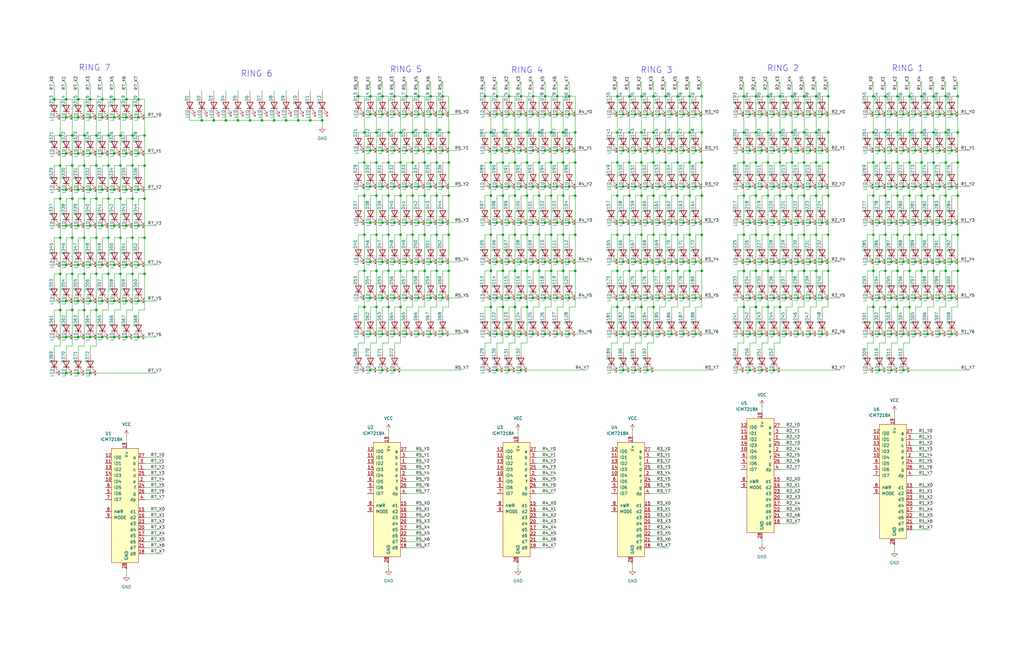
<source format=kicad_sch>
(kicad_sch (version 20250114) (generator "eeschema") (generator_version "9.0")
  (paper "B")
  (text "RING 7" (at 39.878 28.702 0) (effects (font (size 2.54 2.54))))
  (text "RING 3" (at 276.86 29.718 0) (effects (font (size 2.54 2.54))))
  (text "RING 1" (at 382.778 28.956 0) (effects (font (size 2.54 2.54))))
  (text "RING 5" (at 171.196 29.464 0) (effects (font (size 2.54 2.54))))
  (text "RING 6" (at 108.204 31.242 0) (effects (font (size 2.54 2.54))))
  (text "RING 2" (at 330.2 28.956 0) (effects (font (size 2.54 2.54))))
  (text "RING 4" (at 222.25 29.718 0) (effects (font (size 2.54 2.54))))
  (junction (at 179.07 68.58))
  (junction (at 318.77 129.54))
  (junction (at 207.01 55.88))
  (junction (at 30.48 130.81))
  (junction (at 403.86 40.64))
  (junction (at 184.15 114.3))
  (junction (at 265.43 68.58))
  (junction (at 334.01 68.58))
  (junction (at 171.45 110.49))
  (junction (at 189.23 82.55))
  (junction (at 349.25 99.06))
  (junction (at 323.85 55.88))
  (junction (at 171.45 40.64))
  (junction (at 381 48.26))
  (junction (at 267.97 140.97))
  (junction (at 38.1 142.24))
  (junction (at 293.37 125.73))
  (junction (at 156.21 156.21))
  (junction (at 173.99 55.88))
  (junction (at 234.95 110.49))
  (junction (at 229.87 125.73))
  (junction (at 334.01 114.3))
  (junction (at 344.17 68.58))
  (junction (at 38.1 64.77))
  (junction (at 240.03 110.49))
  (junction (at 38.1 49.53))
  (junction (at 349.25 55.88))
  (junction (at 181.61 78.74))
  (junction (at 179.07 99.06))
  (junction (at 30.48 69.85))
  (junction (at 222.25 99.06))
  (junction (at 339.09 68.58))
  (junction (at 60.96 83.82))
  (junction (at 168.91 68.58))
  (junction (at 270.51 99.06))
  (junction (at 55.88 83.82))
  (junction (at 275.59 40.64))
  (junction (at 60.96 115.57))
  (junction (at 383.54 129.54))
  (junction (at 278.13 140.97))
  (junction (at 214.63 40.64))
  (junction (at 290.83 68.58))
  (junction (at 344.17 114.3))
  (junction (at 321.31 125.73))
  (junction (at 398.78 99.06))
  (junction (at 273.05 125.73))
  (junction (at 166.37 110.49))
  (junction (at 153.67 129.54))
  (junction (at 321.31 110.49))
  (junction (at 240.03 40.64))
  (junction (at 240.03 48.26))
  (junction (at 375.92 156.21))
  (junction (at 161.29 140.97))
  (junction (at 326.39 110.49))
  (junction (at 53.34 80.01))
  (junction (at 401.32 140.97))
  (junction (at 173.99 114.3))
  (junction (at 383.54 40.64))
  (junction (at 381 125.73))
  (junction (at 25.4 100.33))
  (junction (at 209.55 156.21))
  (junction (at 85.09 50.8))
  (junction (at 278.13 63.5))
  (junction (at 318.77 68.58))
  (junction (at 40.64 57.15))
  (junction (at 288.29 63.5))
  (junction (at 267.97 63.5))
  (junction (at 189.23 99.06))
  (junction (at 176.53 63.5))
  (junction (at 234.95 40.64))
  (junction (at 158.75 114.3))
  (junction (at 370.84 156.21))
  (junction (at 161.29 63.5))
  (junction (at 234.95 140.97))
  (junction (at 323.85 99.06))
  (junction (at 270.51 40.64))
  (junction (at 290.83 114.3))
  (junction (at 224.79 110.49))
  (junction (at 171.45 78.74))
  (junction (at 339.09 114.3))
  (junction (at 396.24 140.97))
  (junction (at 273.05 48.26))
  (junction (at 33.02 64.77))
  (junction (at 260.35 55.88))
  (junction (at 234.95 63.5))
  (junction (at 232.41 82.55))
  (junction (at 326.39 140.97))
  (junction (at 186.69 63.5))
  (junction (at 288.29 93.98))
  (junction (at 25.4 130.81))
  (junction (at 38.1 80.01))
  (junction (at 290.83 82.55))
  (junction (at 293.37 63.5))
  (junction (at 321.31 48.26))
  (junction (at 58.42 80.01))
  (junction (at 161.29 125.73))
  (junction (at 186.69 93.98))
  (junction (at 214.63 156.21))
  (junction (at 25.4 83.82))
  (junction (at 295.91 82.55))
  (junction (at 278.13 110.49))
  (junction (at 336.55 93.98))
  (junction (at 60.96 69.85))
  (junction (at 321.31 63.5))
  (junction (at 316.23 93.98))
  (junction (at 53.34 111.76))
  (junction (at 153.67 55.88))
  (junction (at 368.3 129.54))
  (junction (at 375.92 78.74))
  (junction (at 262.89 125.73))
  (junction (at 326.39 156.21))
  (junction (at 388.62 114.3))
  (junction (at 171.45 140.97))
  (junction (at 349.25 68.58))
  (junction (at 278.13 48.26))
  (junction (at 179.07 55.88))
  (junction (at 90.17 50.8))
  (junction (at 280.67 68.58))
  (junction (at 260.35 40.64))
  (junction (at 48.26 80.01))
  (junction (at 391.16 140.97))
  (junction (at 383.54 82.55))
  (junction (at 58.42 41.91))
  (junction (at 40.64 83.82))
  (junction (at 262.89 78.74))
  (junction (at 30.48 83.82))
  (junction (at 273.05 110.49))
  (junction (at 283.21 140.97))
  (junction (at 209.55 48.26))
  (junction (at 227.33 99.06))
  (junction (at 217.17 55.88))
  (junction (at 290.83 40.64))
  (junction (at 153.67 68.58))
  (junction (at 229.87 48.26))
  (junction (at 318.77 82.55))
  (junction (at 214.63 93.98))
  (junction (at 293.37 78.74))
  (junction (at 58.42 49.53))
  (junction (at 242.57 82.55))
  (junction (at 38.1 41.91))
  (junction (at 234.95 125.73))
  (junction (at 278.13 125.73))
  (junction (at 295.91 55.88))
  (junction (at 161.29 48.26))
  (junction (at 58.42 111.76))
  (junction (at 219.71 40.64))
  (junction (at 153.67 82.55))
  (junction (at 386.08 48.26))
  (junction (at 55.88 57.15))
  (junction (at 328.93 99.06))
  (junction (at 262.89 93.98))
  (junction (at 278.13 78.74))
  (junction (at 237.49 55.88))
  (junction (at 283.21 110.49))
  (junction (at 38.1 127))
  (junction (at 53.34 64.77))
  (junction (at 27.94 80.01))
  (junction (at 328.93 68.58))
  (junction (at 43.18 41.91))
  (junction (at 401.32 125.73))
  (junction (at 237.49 82.55))
  (junction (at 43.18 127))
  (junction (at 95.25 50.8))
  (junction (at 401.32 110.49))
  (junction (at 273.05 63.5))
  (junction (at 378.46 82.55))
  (junction (at 262.89 140.97))
  (junction (at 219.71 125.73))
  (junction (at 346.71 93.98))
  (junction (at 171.45 63.5))
  (junction (at 326.39 93.98))
  (junction (at 40.64 130.81))
  (junction (at 163.83 114.3))
  (junction (at 33.02 95.25))
  (junction (at 219.71 156.21))
  (junction (at 184.15 82.55))
  (junction (at 262.89 110.49))
  (junction (at 313.69 82.55))
  (junction (at 53.34 49.53))
  (junction (at 173.99 82.55))
  (junction (at 339.09 99.06))
  (junction (at 156.21 48.26))
  (junction (at 217.17 99.06))
  (junction (at 295.91 114.3))
  (junction (at 53.34 142.24))
  (junction (at 48.26 41.91))
  (junction (at 219.71 93.98))
  (junction (at 316.23 140.97))
  (junction (at 209.55 140.97))
  (junction (at 219.71 48.26))
  (junction (at 321.31 140.97))
  (junction (at 219.71 110.49))
  (junction (at 331.47 63.5))
  (junction (at 398.78 82.55))
  (junction (at 222.25 129.54))
  (junction (at 234.95 93.98))
  (junction (at 120.65 50.8))
  (junction (at 207.01 129.54))
  (junction (at 398.78 55.88))
  (junction (at 328.93 82.55))
  (junction (at 35.56 57.15))
  (junction (at 378.46 114.3))
  (junction (at 313.69 55.88))
  (junction (at 403.86 114.3))
  (junction (at 396.24 125.73))
  (junction (at 227.33 55.88))
  (junction (at 43.18 111.76))
  (junction (at 331.47 93.98))
  (junction (at 373.38 114.3))
  (junction (at 370.84 140.97))
  (junction (at 396.24 110.49))
  (junction (at 186.69 110.49))
  (junction (at 242.57 99.06))
  (junction (at 398.78 40.64))
  (junction (at 334.01 99.06))
  (junction (at 163.83 68.58))
  (junction (at 318.77 99.06))
  (junction (at 209.55 93.98))
  (junction (at 186.69 48.26))
  (junction (at 288.29 78.74))
  (junction (at 27.94 142.24))
  (junction (at 318.77 40.64))
  (junction (at 260.35 99.06))
  (junction (at 273.05 78.74))
  (junction (at 265.43 55.88))
  (junction (at 224.79 63.5))
  (junction (at 375.92 125.73))
  (junction (at 370.84 48.26))
  (junction (at 386.08 78.74))
  (junction (at 163.83 82.55))
  (junction (at 207.01 82.55))
  (junction (at 186.69 78.74))
  (junction (at 189.23 114.3))
  (junction (at 293.37 110.49))
  (junction (at 130.81 50.8))
  (junction (at 232.41 114.3))
  (junction (at 323.85 129.54))
  (junction (at 158.75 82.55))
  (junction (at 318.77 114.3))
  (junction (at 275.59 82.55))
  (junction (at 186.69 125.73))
  (junction (at 336.55 78.74))
  (junction (at 48.26 127))
  (junction (at 341.63 93.98))
  (junction (at 349.25 114.3))
  (junction (at 58.42 95.25))
  (junction (at 326.39 63.5))
  (junction (at 388.62 99.06))
  (junction (at 328.93 129.54))
  (junction (at 316.23 125.73))
  (junction (at 207.01 114.3))
  (junction (at 285.75 114.3))
  (junction (at 375.92 48.26))
  (junction (at 373.38 68.58))
  (junction (at 48.26 49.53))
  (junction (at 168.91 129.54))
  (junction (at 346.71 48.26))
  (junction (at 232.41 68.58))
  (junction (at 166.37 140.97))
  (junction (at 368.3 82.55))
  (junction (at 293.37 93.98))
  (junction (at 316.23 63.5))
  (junction (at 38.1 111.76))
  (junction (at 368.3 99.06))
  (junction (at 316.23 156.21))
  (junction (at 331.47 110.49))
  (junction (at 35.56 100.33))
  (junction (at 370.84 125.73))
  (junction (at 217.17 68.58))
  (junction (at 386.08 63.5))
  (junction (at 237.49 114.3))
  (junction (at 262.89 156.21))
  (junction (at 48.26 111.76))
  (junction (at 33.02 80.01))
  (junction (at 158.75 55.88))
  (junction (at 219.71 78.74))
  (junction (at 278.13 93.98))
  (junction (at 378.46 129.54))
  (junction (at 33.02 41.91))
  (junction (at 285.75 68.58))
  (junction (at 219.71 140.97))
  (junction (at 346.71 63.5))
  (junction (at 234.95 48.26))
  (junction (at 181.61 48.26))
  (junction (at 295.91 99.06))
  (junction (at 166.37 63.5))
  (junction (at 163.83 99.06))
  (junction (at 391.16 125.73))
  (junction (at 222.25 55.88))
  (junction (at 53.34 127))
  (junction (at 381 110.49))
  (junction (at 156.21 93.98))
  (junction (at 331.47 78.74))
  (junction (at 267.97 110.49))
  (junction (at 176.53 93.98))
  (junction (at 33.02 49.53))
  (junction (at 53.34 95.25))
  (junction (at 386.08 140.97))
  (junction (at 45.72 57.15))
  (junction (at 375.92 110.49))
  (junction (at 166.37 78.74))
  (junction (at 224.79 93.98))
  (junction (at 403.86 68.58))
  (junction (at 341.63 140.97))
  (junction (at 240.03 78.74))
  (junction (at 283.21 93.98))
  (junction (at 166.37 93.98))
  (junction (at 288.29 110.49))
  (junction (at 100.33 50.8))
  (junction (at 391.16 48.26))
  (junction (at 229.87 78.74))
  (junction (at 229.87 63.5))
  (junction (at 186.69 40.64))
  (junction (at 316.23 110.49))
  (junction (at 125.73 50.8))
  (junction (at 323.85 82.55))
  (junction (at 398.78 68.58))
  (junction (at 161.29 40.64))
  (junction (at 316.23 78.74))
  (junction (at 161.29 110.49))
  (junction (at 383.54 99.06))
  (junction (at 336.55 48.26))
  (junction (at 265.43 114.3))
  (junction (at 58.42 64.77))
  (junction (at 224.79 125.73))
  (junction (at 280.67 55.88))
  (junction (at 232.41 55.88))
  (junction (at 27.94 111.76))
  (junction (at 262.89 63.5))
  (junction (at 313.69 99.06))
  (junction (at 388.62 68.58))
  (junction (at 48.26 142.24))
  (junction (at 217.17 114.3))
  (junction (at 43.18 142.24))
  (junction (at 58.42 142.24))
  (junction (at 267.97 156.21))
  (junction (at 171.45 125.73))
  (junction (at 214.63 140.97))
  (junction (at 43.18 49.53))
  (junction (at 316.23 48.26))
  (junction (at 156.21 40.64))
  (junction (at 222.25 82.55))
  (junction (at 161.29 93.98))
  (junction (at 393.7 40.64))
  (junction (at 344.17 99.06))
  (junction (at 267.97 48.26))
  (junction (at 344.17 82.55))
  (junction (at 370.84 93.98))
  (junction (at 283.21 48.26))
  (junction (at 375.92 93.98))
  (junction (at 370.84 110.49))
  (junction (at 323.85 68.58))
  (junction (at 321.31 78.74))
  (junction (at 209.55 78.74))
  (junction (at 368.3 68.58))
  (junction (at 212.09 82.55))
  (junction (at 33.02 142.24))
  (junction (at 176.53 40.64))
  (junction (at 401.32 48.26))
  (junction (at 290.83 55.88))
  (junction (at 40.64 100.33))
  (junction (at 378.46 99.06))
  (junction (at 273.05 93.98))
  (junction (at 204.47 40.64))
  (junction (at 391.16 78.74))
  (junction (at 381 63.5))
  (junction (at 295.91 68.58))
  (junction (at 163.83 129.54))
  (junction (at 381 140.97))
  (junction (at 166.37 125.73))
  (junction (at 55.88 69.85))
  (junction (at 156.21 110.49))
  (junction (at 386.08 110.49))
  (junction (at 346.71 140.97))
  (junction (at 242.57 55.88))
  (junction (at 156.21 140.97))
  (junction (at 336.55 110.49))
  (junction (at 179.07 82.55))
  (junction (at 334.01 40.64))
  (junction (at 153.67 99.06))
  (junction (at 214.63 125.73))
  (junction (at 403.86 55.88))
  (junction (at 403.86 82.55))
  (junction (at 346.71 125.73))
  (junction (at 27.94 95.25))
  (junction (at 224.79 40.64))
  (junction (at 331.47 125.73))
  (junction (at 339.09 40.64))
  (junction (at 260.35 68.58))
  (junction (at 43.18 64.77))
  (junction (at 313.69 68.58))
  (junction (at 214.63 78.74))
  (junction (at 168.91 55.88))
  (junction (at 242.57 114.3))
  (junction (at 381 78.74))
  (junction (at 161.29 156.21))
  (junction (at 323.85 114.3))
  (junction (at 285.75 82.55))
  (junction (at 393.7 82.55))
  (junction (at 270.51 82.55))
  (junction (at 209.55 110.49))
  (junction (at 227.33 114.3))
  (junction (at 50.8 83.82))
  (junction (at 234.95 78.74))
  (junction (at 265.43 99.06))
  (junction (at 396.24 93.98))
  (junction (at 50.8 100.33))
  (junction (at 168.91 114.3))
  (junction (at 368.3 55.88))
  (junction (at 393.7 68.58))
  (junction (at 280.67 82.55))
  (junction (at 53.34 41.91))
  (junction (at 328.93 55.88))
  (junction (at 293.37 48.26))
  (junction (at 270.51 129.54))
  (junction (at 388.62 55.88))
  (junction (at 240.03 140.97))
  (junction (at 386.08 93.98))
  (junction (at 318.77 55.88))
  (junction (at 375.92 63.5))
  (junction (at 161.29 78.74))
  (junction (at 171.45 93.98))
  (junction (at 280.67 114.3))
  (junction (at 222.25 68.58))
  (junction (at 227.33 82.55))
  (junction (at 135.89 50.8))
  (junction (at 393.7 55.88))
  (junction (at 55.88 115.57))
  (junction (at 176.53 140.97))
  (junction (at 214.63 48.26))
  (junction (at 378.46 40.64))
  (junction (at 295.91 40.64))
  (junction (at 391.16 93.98))
  (junction (at 25.4 57.15))
  (junction (at 285.75 40.64))
  (junction (at 207.01 99.06))
  (junction (at 262.89 48.26))
  (junction (at 212.09 114.3))
  (junction (at 166.37 40.64))
  (junction (at 280.67 99.06))
  (junction (at 55.88 100.33))
  (junction (at 326.39 48.26))
  (junction (at 313.69 129.54))
  (junction (at 326.39 78.74))
  (junction (at 45.72 100.33))
  (junction (at 181.61 140.97))
  (junction (at 403.86 99.06))
  (junction (at 270.51 114.3))
  (junction (at 45.72 83.82))
  (junction (at 381 93.98))
  (junction (at 60.96 100.33))
  (junction (at 179.07 114.3))
  (junction (at 341.63 78.74))
  (junction (at 48.26 64.77))
  (junction (at 48.26 95.25))
  (junction (at 110.49 50.8))
  (junction (at 396.24 63.5))
  (junction (at 168.91 82.55))
  (junction (at 151.13 40.64))
  (junction (at 156.21 63.5))
  (junction (at 321.31 156.21))
  (junction (at 242.57 68.58))
  (junction (at 368.3 40.64))
  (junction (at 22.86 41.91))
  (junction (at 339.09 55.88))
  (junction (at 265.43 129.54))
  (junction (at 328.93 40.64))
  (junction (at 398.78 114.3))
  (junction (at 35.56 83.82))
  (junction (at 373.38 99.06))
  (junction (at 267.97 125.73))
  (junction (at 326.39 125.73))
  (junction (at 346.71 110.49))
  (junction (at 331.47 140.97))
  (junction (at 270.51 55.88))
  (junction (at 50.8 57.15))
  (junction (at 33.02 111.76))
  (junction (at 27.94 41.91))
  (junction (at 349.25 40.64))
  (junction (at 212.09 99.06))
  (junction (at 336.55 125.73))
  (junction (at 166.37 48.26))
  (junction (at 388.62 82.55))
  (junction (at 35.56 69.85))
  (junction (at 341.63 110.49))
  (junction (at 224.79 140.97))
  (junction (at 214.63 63.5))
  (junction (at 265.43 40.64))
  (junction (at 30.48 115.57))
  (junction (at 341.63 125.73))
  (junction (at 240.03 93.98))
  (junction (at 313.69 40.64))
  (junction (at 209.55 63.5))
  (junction (at 227.33 68.58))
  (junction (at 273.05 140.97))
  (junction (at 313.69 114.3))
  (junction (at 285.75 99.06))
  (junction (at 280.67 40.64))
  (junction (at 105.41 50.8))
  (junction (at 396.24 78.74))
  (junction (at 181.61 63.5))
  (junction (at 40.64 69.85))
  (junction (at 265.43 82.55))
  (junction (at 217.17 129.54))
  (junction (at 176.53 78.74))
  (junction (at 40.64 115.57))
  (junction (at 184.15 99.06))
  (junction (at 189.23 68.58))
  (junction (at 153.67 114.3))
  (junction (at 273.05 156.21))
  (junction (at 391.16 110.49))
  (junction (at 229.87 40.64))
  (junction (at 212.09 68.58))
  (junction (at 214.63 110.49))
  (junction (at 181.61 125.73))
  (junction (at 373.38 40.64))
  (junction (at 229.87 93.98))
  (junction (at 173.99 68.58))
  (junction (at 393.7 99.06))
  (junction (at 388.62 40.64))
  (junction (at 370.84 78.74))
  (junction (at 181.61 110.49))
  (junction (at 283.21 78.74))
  (junction (at 293.37 140.97))
  (junction (at 240.03 63.5))
  (junction (at 229.87 140.97))
  (junction (at 323.85 40.64))
  (junction (at 401.32 78.74))
  (junction (at 176.53 125.73))
  (junction (at 393.7 114.3))
  (junction (at 60.96 57.15))
  (junction (at 43.18 95.25))
  (junction (at 275.59 68.58))
  (junction (at 349.25 82.55))
  (junction (at 270.51 68.58))
  (junction (at 373.38 129.54))
  (junction (at 27.94 49.53))
  (junction (at 386.08 125.73))
  (junction (at 373.38 55.88))
  (junction (at 283.21 63.5))
  (junction (at 344.17 55.88))
  (junction (at 33.02 157.48))
  (junction (at 222.25 114.3))
  (junction (at 275.59 55.88))
  (junction (at 285.75 55.88))
  (junction (at 275.59 129.54))
  (junction (at 163.83 55.88))
  (junction (at 288.29 48.26))
  (junction (at 35.56 115.57))
  (junction (at 212.09 129.54))
  (junction (at 370.84 63.5))
  (junction (at 383.54 114.3))
  (junction (at 260.35 114.3))
  (junction (at 334.01 55.88))
  (junction (at 212.09 55.88))
  (junction (at 232.41 99.06))
  (junction (at 375.92 140.97))
  (junction (at 240.03 125.73))
  (junction (at 373.38 82.55))
  (junction (at 336.55 63.5))
  (junction (at 35.56 130.81))
  (junction (at 30.48 57.15))
  (junction (at 115.57 50.8))
  (junction (at 38.1 95.25))
  (junction (at 341.63 63.5))
  (junction (at 156.21 125.73))
  (junction (at 401.32 93.98))
  (junction (at 158.75 99.06))
  (junction (at 344.17 40.64))
  (junction (at 171.45 48.26))
  (junction (at 229.87 110.49))
  (junction (at 50.8 115.57))
  (junction (at 383.54 55.88))
  (junction (at 224.79 78.74))
  (junction (at 288.29 125.73))
  (junction (at 341.63 48.26))
  (junction (at 25.4 115.57))
  (junction (at 176.53 110.49))
  (junction (at 290.83 99.06))
  (junction (at 275.59 99.06))
  (junction (at 336.55 140.97))
  (junction (at 283.21 125.73))
  (junction (at 260.35 82.55))
  (junction (at 288.29 140.97))
  (junction (at 209.55 125.73))
  (junction (at 158.75 68.58))
  (junction (at 186.69 140.97))
  (junction (at 321.31 93.98))
  (junction (at 184.15 55.88))
  (junction (at 275.59 114.3))
  (junction (at 181.61 93.98))
  (junction (at 30.48 100.33))
  (junction (at 219.71 63.5))
  (junction (at 156.21 78.74))
  (junction (at 33.02 127))
  (junction (at 346.71 78.74))
  (junction (at 189.23 55.88))
  (junction (at 209.55 40.64))
  (junction (at 168.91 99.06))
  (junction (at 166.37 156.21))
  (junction (at 383.54 68.58))
  (junction (at 45.72 115.57))
  (junction (at 401.32 63.5))
  (junction (at 43.18 80.01))
  (junction (at 339.09 82.55))
  (junction (at 184.15 68.58))
  (junction (at 217.17 82.55))
  (junction (at 368.3 114.3))
  (junction (at 378.46 68.58))
  (junction (at 176.53 48.26))
  (junction (at 391.16 63.5))
  (junction (at 50.8 69.85))
  (junction (at 237.49 99.06))
  (junction (at 158.75 129.54))
  (junction (at 378.46 55.88))
  (junction (at 58.42 127))
  (junction (at 224.79 48.26))
  (junction (at 260.35 129.54))
  (junction (at 267.97 78.74))
  (junction (at 27.94 127))
  (junction (at 334.01 82.55))
  (junction (at 328.93 114.3))
  (junction (at 38.1 157.48))
  (junction (at 396.24 48.26))
  (junction (at 237.49 68.58))
  (junction (at 45.72 69.85))
  (junction (at 181.61 40.64))
  (junction (at 27.94 64.77))
  (junction (at 25.4 69.85))
  (junction (at 267.97 93.98))
  (junction (at 207.01 68.58))
  (junction (at 27.94 157.48))
  (junction (at 381 156.21))
  (junction (at 173.99 99.06))
  (junction (at 331.47 48.26))
  (wire (pts (xy 189.23 68.58) (xy 186.69 68.58)))
  (wire (pts (xy 288.29 129.54) (xy 288.29 133.35)))
  (wire (pts (xy 171.45 82.55) (xy 171.45 86.36)))
  (wire (pts (xy 212.09 68.58) (xy 209.55 68.58)))
  (wire (pts (xy 58.42 57.15) (xy 60.96 57.15)))
  (wire (pts (xy 40.64 69.85) (xy 38.1 69.85)))
  (wire (pts (xy 273.05 93.98) (xy 278.13 93.98)))
  (wire (pts (xy 344.17 99.06) (xy 344.17 114.3)))
  (wire (pts (xy 53.34 49.53) (xy 58.42 49.53)))
  (wire (pts (xy 186.69 34.29) (xy 186.69 40.64)))
  (wire (pts (xy 40.64 115.57) (xy 38.1 115.57)))
  (wire (pts (xy 234.95 140.97) (xy 240.03 140.97)))
  (wire (pts (xy 295.91 99.06) (xy 295.91 114.3)))
  (wire (pts (xy 176.53 125.73) (xy 181.61 125.73)))
  (wire (pts (xy 321.31 140.97) (xy 326.39 140.97)))
  (wire (pts (xy 270.51 114.3) (xy 267.97 114.3)))
  (wire (pts (xy 321.31 55.88) (xy 323.85 55.88)))
  (wire (pts (xy 184.15 40.64) (xy 181.61 40.64)))
  (wire (pts (xy 365.76 48.26) (xy 370.84 48.26)))
  (wire (pts (xy 257.81 129.54) (xy 257.81 133.35)))
  (wire (pts (xy 184.15 82.55) (xy 181.61 82.55)))
  (wire (pts (xy 171.45 228.6) (xy 179.07 228.6)))
  (wire (pts (xy 328.93 190.5) (xy 336.55 190.5)))
  (wire (pts (xy 280.67 114.3) (xy 280.67 129.54)))
  (wire (pts (xy 393.7 40.64) (xy 391.16 40.64)))
  (wire (pts (xy 275.59 129.54) (xy 275.59 144.78)))
  (wire (pts (xy 171.45 93.98) (xy 176.53 93.98)))
  (wire (pts (xy 401.32 78.74) (xy 408.94 78.74)))
  (wire (pts (xy 273.05 78.74) (xy 278.13 78.74)))
  (wire (pts (xy 293.37 48.26) (xy 300.99 48.26)))
  (wire (pts (xy 316.23 48.26) (xy 321.31 48.26)))
  (wire (pts (xy 398.78 40.64) (xy 398.78 55.88)))
  (wire (pts (xy 217.17 144.78) (xy 214.63 144.78)))
  (wire (pts (xy 207.01 40.64) (xy 204.47 40.64)))
  (wire (pts (xy 219.71 78.74) (xy 224.79 78.74)))
  (wire (pts (xy 318.77 129.54) (xy 318.77 144.78)))
  (wire (pts (xy 60.96 193.04) (xy 68.58 193.04)))
  (wire (pts (xy 336.55 78.74) (xy 341.63 78.74)))
  (wire (pts (xy 120.65 38.1) (xy 120.65 40.64)))
  (wire (pts (xy 60.96 210.82) (xy 68.58 210.82)))
  (wire (pts (xy 274.32 200.66) (xy 281.94 200.66)))
  (wire (pts (xy 27.94 35.56) (xy 27.94 41.91)))
  (wire (pts (xy 173.99 114.3) (xy 173.99 129.54)))
  (wire (pts (xy 323.85 129.54) (xy 321.31 129.54)))
  (wire (pts (xy 27.94 80.01) (xy 33.02 80.01)))
  (wire (pts (xy 237.49 40.64) (xy 237.49 55.88)))
  (wire (pts (xy 368.3 114.3) (xy 365.76 114.3)))
  (wire (pts (xy 25.4 69.85) (xy 22.86 69.85)))
  (wire (pts (xy 321.31 110.49) (xy 326.39 110.49)))
  (wire (pts (xy 48.26 64.77) (xy 53.34 64.77)))
  (wire (pts (xy 278.13 125.73) (xy 283.21 125.73)))
  (wire (pts (xy 130.81 48.26) (xy 130.81 50.8)))
  (wire (pts (xy 368.3 55.88) (xy 368.3 68.58)))
  (wire (pts (xy 328.93 185.42) (xy 336.55 185.42)))
  (wire (pts (xy 398.78 40.64) (xy 396.24 40.64)))
  (wire (pts (xy 373.38 114.3) (xy 373.38 129.54)))
  (wire (pts (xy 189.23 40.64) (xy 189.23 55.88)))
  (wire (pts (xy 321.31 63.5) (xy 326.39 63.5)))
  (wire (pts (xy 58.42 95.25) (xy 66.04 95.25)))
  (wire (pts (xy 30.48 69.85) (xy 27.94 69.85)))
  (wire (pts (xy 293.37 110.49) (xy 300.99 110.49)))
  (wire (pts (xy 378.46 55.88) (xy 378.46 68.58)))
  (wire (pts (xy 386.08 55.88) (xy 388.62 55.88)))
  (wire (pts (xy 226.06 208.28) (xy 233.68 208.28)))
  (wire (pts (xy 219.71 93.98) (xy 224.79 93.98)))
  (wire (pts (xy 224.79 99.06) (xy 224.79 102.87)))
  (wire (pts (xy 161.29 144.78) (xy 161.29 148.59)))
  (wire (pts (xy 383.54 99.06) (xy 383.54 114.3)))
  (wire (pts (xy 229.87 48.26) (xy 234.95 48.26)))
  (wire (pts (xy 336.55 63.5) (xy 341.63 63.5)))
  (wire (pts (xy 260.35 40.64) (xy 260.35 55.88)))
  (wire (pts (xy 173.99 99.06) (xy 173.99 114.3)))
  (wire (pts (xy 370.84 55.88) (xy 373.38 55.88)))
  (wire (pts (xy 384.81 215.9) (xy 392.43 215.9)))
  (wire (pts (xy 318.77 129.54) (xy 316.23 129.54)))
  (wire (pts (xy 401.32 114.3) (xy 401.32 118.11)))
  (wire (pts (xy 386.08 129.54) (xy 386.08 133.35)))
  (wire (pts (xy 391.16 125.73) (xy 396.24 125.73)))
  (wire (pts (xy 176.53 114.3) (xy 176.53 118.11)))
  (wire (pts (xy 365.76 93.98) (xy 370.84 93.98)))
  (wire (pts (xy 35.56 115.57) (xy 35.56 130.81)))
  (wire (pts (xy 186.69 140.97) (xy 194.31 140.97)))
  (wire (pts (xy 293.37 140.97) (xy 300.99 140.97)))
  (wire (pts (xy 326.39 48.26) (xy 331.47 48.26)))
  (wire (pts (xy 25.4 83.82) (xy 25.4 100.33)))
  (wire (pts (xy 388.62 40.64) (xy 388.62 55.88)))
  (wire (pts (xy 60.96 57.15) (xy 60.96 69.85)))
  (wire (pts (xy 60.96 200.66) (xy 68.58 200.66)))
  (wire (pts (xy 217.17 40.64) (xy 217.17 55.88)))
  (wire (pts (xy 45.72 41.91) (xy 45.72 57.15)))
  (wire (pts (xy 222.25 144.78) (xy 219.71 144.78)))
  (wire (pts (xy 328.93 129.54) (xy 326.39 129.54)))
  (wire (pts (xy 262.89 63.5) (xy 267.97 63.5)))
  (wire (pts (xy 171.45 213.36) (xy 179.07 213.36)))
  (wire (pts (xy 346.71 93.98) (xy 354.33 93.98)))
  (wire (pts (xy 153.67 82.55) (xy 151.13 82.55)))
  (wire (pts (xy 171.45 215.9) (xy 179.07 215.9)))
  (wire (pts (xy 224.79 140.97) (xy 229.87 140.97)))
  (wire (pts (xy 370.84 110.49) (xy 375.92 110.49)))
  (wire (pts (xy 43.18 95.25) (xy 48.26 95.25)))
  (wire (pts (xy 156.21 140.97) (xy 161.29 140.97)))
  (wire (pts (xy 275.59 68.58) (xy 275.59 82.55)))
  (wire (pts (xy 313.69 129.54) (xy 311.15 129.54)))
  (wire (pts (xy 30.48 83.82) (xy 27.94 83.82)))
  (wire (pts (xy 60.96 208.28) (xy 68.58 208.28)))
  (wire (pts (xy 403.86 34.29) (xy 403.86 40.64)))
  (wire (pts (xy 50.8 69.85) (xy 50.8 83.82)))
  (wire (pts (xy 120.65 50.8) (xy 125.73 50.8)))
  (wire (pts (xy 207.01 144.78) (xy 204.47 144.78)))
  (wire (pts (xy 393.7 82.55) (xy 393.7 99.06)))
  (wire (pts (xy 384.81 195.58) (xy 392.43 195.58)))
  (wire (pts (xy 25.4 100.33) (xy 25.4 115.57)))
  (wire (pts (xy 166.37 99.06) (xy 166.37 102.87)))
  (wire (pts (xy 22.86 83.82) (xy 22.86 87.63)))
  (wire (pts (xy 161.29 82.55) (xy 161.29 86.36)))
  (wire (pts (xy 207.01 55.88) (xy 207.01 68.58)))
  (wire (pts (xy 219.71 55.88) (xy 222.25 55.88)))
  (wire (pts (xy 270.51 144.78) (xy 267.97 144.78)))
  (wire (pts (xy 53.34 130.81) (xy 53.34 134.62)))
  (wire (pts (xy 27.94 127) (xy 33.02 127)))
  (wire (pts (xy 22.86 69.85) (xy 22.86 72.39)))
  (wire (pts (xy 398.78 68.58) (xy 396.24 68.58)))
  (wire (pts (xy 270.51 129.54) (xy 270.51 144.78)))
  (wire (pts (xy 346.71 78.74) (xy 354.33 78.74)))
  (wire (pts (xy 344.17 68.58) (xy 341.63 68.58)))
  (wire (pts (xy 334.01 55.88) (xy 334.01 68.58)))
  (wire (pts (xy 381 156.21) (xy 408.94 156.21)))
  (wire (pts (xy 158.75 40.64) (xy 156.21 40.64)))
  (wire (pts (xy 33.02 35.56) (xy 33.02 41.91)))
  (wire (pts (xy 204.47 93.98) (xy 209.55 93.98)))
  (wire (pts (xy 262.89 140.97) (xy 267.97 140.97)))
  (wire (pts (xy 25.4 100.33) (xy 22.86 100.33)))
  (wire (pts (xy 156.21 78.74) (xy 161.29 78.74)))
  (wire (pts (xy 50.8 69.85) (xy 48.26 69.85)))
  (wire (pts (xy 280.67 82.55) (xy 278.13 82.55)))
  (wire (pts (xy 318.77 82.55) (xy 316.23 82.55)))
  (wire (pts (xy 349.25 82.55) (xy 349.25 99.06)))
  (wire (pts (xy 217.17 99.06) (xy 214.63 99.06)))
  (wire (pts (xy 35.56 57.15) (xy 35.56 69.85)))
  (wire (pts (xy 115.57 48.26) (xy 115.57 50.8)))
  (wire (pts (xy 262.89 48.26) (xy 267.97 48.26)))
  (wire (pts (xy 217.17 114.3) (xy 217.17 129.54)))
  (wire (pts (xy 273.05 156.21) (xy 300.99 156.21)))
  (wire (pts (xy 365.76 156.21) (xy 370.84 156.21)))
  (wire (pts (xy 323.85 68.58) (xy 321.31 68.58)))
  (wire (pts (xy 328.93 68.58) (xy 326.39 68.58)))
  (wire (pts (xy 285.75 68.58) (xy 283.21 68.58)))
  (wire (pts (xy 163.83 129.54) (xy 161.29 129.54)))
  (wire (pts (xy 288.29 114.3) (xy 288.29 118.11)))
  (wire (pts (xy 85.09 38.1) (xy 85.09 40.64)))
  (wire (pts (xy 151.13 55.88) (xy 153.67 55.88)))
  (wire (pts (xy 58.42 130.81) (xy 58.42 134.62)))
  (wire (pts (xy 288.29 68.58) (xy 288.29 71.12)))
  (wire (pts (xy 386.08 78.74) (xy 391.16 78.74)))
  (wire (pts (xy 368.3 129.54) (xy 368.3 144.78)))
  (wire (pts (xy 401.32 99.06) (xy 401.32 102.87)))
  (wire (pts (xy 226.06 213.36) (xy 233.68 213.36)))
  (wire (pts (xy 25.4 83.82) (xy 22.86 83.82)))
  (wire (pts (xy 384.81 213.36) (xy 392.43 213.36)))
  (wire (pts (xy 214.63 55.88) (xy 217.17 55.88)))
  (wire (pts (xy 316.23 93.98) (xy 321.31 93.98)))
  (wire (pts (xy 316.23 63.5) (xy 321.31 63.5)))
  (wire (pts (xy 273.05 48.26) (xy 278.13 48.26)))
  (wire (pts (xy 189.23 82.55) (xy 189.23 99.06)))
  (wire (pts (xy 48.26 57.15) (xy 50.8 57.15)))
  (wire (pts (xy 105.41 50.8) (xy 110.49 50.8)))
  (wire (pts (xy 45.72 130.81) (xy 43.18 130.81)))
  (wire (pts (xy 115.57 38.1) (xy 115.57 40.64)))
  (wire (pts (xy 22.86 146.05) (xy 22.86 149.86)))
  (wire (pts (xy 40.64 115.57) (xy 40.64 130.81)))
  (wire (pts (xy 311.15 110.49) (xy 316.23 110.49)))
  (wire (pts (xy 401.32 93.98) (xy 408.94 93.98)))
  (wire (pts (xy 270.51 99.06) (xy 270.51 114.3)))
  (wire (pts (xy 288.29 125.73) (xy 293.37 125.73)))
  (wire (pts (xy 273.05 144.78) (xy 273.05 148.59)))
  (wire (pts (xy 318.77 55.88) (xy 318.77 68.58)))
  (wire (pts (xy 368.3 99.06) (xy 368.3 114.3)))
  (wire (pts (xy 224.79 63.5) (xy 229.87 63.5)))
  (wire (pts (xy 295.91 68.58) (xy 293.37 68.58)))
  (wire (pts (xy 326.39 140.97) (xy 331.47 140.97)))
  (wire (pts (xy 204.47 125.73) (xy 209.55 125.73)))
  (wire (pts (xy 344.17 40.64) (xy 341.63 40.64)))
  (wire (pts (xy 151.13 63.5) (xy 156.21 63.5)))
  (wire (pts (xy 184.15 114.3) (xy 181.61 114.3)))
  (wire (pts (xy 336.55 68.58) (xy 336.55 71.12)))
  (wire (pts (xy 229.87 68.58) (xy 229.87 71.12)))
  (wire (pts (xy 370.84 156.21) (xy 375.92 156.21)))
  (wire (pts (xy 328.93 218.44) (xy 336.55 218.44)))
  (wire (pts (xy 391.16 63.5) (xy 396.24 63.5)))
  (wire (pts (xy 381 78.74) (xy 386.08 78.74)))
  (wire (pts (xy 168.91 144.78) (xy 166.37 144.78)))
  (wire (pts (xy 33.02 64.77) (xy 38.1 64.77)))
  (wire (pts (xy 257.81 68.58) (xy 257.81 71.12)))
  (wire (pts (xy 265.43 129.54) (xy 265.43 144.78)))
  (wire (pts (xy 217.17 114.3) (xy 214.63 114.3)))
  (wire (pts (xy 257.81 93.98) (xy 262.89 93.98)))
  (wire (pts (xy 349.25 68.58) (xy 349.25 82.55)))
  (wire (pts (xy 224.79 110.49) (xy 229.87 110.49)))
  (wire (pts (xy 265.43 144.78) (xy 262.89 144.78)))
  (wire (pts (xy 398.78 68.58) (xy 398.78 82.55)))
  (wire (pts (xy 346.71 55.88) (xy 349.25 55.88)))
  (wire (pts (xy 373.38 82.55) (xy 370.84 82.55)))
  (wire (pts (xy 326.39 114.3) (xy 326.39 118.11)))
  (wire (pts (xy 163.83 82.55) (xy 161.29 82.55)))
  (wire (pts (xy 60.96 41.91) (xy 60.96 57.15)))
  (wire (pts (xy 217.17 68.58) (xy 214.63 68.58)))
  (wire (pts (xy 60.96 69.85) (xy 58.42 69.85)))
  (wire (pts (xy 163.83 40.64) (xy 163.83 55.88)))
  (wire (pts (xy 290.83 34.29) (xy 290.83 40.64)))
  (wire (pts (xy 171.45 220.98) (xy 179.07 220.98)))
  (wire (pts (xy 171.45 200.66) (xy 179.07 200.66)))
  (wire (pts (xy 386.08 125.73) (xy 391.16 125.73)))
  (wire (pts (xy 181.61 93.98) (xy 186.69 93.98)))
  (wire (pts (xy 288.29 63.5) (xy 293.37 63.5)))
  (wire (pts (xy 234.95 114.3) (xy 234.95 118.11)))
  (wire (pts (xy 48.26 49.53) (xy 53.34 49.53)))
  (wire (pts (xy 35.56 69.85) (xy 35.56 83.82)))
  (wire (pts (xy 311.15 48.26) (xy 316.23 48.26)))
  (wire (pts (xy 214.63 34.29) (xy 214.63 40.64)))
  (wire (pts (xy 270.51 40.64) (xy 270.51 55.88)))
  (wire (pts (xy 295.91 34.29) (xy 295.91 40.64)))
  (wire (pts (xy 60.96 130.81) (xy 58.42 130.81)))
  (wire (pts (xy 275.59 144.78) (xy 273.05 144.78)))
  (wire (pts (xy 184.15 68.58) (xy 184.15 82.55)))
  (wire (pts (xy 375.92 99.06) (xy 375.92 102.87)))
  (wire (pts (xy 328.93 215.9) (xy 336.55 215.9)))
  (wire (pts (xy 336.55 55.88) (xy 339.09 55.88)))
  (wire (pts (xy 267.97 144.78) (xy 267.97 148.59)))
  (wire (pts (xy 186.69 114.3) (xy 186.69 118.11)))
  (wire (pts (xy 318.77 99.06) (xy 316.23 99.06)))
  (wire (pts (xy 232.41 114.3) (xy 229.87 114.3)))
  (wire (pts (xy 156.21 129.54) (xy 156.21 133.35)))
  (wire (pts (xy 227.33 114.3) (xy 227.33 129.54)))
  (wire (pts (xy 288.29 78.74) (xy 293.37 78.74)))
  (wire (pts (xy 242.57 55.88) (xy 242.57 68.58)))
  (wire (pts (xy 153.67 129.54) (xy 151.13 129.54)))
  (wire (pts (xy 85.09 50.8) (xy 90.17 50.8)))
  (wire (pts (xy 290.83 114.3) (xy 290.83 129.54)))
  (wire (pts (xy 163.83 181.61) (xy 163.83 184.15)))
  (wire (pts (xy 219.71 48.26) (xy 224.79 48.26)))
  (wire (pts (xy 344.17 82.55) (xy 344.17 99.06)))
  (wire (pts (xy 224.79 48.26) (xy 229.87 48.26)))
  (wire (pts (xy 267.97 68.58) (xy 267.97 71.12)))
  (wire (pts (xy 274.32 231.14) (xy 281.94 231.14)))
  (wire (pts (xy 30.48 130.81) (xy 27.94 130.81)))
  (wire (pts (xy 33.02 111.76) (xy 38.1 111.76)))
  (wire (pts (xy 278.13 68.58) (xy 278.13 71.12)))
  (wire (pts (xy 273.05 68.58) (xy 273.05 71.12)))
  (wire (pts (xy 161.29 63.5) (xy 166.37 63.5)))
  (wire (pts (xy 43.18 115.57) (xy 43.18 119.38)))
  (wire (pts (xy 171.45 129.54) (xy 171.45 133.35)))
  (wire (pts (xy 171.45 223.52) (xy 179.07 223.52)))
  (wire (pts (xy 45.72 100.33) (xy 45.72 115.57)))
  (wire (pts (xy 295.91 82.55) (xy 295.91 99.06)))
  (wire (pts (xy 403.86 40.64) (xy 401.32 40.64)))
  (wire (pts (xy 171.45 226.06) (xy 179.07 226.06)))
  (wire (pts (xy 229.87 114.3) (xy 229.87 118.11)))
  (wire (pts (xy 383.54 114.3) (xy 383.54 129.54)))
  (wire (pts (xy 274.32 205.74) (xy 281.94 205.74)))
  (wire (pts (xy 323.85 114.3) (xy 323.85 129.54)))
  (wire (pts (xy 274.32 228.6) (xy 281.94 228.6)))
  (wire (pts (xy 204.47 68.58) (xy 204.47 71.12)))
  (wire (pts (xy 378.46 40.64) (xy 375.92 40.64)))
  (wire (pts (xy 321.31 48.26) (xy 326.39 48.26)))
  (wire (pts (xy 214.63 48.26) (xy 219.71 48.26)))
  (wire (pts (xy 386.08 110.49) (xy 391.16 110.49)))
  (wire (pts (xy 386.08 82.55) (xy 386.08 86.36)))
  (wire (pts (xy 171.45 110.49) (xy 176.53 110.49)))
  (wire (pts (xy 168.91 40.64) (xy 168.91 55.88)))
  (wire (pts (xy 341.63 140.97) (xy 346.71 140.97)))
  (wire (pts (xy 388.62 82.55) (xy 388.62 99.06)))
  (wire (pts (xy 378.46 99.06) (xy 375.92 99.06)))
  (wire (pts (xy 53.34 100.33) (xy 53.34 104.14)))
  (wire (pts (xy 396.24 110.49) (xy 401.32 110.49)))
  (wire (pts (xy 38.1 95.25) (xy 43.18 95.25)))
  (wire (pts (xy 313.69 68.58) (xy 313.69 82.55)))
  (wire (pts (xy 184.15 68.58) (xy 181.61 68.58)))
  (wire (pts (xy 168.91 114.3) (xy 166.37 114.3)))
  (wire (pts (xy 285.75 99.06) (xy 283.21 99.06)))
  (wire (pts (xy 222.25 55.88) (xy 222.25 68.58)))
  (wire (pts (xy 401.32 55.88) (xy 403.86 55.88)))
  (wire (pts (xy 370.84 93.98) (xy 375.92 93.98)))
  (wire (pts (xy 209.55 93.98) (xy 214.63 93.98)))
  (wire (pts (xy 311.15 55.88) (xy 313.69 55.88)))
  (wire (pts (xy 48.26 83.82) (xy 48.26 87.63)))
  (wire (pts (xy 214.63 129.54) (xy 214.63 133.35)))
  (wire (pts (xy 290.83 129.54) (xy 288.29 129.54)))
  (wire (pts (xy 58.42 115.57) (xy 58.42 119.38)))
  (wire (pts (xy 260.35 144.78) (xy 257.81 144.78)))
  (wire (pts (xy 288.29 140.97) (xy 293.37 140.97)))
  (wire (pts (xy 331.47 78.74) (xy 336.55 78.74)))
  (wire (pts (xy 166.37 129.54) (xy 166.37 133.35)))
  (wire (pts (xy 386.08 140.97) (xy 391.16 140.97)))
  (wire (pts (xy 33.02 95.25) (xy 38.1 95.25)))
  (wire (pts (xy 365.76 99.06) (xy 365.76 102.87)))
  (wire (pts (xy 260.35 99.06) (xy 257.81 99.06)))
  (wire (pts (xy 60.96 203.2) (xy 68.58 203.2)))
  (wire (pts (xy 30.48 41.91) (xy 27.94 41.91)))
  (wire (pts (xy 341.63 63.5) (xy 346.71 63.5)))
  (wire (pts (xy 339.09 40.64) (xy 336.55 40.64)))
  (wire (pts (xy 171.45 48.26) (xy 176.53 48.26)))
  (wire (pts (xy 33.02 49.53) (xy 38.1 49.53)))
  (wire (pts (xy 30.48 130.81) (xy 30.48 146.05)))
  (wire (pts (xy 328.93 114.3) (xy 326.39 114.3)))
  (wire (pts (xy 295.91 99.06) (xy 293.37 99.06)))
  (wire (pts (xy 280.67 82.55) (xy 280.67 99.06)))
  (wire (pts (xy 100.33 48.26) (xy 100.33 50.8)))
  (wire (pts (xy 323.85 40.64) (xy 321.31 40.64)))
  (wire (pts (xy 110.49 50.8) (xy 115.57 50.8)))
  (wire (pts (xy 55.88 83.82) (xy 53.34 83.82)))
  (wire (pts (xy 38.1 69.85) (xy 38.1 72.39)))
  (wire (pts (xy 280.67 99.06) (xy 278.13 99.06)))
  (wire (pts (xy 378.46 68.58) (xy 378.46 82.55)))
  (wire (pts (xy 388.62 129.54) (xy 386.08 129.54)))
  (wire (pts (xy 328.93 220.98) (xy 336.55 220.98)))
  (wire (pts (xy 222.25 129.54) (xy 222.25 144.78)))
  (wire (pts (xy 173.99 55.88) (xy 173.99 68.58)))
  (wire (pts (xy 176.53 129.54) (xy 176.53 133.35)))
  (wire (pts (xy 381 63.5) (xy 386.08 63.5)))
  (wire (pts (xy 168.91 68.58) (xy 168.91 82.55)))
  (wire (pts (xy 214.63 82.55) (xy 214.63 86.36)))
  (wire (pts (xy 166.37 125.73) (xy 171.45 125.73)))
  (wire (pts (xy 339.09 114.3) (xy 339.09 129.54)))
  (wire (pts (xy 100.33 50.8) (xy 105.41 50.8)))
  (wire (pts (xy 227.33 99.06) (xy 227.33 114.3)))
  (wire (pts (xy 260.35 40.64) (xy 257.81 40.64)))
  (wire (pts (xy 393.7 34.29) (xy 393.7 40.64)))
  (wire (pts (xy 186.69 55.88) (xy 189.23 55.88)))
  (wire (pts (xy 219.71 99.06) (xy 219.71 102.87)))
  (wire (pts (xy 33.02 157.48) (xy 38.1 157.48)))
  (wire (pts (xy 373.38 68.58) (xy 373.38 82.55)))
  (wire (pts (xy 313.69 82.55) (xy 311.15 82.55)))
  (wire (pts (xy 375.92 63.5) (xy 381 63.5)))
  (wire (pts (xy 161.29 93.98) (xy 166.37 93.98)))
  (wire (pts (xy 262.89 144.78) (xy 262.89 148.59)))
  (wire (pts (xy 401.32 129.54) (xy 401.32 133.35)))
  (wire (pts (xy 226.06 231.14) (xy 233.68 231.14)))
  (wire (pts (xy 156.21 99.06) (xy 156.21 102.87)))
  (wire (pts (xy 285.75 99.06) (xy 285.75 114.3)))
  (wire (pts (xy 323.85 82.55) (xy 323.85 99.06)))
  (wire (pts (xy 313.69 55.88) (xy 313.69 68.58)))
  (wire (pts (xy 323.85 129.54) (xy 323.85 144.78)))
  (wire (pts (xy 328.93 114.3) (xy 328.93 129.54)))
  (wire (pts (xy 321.31 227.33) (xy 321.31 229.87)))
  (wire (pts (xy 285.75 40.64) (xy 283.21 40.64)))
  (wire (pts (xy 383.54 82.55) (xy 381 82.55)))
  (wire (pts (xy 270.51 55.88) (xy 270.51 68.58)))
  (wire (pts (xy 334.01 68.58) (xy 334.01 82.55)))
  (wire (pts (xy 45.72 41.91) (xy 43.18 41.91)))
  (wire (pts (xy 53.34 83.82) (xy 53.34 87.63)))
  (wire (pts (xy 222.25 114.3) (xy 222.25 129.54)))
  (wire (pts (xy 212.09 82.55) (xy 209.55 82.55)))
  (wire (pts (xy 242.57 68.58) (xy 240.03 68.58)))
  (wire (pts (xy 381 144.78) (xy 381 148.59)))
  (wire (pts (xy 186.69 129.54) (xy 186.69 133.35)))
  (wire (pts (xy 240.03 140.97) (xy 247.65 140.97)))
  (wire (pts (xy 323.85 144.78) (xy 321.31 144.78)))
  (wire (pts (xy 346.71 114.3) (xy 346.71 118.11)))
  (wire (pts (xy 43.18 80.01) (xy 48.26 80.01)))
  (wire (pts (xy 22.86 100.33) (xy 22.86 104.14)))
  (wire (pts (xy 33.02 80.01) (xy 38.1 80.01)))
  (wire (pts (xy 163.83 129.54) (xy 163.83 144.78)))
  (wire (pts (xy 163.83 55.88) (xy 163.83 68.58)))
  (wire (pts (xy 260.35 55.88) (xy 260.35 68.58)))
  (wire (pts (xy 331.47 55.88) (xy 334.01 55.88)))
  (wire (pts (xy 339.09 99.06) (xy 339.09 114.3)))
  (wire (pts (xy 53.34 69.85) (xy 53.34 72.39)))
  (wire (pts (xy 326.39 55.88) (xy 328.93 55.88)))
  (wire (pts (xy 204.47 99.06) (xy 204.47 102.87)))
  (wire (pts (xy 393.7 55.88) (xy 393.7 68.58)))
  (wire (pts (xy 328.93 82.55) (xy 328.93 99.06)))
  (wire (pts (xy 217.17 82.55) (xy 217.17 99.06)))
  (wire (pts (xy 270.51 114.3) (xy 270.51 129.54)))
  (wire (pts (xy 274.32 223.52) (xy 281.94 223.52)))
  (wire (pts (xy 401.32 63.5) (xy 408.94 63.5)))
  (wire (pts (xy 50.8 115.57) (xy 48.26 115.57)))
  (wire (pts (xy 181.61 140.97) (xy 186.69 140.97)))
  (wire (pts (xy 393.7 114.3) (xy 391.16 114.3)))
  (wire (pts (xy 336.55 99.06) (xy 336.55 102.87)))
  (wire (pts (xy 265.43 129.54) (xy 262.89 129.54)))
  (wire (pts (xy 336.55 125.73) (xy 341.63 125.73)))
  (wire (pts (xy 257.81 140.97) (xy 262.89 140.97)))
  (wire (pts (xy 229.87 129.54) (xy 229.87 133.35)))
  (wire (pts (xy 266.7 237.49) (xy 266.7 240.03)))
  (wire (pts (xy 240.03 129.54) (xy 240.03 133.35)))
  (wire (pts (xy 156.21 144.78) (xy 156.21 148.59)))
  (wire (pts (xy 163.83 99.06) (xy 161.29 99.06)))
  (wire (pts (xy 232.41 40.64) (xy 232.41 55.88)))
  (wire (pts (xy 270.51 82.55) (xy 267.97 82.55)))
  (wire (pts (xy 318.77 99.06) (xy 318.77 114.3)))
  (wire (pts (xy 171.45 195.58) (xy 179.07 195.58)))
  (wire (pts (xy 222.25 129.54) (xy 219.71 129.54)))
  (wire (pts (xy 38.1 130.81) (xy 38.1 134.62)))
  (wire (pts (xy 396.24 140.97) (xy 401.32 140.97)))
  (wire (pts (xy 219.71 68.58) (xy 219.71 71.12)))
  (wire (pts (xy 323.85 68.58) (xy 323.85 82.55)))
  (wire (pts (xy 219.71 63.5) (xy 224.79 63.5)))
  (wire (pts (xy 346.71 82.55) (xy 346.71 86.36)))
  (wire (pts (xy 45.72 115.57) (xy 45.72 130.81)))
  (wire (pts (xy 234.95 99.06) (xy 234.95 102.87)))
  (wire (pts (xy 321.31 129.54) (xy 321.31 133.35)))
  (wire (pts (xy 153.67 114.3) (xy 153.67 129.54)))
  (wire (pts (xy 151.13 82.55) (xy 151.13 86.36)))
  (wire (pts (xy 242.57 114.3) (xy 242.57 129.54)))
  (wire (pts (xy 316.23 99.06) (xy 316.23 102.87)))
  (wire (pts (xy 176.53 82.55) (xy 176.53 86.36)))
  (wire (pts (xy 321.31 82.55) (xy 321.31 86.36)))
  (wire (pts (xy 40.64 100.33) (xy 40.64 115.57)))
  (wire (pts (xy 373.38 99.06) (xy 373.38 114.3)))
  (wire (pts (xy 229.87 78.74) (xy 234.95 78.74)))
  (wire (pts (xy 323.85 114.3) (xy 321.31 114.3)))
  (wire (pts (xy 396.24 48.26) (xy 401.32 48.26)))
  (wire (pts (xy 151.13 140.97) (xy 156.21 140.97)))
  (wire (pts (xy 40.64 83.82) (xy 38.1 83.82)))
  (wire (pts (xy 189.23 114.3) (xy 186.69 114.3)))
  (wire (pts (xy 226.06 190.5) (xy 233.68 190.5)))
  (wire (pts (xy 378.46 114.3) (xy 375.92 114.3)))
  (wire (pts (xy 35.56 83.82) (xy 33.02 83.82)))
  (wire (pts (xy 381 99.06) (xy 381 102.87)))
  (wire (pts (xy 189.23 129.54) (xy 186.69 129.54)))
  (wire (pts (xy 237.49 99.06) (xy 234.95 99.06)))
  (wire (pts (xy 274.32 193.04) (xy 281.94 193.04)))
  (wire (pts (xy 179.07 55.88) (xy 179.07 68.58)))
  (wire (pts (xy 270.51 40.64) (xy 267.97 40.64)))
  (wire (pts (xy 33.02 130.81) (xy 33.02 134.62)))
  (wire (pts (xy 158.75 82.55) (xy 156.21 82.55)))
  (wire (pts (xy 161.29 156.21) (xy 166.37 156.21)))
  (wire (pts (xy 275.59 82.55) (xy 273.05 82.55)))
  (wire (pts (xy 339.09 129.54) (xy 336.55 129.54)))
  (wire (pts (xy 58.42 35.56) (xy 58.42 41.91)))
  (wire (pts (xy 260.35 99.06) (xy 260.35 114.3)))
  (wire (pts (xy 242.57 68.58) (xy 242.57 82.55)))
  (wire (pts (xy 237.49 114.3) (xy 237.49 129.54)))
  (wire (pts (xy 48.26 69.85) (xy 48.26 72.39)))
  (wire (pts (xy 260.35 129.54) (xy 257.81 129.54)))
  (wire (pts (xy 283.21 110.49) (xy 288.29 110.49)))
  (wire (pts (xy 375.92 114.3) (xy 375.92 118.11)))
  (wire (pts (xy 373.38 114.3) (xy 370.84 114.3)))
  (wire (pts (xy 33.02 69.85) (xy 33.02 72.39)))
  (wire (pts (xy 209.55 99.06) (xy 209.55 102.87)))
  (wire (pts (xy 260.35 114.3) (xy 260.35 129.54)))
  (wire (pts (xy 280.67 55.88) (xy 280.67 68.58)))
  (wire (pts (xy 270.51 68.58) (xy 270.51 82.55)))
  (wire (pts (xy 383.54 68.58) (xy 383.54 82.55)))
  (wire (pts (xy 53.34 64.77) (xy 58.42 64.77)))
  (wire (pts (xy 328.93 205.74) (xy 336.55 205.74)))
  (wire (pts (xy 334.01 129.54) (xy 331.47 129.54)))
  (wire (pts (xy 391.16 68.58) (xy 391.16 71.12)))
  (wire (pts (xy 341.63 68.58) (xy 341.63 71.12)))
  (wire (pts (xy 209.55 48.26) (xy 214.63 48.26)))
  (wire (pts (xy 151.13 99.06) (xy 151.13 102.87)))
  (wire (pts (xy 186.69 125.73) (xy 194.31 125.73)))
  (wire (pts (xy 240.03 48.26) (xy 247.65 48.26)))
  (wire (pts (xy 383.54 68.58) (xy 381 68.58)))
  (wire (pts (xy 336.55 48.26) (xy 341.63 48.26)))
  (wire (pts (xy 318.77 82.55) (xy 318.77 99.06)))
  (wire (pts (xy 158.75 114.3) (xy 158.75 129.54)))
  (wire (pts (xy 373.38 144.78) (xy 370.84 144.78)))
  (wire (pts (xy 391.16 114.3) (xy 391.16 118.11)))
  (wire (pts (xy 346.71 63.5) (xy 354.33 63.5)))
  (wire (pts (xy 339.09 82.55) (xy 336.55 82.55)))
  (wire (pts (xy 344.17 114.3) (xy 341.63 114.3)))
  (wire (pts (xy 53.34 57.15) (xy 55.88 57.15)))
  (wire (pts (xy 331.47 63.5) (xy 336.55 63.5)))
  (wire (pts (xy 388.62 82.55) (xy 386.08 82.55)))
  (wire (pts (xy 224.79 125.73) (xy 229.87 125.73)))
  (wire (pts (xy 373.38 40.64) (xy 370.84 40.64)))
  (wire (pts (xy 260.35 82.55) (xy 260.35 99.06)))
  (wire (pts (xy 224.79 68.58) (xy 224.79 71.12)))
  (wire (pts (xy 234.95 93.98) (xy 240.03 93.98)))
  (wire (pts (xy 38.1 146.05) (xy 38.1 149.86)))
  (wire (pts (xy 212.09 82.55) (xy 212.09 99.06)))
  (wire (pts (xy 275.59 40.64) (xy 273.05 40.64)))
  (wire (pts (xy 240.03 34.29) (xy 240.03 40.64)))
  (wire (pts (xy 209.55 110.49) (xy 214.63 110.49)))
  (wire (pts (xy 48.26 142.24) (xy 53.34 142.24)))
  (wire (pts (xy 151.13 48.26) (xy 156.21 48.26)))
  (wire (pts (xy 227.33 82.55) (xy 227.33 99.06)))
  (wire (pts (xy 179.07 40.64) (xy 179.07 55.88)))
  (wire (pts (xy 50.8 100.33) (xy 50.8 115.57)))
  (wire (pts (xy 156.21 82.55) (xy 156.21 86.36)))
  (wire (pts (xy 181.61 110.49) (xy 186.69 110.49)))
  (wire (pts (xy 35.56 115.57) (xy 33.02 115.57)))
  (wire (pts (xy 321.31 144.78) (xy 321.31 148.59)))
  (wire (pts (xy 43.18 100.33) (xy 43.18 104.14)))
  (wire (pts (xy 373.38 82.55) (xy 373.38 99.06)))
  (wire (pts (xy 38.1 127) (xy 43.18 127)))
  (wire (pts (xy 328.93 55.88) (xy 328.93 68.58)))
  (wire (pts (xy 224.79 114.3) (xy 224.79 118.11)))
  (wire (pts (xy 163.83 114.3) (xy 161.29 114.3)))
  (wire (pts (xy 209.55 68.58) (xy 209.55 71.12)))
  (wire (pts (xy 339.09 68.58) (xy 336.55 68.58)))
  (wire (pts (xy 375.92 78.74) (xy 381 78.74)))
  (wire (pts (xy 365.76 63.5) (xy 370.84 63.5)))
  (wire (pts (xy 222.25 99.06) (xy 222.25 114.3)))
  (wire (pts (xy 323.85 34.29) (xy 323.85 40.64)))
  (wire (pts (xy 328.93 193.04) (xy 336.55 193.04)))
  (wire (pts (xy 274.32 190.5) (xy 281.94 190.5)))
  (wire (pts (xy 212.09 40.64) (xy 209.55 40.64)))
  (wire (pts (xy 278.13 93.98) (xy 283.21 93.98)))
  (wire (pts (xy 33.02 100.33) (xy 33.02 104.14)))
  (wire (pts (xy 373.38 55.88) (xy 373.38 68.58)))
  (wire (pts (xy 232.41 68.58) (xy 232.41 82.55)))
  (wire (pts (xy 386.08 48.26) (xy 391.16 48.26)))
  (wire (pts (xy 321.31 99.06) (xy 321.31 102.87)))
  (wire (pts (xy 295.91 40.64) (xy 295.91 55.88)))
  (wire (pts (xy 339.09 114.3) (xy 336.55 114.3)))
  (wire (pts (xy 265.43 82.55) (xy 265.43 99.06)))
  (wire (pts (xy 35.56 41.91) (xy 33.02 41.91)))
  (wire (pts (xy 270.51 99.06) (xy 267.97 99.06)))
  (wire (pts (xy 115.57 50.8) (xy 120.65 50.8)))
  (wire (pts (xy 344.17 40.64) (xy 344.17 55.88)))
  (wire (pts (xy 173.99 82.55) (xy 171.45 82.55)))
  (wire (pts (xy 50.8 130.81) (xy 48.26 130.81)))
  (wire (pts (xy 60.96 226.06) (xy 68.58 226.06)))
  (wire (pts (xy 204.47 34.29) (xy 204.47 40.64)))
  (wire (pts (xy 260.35 68.58) (xy 260.35 82.55)))
  (wire (pts (xy 232.41 99.06) (xy 229.87 99.06)))
  (wire (pts (xy 370.84 99.06) (xy 370.84 102.87)))
  (wire (pts (xy 209.55 114.3) (xy 209.55 118.11)))
  (wire (pts (xy 260.35 68.58) (xy 257.81 68.58)))
  (wire (pts (xy 168.91 55.88) (xy 168.91 68.58)))
  (wire (pts (xy 27.94 69.85) (xy 27.94 72.39)))
  (wire (pts (xy 60.96 83.82) (xy 60.96 100.33)))
  (wire (pts (xy 280.67 129.54) (xy 278.13 129.54)))
  (wire (pts (xy 153.67 82.55) (xy 153.67 99.06)))
  (wire (pts (xy 336.55 93.98) (xy 341.63 93.98)))
  (wire (pts (xy 25.4 115.57) (xy 22.86 115.57)))
  (wire (pts (xy 40.64 100.33) (xy 38.1 100.33)))
  (wire (pts (xy 339.09 40.64) (xy 339.09 55.88)))
  (wire (pts (xy 401.32 125.73) (xy 408.94 125.73)))
  (wire (pts (xy 331.47 110.49) (xy 336.55 110.49)))
  (wire (pts (xy 50.8 100.33) (xy 48.26 100.33)))
  (wire (pts (xy 209.55 63.5) (xy 214.63 63.5)))
  (wire (pts (xy 242.57 99.06) (xy 242.57 114.3)))
  (wire (pts (xy 30.48 115.57) (xy 27.94 115.57)))
  (wire (pts (xy 280.67 40.64) (xy 278.13 40.64)))
  (wire (pts (xy 384.81 223.52) (xy 392.43 223.52)))
  (wire (pts (xy 158.75 129.54) (xy 158.75 144.78)))
  (wire (pts (xy 50.8 41.91) (xy 48.26 41.91)))
  (wire (pts (xy 166.37 78.74) (xy 171.45 78.74)))
  (wire (pts (xy 237.49 82.55) (xy 237.49 99.06)))
  (wire (pts (xy 398.78 34.29) (xy 398.78 40.64)))
  (wire (pts (xy 285.75 82.55) (xy 285.75 99.06)))
  (wire (pts (xy 293.37 93.98) (xy 300.99 93.98)))
  (wire (pts (xy 273.05 110.49) (xy 278.13 110.49)))
  (wire (pts (xy 384.81 193.04) (xy 392.43 193.04)))
  (wire (pts (xy 226.06 215.9) (xy 233.68 215.9)))
  (wire (pts (xy 393.7 68.58) (xy 393.7 82.55)))
  (wire (pts (xy 341.63 129.54) (xy 341.63 133.35)))
  (wire (pts (xy 383.54 55.88) (xy 383.54 68.58)))
  (wire (pts (xy 370.84 125.73) (xy 375.92 125.73)))
  (wire (pts (xy 388.62 68.58) (xy 386.08 68.58)))
  (wire (pts (xy 344.17 34.29) (xy 344.17 40.64)))
  (wire (pts (xy 110.49 48.26) (xy 110.49 50.8)))
  (wire (pts (xy 100.33 38.1) (xy 100.33 40.64)))
  (wire (pts (xy 204.47 48.26) (xy 209.55 48.26)))
  (wire (pts (xy 260.35 82.55) (xy 257.81 82.55)))
  (wire (pts (xy 173.99 82.55) (xy 173.99 99.06)))
  (wire (pts (xy 278.13 78.74) (xy 283.21 78.74)))
  (wire (pts (xy 383.54 114.3) (xy 381 114.3)))
  (wire (pts (xy 365.76 110.49) (xy 370.84 110.49)))
  (wire (pts (xy 209.55 156.21) (xy 214.63 156.21)))
  (wire (pts (xy 274.32 195.58) (xy 281.94 195.58)))
  (wire (pts (xy 386.08 93.98) (xy 391.16 93.98)))
  (wire (pts (xy 22.86 127) (xy 27.94 127)))
  (wire (pts (xy 344.17 68.58) (xy 344.17 82.55)))
  (wire (pts (xy 242.57 82.55) (xy 240.03 82.55)))
  (wire (pts (xy 370.84 78.74) (xy 375.92 78.74)))
  (wire (pts (xy 336.55 82.55) (xy 336.55 86.36)))
  (wire (pts (xy 398.78 129.54) (xy 396.24 129.54)))
  (wire (pts (xy 35.56 41.91) (xy 35.56 57.15)))
  (wire (pts (xy 207.01 68.58) (xy 207.01 82.55)))
  (wire (pts (xy 33.02 83.82) (xy 33.02 87.63)))
  (wire (pts (xy 226.06 220.98) (xy 233.68 220.98)))
  (wire (pts (xy 275.59 99.06) (xy 273.05 99.06)))
  (wire (pts (xy 35.56 100.33) (xy 35.56 115.57)))
  (wire (pts (xy 278.13 82.55) (xy 278.13 86.36)))
  (wire (pts (xy 22.86 49.53) (xy 27.94 49.53)))
  (wire (pts (xy 365.76 129.54) (xy 365.76 133.35)))
  (wire (pts (xy 373.38 129.54) (xy 373.38 144.78)))
  (wire (pts (xy 53.34 80.01) (xy 58.42 80.01)))
  (wire (pts (xy 265.43 55.88) (xy 265.43 68.58)))
  (wire (pts (xy 349.25 99.06) (xy 346.71 99.06)))
  (wire (pts (xy 270.51 129.54) (xy 267.97 129.54)))
  (wire (pts (xy 25.4 146.05) (xy 22.86 146.05)))
  (wire (pts (xy 50.8 41.91) (xy 50.8 57.15)))
  (wire (pts (xy 393.7 68.58) (xy 391.16 68.58)))
  (wire (pts (xy 232.41 68.58) (xy 229.87 68.58)))
  (wire (pts (xy 229.87 99.06) (xy 229.87 102.87)))
  (wire (pts (xy 280.67 99.06) (xy 280.67 114.3)))
  (wire (pts (xy 227.33 114.3) (xy 224.79 114.3)))
  (wire (pts (xy 232.41 129.54) (xy 229.87 129.54)))
  (wire (pts (xy 334.01 99.06) (xy 334.01 114.3)))
  (wire (pts (xy 381 125.73) (xy 386.08 125.73)))
  (wire (pts (xy 130.81 38.1) (xy 130.81 40.64)))
  (wire (pts (xy 339.09 34.29) (xy 339.09 40.64)))
  (wire (pts (xy 349.25 40.64) (xy 349.25 55.88)))
  (wire (pts (xy 166.37 156.21) (xy 194.31 156.21)))
  (wire (pts (xy 214.63 63.5) (xy 219.71 63.5)))
  (wire (pts (xy 278.13 110.49) (xy 283.21 110.49)))
  (wire (pts (xy 328.93 99.06) (xy 328.93 114.3)))
  (wire (pts (xy 326.39 144.78) (xy 326.39 148.59)))
  (wire (pts (xy 373.38 99.06) (xy 370.84 99.06)))
  (wire (pts (xy 173.99 114.3) (xy 171.45 114.3)))
  (wire (pts (xy 58.42 83.82) (xy 58.42 87.63)))
  (wire (pts (xy 396.24 93.98) (xy 401.32 93.98)))
  (wire (pts (xy 267.97 110.49) (xy 273.05 110.49)))
  (wire (pts (xy 173.99 99.06) (xy 171.45 99.06)))
  (wire (pts (xy 346.71 99.06) (xy 346.71 102.87)))
  (wire (pts (xy 43.18 57.15) (xy 45.72 57.15)))
  (wire (pts (xy 153.67 40.64) (xy 153.67 55.88)))
  (wire (pts (xy 341.63 82.55) (xy 341.63 86.36)))
  (wire (pts (xy 273.05 129.54) (xy 273.05 133.35)))
  (wire (pts (xy 176.53 93.98) (xy 181.61 93.98)))
  (wire (pts (xy 151.13 110.49) (xy 156.21 110.49)))
  (wire (pts (xy 171.45 190.5) (xy 179.07 190.5)))
  (wire (pts (xy 270.51 34.29) (xy 270.51 40.64)))
  (wire (pts (xy 288.29 99.06) (xy 288.29 102.87)))
  (wire (pts (xy 176.53 140.97) (xy 181.61 140.97)))
  (wire (pts (xy 209.55 125.73) (xy 214.63 125.73)))
  (wire (pts (xy 189.23 82.55) (xy 186.69 82.55)))
  (wire (pts (xy 398.78 82.55) (xy 398.78 99.06)))
  (wire (pts (xy 290.83 68.58) (xy 290.83 82.55)))
  (wire (pts (xy 331.47 68.58) (xy 331.47 71.12)))
  (wire (pts (xy 171.45 231.14) (xy 179.07 231.14)))
  (wire (pts (xy 55.88 100.33) (xy 53.34 100.33)))
  (wire (pts (xy 375.92 110.49) (xy 381 110.49)))
  (wire (pts (xy 224.79 129.54) (xy 224.79 133.35)))
  (wire (pts (xy 227.33 129.54) (xy 224.79 129.54)))
  (wire (pts (xy 181.61 78.74) (xy 186.69 78.74)))
  (wire (pts (xy 275.59 114.3) (xy 275.59 129.54)))
  (wire (pts (xy 27.94 130.81) (xy 27.94 134.62)))
  (wire (pts (xy 368.3 82.55) (xy 365.76 82.55)))
  (wire (pts (xy 240.03 55.88) (xy 242.57 55.88)))
  (wire (pts (xy 179.07 99.06) (xy 176.53 99.06)))
  (wire (pts (xy 214.63 110.49) (xy 219.71 110.49)))
  (wire (pts (xy 311.15 78.74) (xy 316.23 78.74)))
  (wire (pts (xy 381 114.3) (xy 381 118.11)))
  (wire (pts (xy 283.21 99.06) (xy 283.21 102.87)))
  (wire (pts (xy 396.24 82.55) (xy 396.24 86.36)))
  (wire (pts (xy 38.1 80.01) (xy 43.18 80.01)))
  (wire (pts (xy 274.32 213.36) (xy 281.94 213.36)))
  (wire (pts (xy 212.09 40.64) (xy 212.09 55.88)))
  (wire (pts (xy 316.23 140.97) (xy 321.31 140.97)))
  (wire (pts (xy 326.39 78.74) (xy 331.47 78.74)))
  (wire (pts (xy 398.78 114.3) (xy 398.78 129.54)))
  (wire (pts (xy 267.97 93.98) (xy 273.05 93.98)))
  (wire (pts (xy 125.73 48.26) (xy 125.73 50.8)))
  (wire (pts (xy 153.67 129.54) (xy 153.67 144.78)))
  (wire (pts (xy 60.96 115.57) (xy 60.96 130.81)))
  (wire (pts (xy 316.23 68.58) (xy 316.23 71.12)))
  (wire (pts (xy 275.59 40.64) (xy 275.59 55.88)))
  (wire (pts (xy 189.23 99.06) (xy 186.69 99.06)))
  (wire (pts (xy 339.09 82.55) (xy 339.09 99.06)))
  (wire (pts (xy 262.89 55.88) (xy 265.43 55.88)))
  (wire (pts (xy 179.07 114.3) (xy 179.07 129.54)))
  (wire (pts (xy 207.01 68.58) (xy 204.47 68.58)))
  (wire (pts (xy 156.21 114.3) (xy 156.21 118.11)))
  (wire (pts (xy 227.33 40.64) (xy 227.33 55.88)))
  (wire (pts (xy 278.13 129.54) (xy 278.13 133.35)))
  (wire (pts (xy 232.41 82.55) (xy 229.87 82.55)))
  (wire (pts (xy 60.96 233.68) (xy 68.58 233.68)))
  (wire (pts (xy 217.17 40.64) (xy 214.63 40.64)))
  (wire (pts (xy 262.89 129.54) (xy 262.89 133.35)))
  (wire (pts (xy 370.84 82.55) (xy 370.84 86.36)))
  (wire (pts (xy 43.18 130.81) (xy 43.18 134.62)))
  (wire (pts (xy 176.53 55.88) (xy 179.07 55.88)))
  (wire (pts (xy 222.25 82.55) (xy 219.71 82.55)))
  (wire (pts (xy 27.94 157.48) (xy 33.02 157.48)))
  (wire (pts (xy 331.47 125.73) (xy 336.55 125.73)))
  (wire (pts (xy 50.8 115.57) (xy 50.8 130.81)))
  (wire (pts (xy 156.21 93.98) (xy 161.29 93.98)))
  (wire (pts (xy 278.13 48.26) (xy 283.21 48.26)))
  (wire (pts (xy 204.47 114.3) (xy 204.47 118.11)))
  (wire (pts (xy 384.81 185.42) (xy 392.43 185.42)))
  (wire (pts (xy 151.13 114.3) (xy 151.13 118.11)))
  (wire (pts (xy 265.43 68.58) (xy 265.43 82.55)))
  (wire (pts (xy 377.19 173.99) (xy 377.19 176.53)))
  (wire (pts (xy 53.34 127) (xy 58.42 127)))
  (wire (pts (xy 151.13 125.73) (xy 156.21 125.73)))
  (wire (pts (xy 189.23 55.88) (xy 189.23 68.58)))
  (wire (pts (xy 184.15 114.3) (xy 184.15 129.54)))
  (wire (pts (xy 393.7 114.3) (xy 393.7 129.54)))
  (wire (pts (xy 313.69 144.78) (xy 311.15 144.78)))
  (wire (pts (xy 344.17 114.3) (xy 344.17 129.54)))
  (wire (pts (xy 336.55 140.97) (xy 341.63 140.97)))
  (wire (pts (xy 346.71 129.54) (xy 346.71 133.35)))
  (wire (pts (xy 163.83 237.49) (xy 163.83 240.03)))
  (wire (pts (xy 378.46 34.29) (xy 378.46 40.64)))
  (wire (pts (xy 323.85 99.06) (xy 323.85 114.3)))
  (wire (pts (xy 30.48 69.85) (xy 30.48 83.82)))
  (wire (pts (xy 318.77 68.58) (xy 316.23 68.58)))
  (wire (pts (xy 381 129.54) (xy 381 133.35)))
  (wire (pts (xy 237.49 68.58) (xy 234.95 68.58)))
  (wire (pts (xy 311.15 140.97) (xy 316.23 140.97)))
  (wire (pts (xy 176.53 34.29) (xy 176.53 40.64)))
  (wire (pts (xy 125.73 38.1) (xy 125.73 40.64)))
  (wire (pts (xy 275.59 82.55) (xy 275.59 99.06)))
  (wire (pts (xy 384.81 182.88) (xy 392.43 182.88)))
  (wire (pts (xy 184.15 129.54) (xy 181.61 129.54)))
  (wire (pts (xy 153.67 55.88) (xy 153.67 68.58)))
  (wire (pts (xy 60.96 198.12) (xy 68.58 198.12)))
  (wire (pts (xy 181.61 55.88) (xy 184.15 55.88)))
  (wire (pts (xy 45.72 69.85) (xy 43.18 69.85)))
  (wire (pts (xy 388.62 114.3) (xy 386.08 114.3)))
  (wire (pts (xy 275.59 68.58) (xy 273.05 68.58)))
  (wire (pts (xy 267.97 129.54) (xy 267.97 133.35)))
  (wire (pts (xy 403.86 99.06) (xy 403.86 114.3)))
  (wire (pts (xy 22.86 64.77) (xy 27.94 64.77)))
  (wire (pts (xy 214.63 156.21) (xy 219.71 156.21)))
  (wire (pts (xy 293.37 55.88) (xy 295.91 55.88)))
  (wire (pts (xy 398.78 99.06) (xy 396.24 99.06)))
  (wire (pts (xy 43.18 142.24) (xy 48.26 142.24)))
  (wire (pts (xy 262.89 125.73) (xy 267.97 125.73)))
  (wire (pts (xy 267.97 55.88) (xy 270.51 55.88)))
  (wire (pts (xy 60.96 218.44) (xy 68.58 218.44)))
  (wire (pts (xy 381 140.97) (xy 386.08 140.97)))
  (wire (pts (xy 375.92 93.98) (xy 381 93.98)))
  (wire (pts (xy 22.86 157.48) (xy 27.94 157.48)))
  (wire (pts (xy 55.88 115.57) (xy 55.88 130.81)))
  (wire (pts (xy 186.69 63.5) (xy 194.31 63.5)))
  (wire (pts (xy 273.05 125.73) (xy 278.13 125.73)))
  (wire (pts (xy 321.31 171.45) (xy 321.31 173.99)))
  (wire (pts (xy 156.21 156.21) (xy 161.29 156.21)))
  (wire (pts (xy 388.62 114.3) (xy 388.62 129.54)))
  (wire (pts (xy 388.62 99.06) (xy 386.08 99.06)))
  (wire (pts (xy 209.55 129.54) (xy 209.55 133.35)))
  (wire (pts (xy 30.48 41.91) (xy 30.48 57.15)))
  (wire (pts (xy 262.89 110.49) (xy 267.97 110.49)))
  (wire (pts (xy 265.43 34.29) (xy 265.43 40.64)))
  (wire (pts (xy 265.43 99.06) (xy 262.89 99.06)))
  (wire (pts (xy 280.67 68.58) (xy 278.13 68.58)))
  (wire (pts (xy 173.99 68.58) (xy 173.99 82.55)))
  (wire (pts (xy 181.61 125.73) (xy 186.69 125.73)))
  (wire (pts (xy 158.75 40.64) (xy 158.75 55.88)))
  (wire (pts (xy 226.06 226.06) (xy 233.68 226.06)))
  (wire (pts (xy 242.57 40.64) (xy 242.57 55.88)))
  (wire (pts (xy 242.57 114.3) (xy 240.03 114.3)))
  (wire (pts (xy 328.93 40.64) (xy 328.93 55.88)))
  (wire (pts (xy 219.71 156.21) (xy 247.65 156.21)))
  (wire (pts (xy 349.25 129.54) (xy 346.71 129.54)))
  (wire (pts (xy 273.05 55.88) (xy 275.59 55.88)))
  (wire (pts (xy 25.4 130.81) (xy 22.86 130.81)))
  (wire (pts (xy 311.15 63.5) (xy 316.23 63.5)))
  (wire (pts (xy 378.46 99.06) (xy 378.46 114.3)))
  (wire (pts (xy 274.32 220.98) (xy 281.94 220.98)))
  (wire (pts (xy 365.76 140.97) (xy 370.84 140.97)))
  (wire (pts (xy 401.32 48.26) (xy 408.94 48.26)))
  (wire (pts (xy 240.03 68.58) (xy 240.03 71.12)))
  (wire (pts (xy 171.45 218.44) (xy 179.07 218.44)))
  (wire (pts (xy 403.86 55.88) (xy 403.86 68.58)))
  (wire (pts (xy 393.7 99.06) (xy 391.16 99.06)))
  (wire (pts (xy 336.55 129.54) (xy 336.55 133.35)))
  (wire (pts (xy 219.71 114.3) (xy 219.71 118.11)))
  (wire (pts (xy 171.45 63.5) (xy 176.53 63.5)))
  (wire (pts (xy 328.93 34.29) (xy 328.93 40.64)))
  (wire (pts (xy 383.54 129.54) (xy 381 129.54)))
  (wire (pts (xy 176.53 78.74) (xy 181.61 78.74)))
  (wire (pts (xy 334.01 82.55) (xy 331.47 82.55)))
  (wire (pts (xy 30.48 83.82) (xy 30.48 100.33)))
  (wire (pts (xy 368.3 129.54) (xy 365.76 129.54)))
  (wire (pts (xy 27.94 100.33) (xy 27.94 104.14)))
  (wire (pts (xy 328.93 68.58) (xy 328.93 82.55)))
  (wire (pts (xy 151.13 34.29) (xy 151.13 40.64)))
  (wire (pts (xy 27.94 146.05) (xy 27.94 149.86)))
  (wire (pts (xy 388.62 34.29) (xy 388.62 40.64)))
  (wire (pts (xy 318.77 144.78) (xy 316.23 144.78)))
  (wire (pts (xy 217.17 99.06) (xy 217.17 114.3)))
  (wire (pts (xy 207.01 114.3) (xy 207.01 129.54)))
  (wire (pts (xy 401.32 140.97) (xy 408.94 140.97)))
  (wire (pts (xy 186.69 82.55) (xy 186.69 86.36)))
  (wire (pts (xy 365.76 114.3) (xy 365.76 118.11)))
  (wire (pts (xy 334.01 82.55) (xy 334.01 99.06)))
  (wire (pts (xy 283.21 93.98) (xy 288.29 93.98)))
  (wire (pts (xy 388.62 55.88) (xy 388.62 68.58)))
  (wire (pts (xy 229.87 63.5) (xy 234.95 63.5)))
  (wire (pts (xy 60.96 215.9) (xy 68.58 215.9)))
  (wire (pts (xy 262.89 82.55) (xy 262.89 86.36)))
  (wire (pts (xy 403.86 114.3) (xy 403.86 129.54)))
  (wire (pts (xy 173.99 68.58) (xy 171.45 68.58)))
  (wire (pts (xy 151.13 144.78) (xy 151.13 148.59)))
  (wire (pts (xy 212.09 114.3) (xy 209.55 114.3)))
  (wire (pts (xy 38.1 49.53) (xy 43.18 49.53)))
  (wire (pts (xy 227.33 82.55) (xy 224.79 82.55)))
  (wire (pts (xy 226.06 200.66) (xy 233.68 200.66)))
  (wire (pts (xy 283.21 48.26) (xy 288.29 48.26)))
  (wire (pts (xy 214.63 78.74) (xy 219.71 78.74)))
  (wire (pts (xy 262.89 68.58) (xy 262.89 71.12)))
  (wire (pts (xy 393.7 129.54) (xy 391.16 129.54)))
  (wire (pts (xy 295.91 40.64) (xy 293.37 40.64)))
  (wire (pts (xy 151.13 93.98) (xy 156.21 93.98)))
  (wire (pts (xy 396.24 99.06) (xy 396.24 102.87)))
  (wire (pts (xy 53.34 184.15) (xy 53.34 186.69)))
  (wire (pts (xy 48.26 115.57) (xy 48.26 119.38)))
  (wire (pts (xy 55.88 41.91) (xy 53.34 41.91)))
  (wire (pts (xy 209.55 78.74) (xy 214.63 78.74)))
  (wire (pts (xy 204.47 144.78) (xy 204.47 148.59)))
  (wire (pts (xy 339.09 55.88) (xy 339.09 68.58)))
  (wire (pts (xy 222.25 40.64) (xy 222.25 55.88)))
  (wire (pts (xy 368.3 99.06) (xy 365.76 99.06)))
  (wire (pts (xy 173.99 129.54) (xy 171.45 129.54)))
  (wire (pts (xy 328.93 180.34) (xy 336.55 180.34)))
  (wire (pts (xy 393.7 99.06) (xy 393.7 114.3)))
  (wire (pts (xy 391.16 78.74) (xy 396.24 78.74)))
  (wire (pts (xy 346.71 125.73) (xy 354.33 125.73)))
  (wire (pts (xy 326.39 99.06) (xy 326.39 102.87)))
  (wire (pts (xy 257.81 125.73) (xy 262.89 125.73)))
  (wire (pts (xy 55.88 115.57) (xy 53.34 115.57)))
  (wire (pts (xy 60.96 220.98) (xy 68.58 220.98)))
  (wire (pts (xy 313.69 34.29) (xy 313.69 40.64)))
  (wire (pts (xy 313.69 82.55) (xy 313.69 99.06)))
  (wire (pts (xy 33.02 115.57) (xy 33.02 119.38)))
  (wire (pts (xy 339.09 99.06) (xy 336.55 99.06)))
  (wire (pts (xy 285.75 55.88) (xy 285.75 68.58)))
  (wire (pts (xy 368.3 68.58) (xy 368.3 82.55)))
  (wire (pts (xy 295.91 114.3) (xy 295.91 129.54)))
  (wire (pts (xy 331.47 129.54) (xy 331.47 133.35)))
  (wire (pts (xy 275.59 55.88) (xy 275.59 68.58)))
  (wire (pts (xy 388.62 99.06) (xy 388.62 114.3)))
  (wire (pts (xy 171.45 198.12) (xy 179.07 198.12)))
  (wire (pts (xy 181.61 68.58) (xy 181.61 71.12)))
  (wire (pts (xy 35.56 130.81) (xy 33.02 130.81)))
  (wire (pts (xy 267.97 48.26) (xy 273.05 48.26)))
  (wire (pts (xy 43.18 83.82) (xy 43.18 87.63)))
  (wire (pts (xy 328.93 187.96) (xy 336.55 187.96)))
  (wire (pts (xy 321.31 93.98) (xy 326.39 93.98)))
  (wire (pts (xy 153.67 68.58) (xy 151.13 68.58)))
  (wire (pts (xy 168.91 99.06) (xy 166.37 99.06)))
  (wire (pts (xy 316.23 78.74) (xy 321.31 78.74)))
  (wire (pts (xy 27.94 115.57) (xy 27.94 119.38)))
  (wire (pts (xy 260.35 114.3) (xy 257.81 114.3)))
  (wire (pts (xy 45.72 115.57) (xy 43.18 115.57)))
  (wire (pts (xy 384.81 187.96) (xy 392.43 187.96)))
  (wire (pts (xy 328.93 208.28) (xy 336.55 208.28)))
  (wire (pts (xy 396.24 68.58) (xy 396.24 71.12)))
  (wire (pts (xy 273.05 82.55) (xy 273.05 86.36)))
  (wire (pts (xy 316.23 114.3) (xy 316.23 118.11)))
  (wire (pts (xy 293.37 129.54) (xy 293.37 133.35)))
  (wire (pts (xy 151.13 156.21) (xy 156.21 156.21)))
  (wire (pts (xy 151.13 129.54) (xy 151.13 133.35)))
  (wire (pts (xy 265.43 99.06) (xy 265.43 114.3)))
  (wire (pts (xy 158.75 55.88) (xy 158.75 68.58)))
  (wire (pts (xy 278.13 55.88) (xy 280.67 55.88)))
  (wire (pts (xy 280.67 34.29) (xy 280.67 40.64)))
  (wire (pts (xy 48.26 80.01) (xy 53.34 80.01)))
  (wire (pts (xy 349.25 34.29) (xy 349.25 40.64)))
  (wire (pts (xy 168.91 129.54) (xy 166.37 129.54)))
  (wire (pts (xy 334.01 114.3) (xy 334.01 129.54)))
  (wire (pts (xy 166.37 144.78) (xy 166.37 148.59)))
  (wire (pts (xy 265.43 82.55) (xy 262.89 82.55)))
  (wire (pts (xy 265.43 68.58) (xy 262.89 68.58)))
  (wire (pts (xy 313.69 114.3) (xy 311.15 114.3)))
  (wire (pts (xy 224.79 78.74) (xy 229.87 78.74)))
  (wire (pts (xy 166.37 68.58) (xy 166.37 71.12)))
  (wire (pts (xy 166.37 114.3) (xy 166.37 118.11)))
  (wire (pts (xy 283.21 114.3) (xy 283.21 118.11)))
  (wire (pts (xy 179.07 129.54) (xy 176.53 129.54)))
  (wire (pts (xy 226.06 203.2) (xy 233.68 203.2)))
  (wire (pts (xy 171.45 140.97) (xy 176.53 140.97)))
  (wire (pts (xy 370.84 68.58) (xy 370.84 71.12)))
  (wire (pts (xy 242.57 82.55) (xy 242.57 99.06)))
  (wire (pts (xy 40.64 130.81) (xy 40.64 146.05)))
  (wire (pts (xy 224.79 93.98) (xy 229.87 93.98)))
  (wire (pts (xy 35.56 83.82) (xy 35.56 100.33)))
  (wire (pts (xy 293.37 63.5) (xy 300.99 63.5)))
  (wire (pts (xy 381 48.26) (xy 386.08 48.26)))
  (wire (pts (xy 316.23 156.21) (xy 321.31 156.21)))
  (wire (pts (xy 280.67 40.64) (xy 280.67 55.88)))
  (wire (pts (xy 173.99 40.64) (xy 173.99 55.88)))
  (wire (pts (xy 212.09 55.88) (xy 212.09 68.58)))
  (wire (pts (xy 217.17 68.58) (xy 217.17 82.55)))
  (wire (pts (xy 204.47 63.5) (xy 209.55 63.5)))
  (wire (pts (xy 25.4 41.91) (xy 22.86 41.91)))
  (wire (pts (xy 326.39 125.73) (xy 331.47 125.73)))
  (wire (pts (xy 58.42 127) (xy 66.04 127)))
  (wire (pts (xy 285.75 34.29) (xy 285.75 40.64)))
  (wire (pts (xy 229.87 93.98) (xy 234.95 93.98)))
  (wire (pts (xy 283.21 125.73) (xy 288.29 125.73)))
  (wire (pts (xy 43.18 69.85) (xy 43.18 72.39)))
  (wire (pts (xy 95.25 50.8) (xy 100.33 50.8)))
  (wire (pts (xy 38.1 100.33) (xy 38.1 104.14)))
  (wire (pts (xy 273.05 140.97) (xy 278.13 140.97)))
  (wire (pts (xy 331.47 48.26) (xy 336.55 48.26)))
  (wire (pts (xy 158.75 82.55) (xy 158.75 99.06)))
  (wire (pts (xy 290.83 114.3) (xy 288.29 114.3)))
  (wire (pts (xy 391.16 129.54) (xy 391.16 133.35)))
  (wire (pts (xy 209.55 82.55) (xy 209.55 86.36)))
  (wire (pts (xy 168.91 68.58) (xy 166.37 68.58)))
  (wire (pts (xy 163.83 40.64) (xy 161.29 40.64)))
  (wire (pts (xy 237.49 55.88) (xy 237.49 68.58)))
  (wire (pts (xy 328.93 195.58) (xy 336.55 195.58)))
  (wire (pts (xy 295.91 68.58) (xy 295.91 82.55)))
  (wire (pts (xy 381 68.58) (xy 381 71.12)))
  (wire (pts (xy 22.86 95.25) (xy 27.94 95.25)))
  (wire (pts (xy 50.8 83.82) (xy 48.26 83.82)))
  (wire (pts (xy 163.83 68.58) (xy 163.83 82.55)))
  (wire (pts (xy 318.77 40.64) (xy 316.23 40.64)))
  (wire (pts (xy 35.56 146.05) (xy 33.02 146.05)))
  (wire (pts (xy 378.46 129.54) (xy 378.46 144.78)))
  (wire (pts (xy 55.88 69.85) (xy 55.88 83.82)))
  (wire (pts (xy 384.81 210.82) (xy 392.43 210.82)))
  (wire (pts (xy 311.15 99.06) (xy 311.15 102.87)))
  (wire (pts (xy 171.45 193.04) (xy 179.07 193.04)))
  (wire (pts (xy 326.39 68.58) (xy 326.39 71.12)))
  (wire (pts (xy 328.93 198.12) (xy 336.55 198.12)))
  (wire (pts (xy 227.33 99.06) (xy 224.79 99.06)))
  (wire (pts (xy 22.86 142.24) (xy 27.94 142.24)))
  (wire (pts (xy 331.47 140.97) (xy 336.55 140.97)))
  (wire (pts (xy 25.4 57.15) (xy 25.4 69.85)))
  (wire (pts (xy 341.63 55.88) (xy 344.17 55.88)))
  (wire (pts (xy 341.63 99.06) (xy 341.63 102.87)))
  (wire (pts (xy 267.97 140.97) (xy 273.05 140.97)))
  (wire (pts (xy 288.29 82.55) (xy 288.29 86.36)))
  (wire (pts (xy 393.7 82.55) (xy 391.16 82.55)))
  (wire (pts (xy 283.21 78.74) (xy 288.29 78.74)))
  (wire (pts (xy 234.95 63.5) (xy 240.03 63.5)))
  (wire (pts (xy 283.21 55.88) (xy 285.75 55.88)))
  (wire (pts (xy 375.92 48.26) (xy 381 48.26)))
  (wire (pts (xy 240.03 63.5) (xy 247.65 63.5)))
  (wire (pts (xy 30.48 100.33) (xy 30.48 115.57)))
  (wire (pts (xy 45.72 100.33) (xy 43.18 100.33)))
  (wire (pts (xy 403.86 68.58) (xy 401.32 68.58)))
  (wire (pts (xy 158.75 68.58) (xy 156.21 68.58)))
  (wire (pts (xy 365.76 68.58) (xy 365.76 71.12)))
  (wire (pts (xy 334.01 114.3) (xy 331.47 114.3)))
  (wire (pts (xy 222.25 114.3) (xy 219.71 114.3)))
  (wire (pts (xy 384.81 190.5) (xy 392.43 190.5)))
  (wire (pts (xy 262.89 156.21) (xy 267.97 156.21)))
  (wire (pts (xy 35.56 69.85) (xy 33.02 69.85)))
  (wire (pts (xy 234.95 55.88) (xy 237.49 55.88)))
  (wire (pts (xy 326.39 129.54) (xy 326.39 133.35)))
  (wire (pts (xy 391.16 93.98) (xy 396.24 93.98)))
  (wire (pts (xy 25.4 115.57) (xy 25.4 130.81)))
  (wire (pts (xy 274.32 208.28) (xy 281.94 208.28)))
  (wire (pts (xy 334.01 40.64) (xy 334.01 55.88)))
  (wire (pts (xy 275.59 114.3) (xy 273.05 114.3)))
  (wire (pts (xy 328.93 210.82) (xy 336.55 210.82)))
  (wire (pts (xy 328.93 99.06) (xy 326.39 99.06)))
  (wire (pts (xy 341.63 93.98) (xy 346.71 93.98)))
  (wire (pts (xy 386.08 68.58) (xy 386.08 71.12)))
  (wire (pts (xy 222.25 99.06) (xy 219.71 99.06)))
  (wire (pts (xy 105.41 38.1) (xy 105.41 40.64)))
  (wire (pts (xy 181.61 129.54) (xy 181.61 133.35)))
  (wire (pts (xy 53.34 240.03) (xy 53.34 242.57)))
  (wire (pts (xy 346.71 140.97) (xy 354.33 140.97)))
  (wire (pts (xy 219.71 125.73) (xy 224.79 125.73)))
  (wire (pts (xy 267.97 82.55) (xy 267.97 86.36)))
  (wire (pts (xy 234.95 110.49) (xy 240.03 110.49)))
  (wire (pts (xy 35.56 100.33) (xy 33.02 100.33)))
  (wire (pts (xy 370.84 48.26) (xy 375.92 48.26)))
  (wire (pts (xy 30.48 146.05) (xy 27.94 146.05)))
  (wire (pts (xy 370.84 140.97) (xy 375.92 140.97)))
  (wire (pts (xy 38.1 57.15) (xy 40.64 57.15)))
  (wire (pts (xy 401.32 68.58) (xy 401.32 71.12)))
  (wire (pts (xy 266.7 181.61) (xy 266.7 184.15)))
  (wire (pts (xy 283.21 82.55) (xy 283.21 86.36)))
  (wire (pts (xy 48.26 111.76) (xy 53.34 111.76)))
  (wire (pts (xy 334.01 40.64) (xy 331.47 40.64)))
  (wire (pts (xy 311.15 156.21) (xy 316.23 156.21)))
  (wire (pts (xy 55.88 41.91) (xy 55.88 57.15)))
  (wire (pts (xy 234.95 68.58) (xy 234.95 71.12)))
  (wire (pts (xy 384.81 220.98) (xy 392.43 220.98)))
  (wire (pts (xy 161.29 140.97) (xy 166.37 140.97)))
  (wire (pts (xy 391.16 82.55) (xy 391.16 86.36)))
  (wire (pts (xy 184.15 82.55) (xy 184.15 99.06)))
  (wire (pts (xy 53.34 111.76) (xy 58.42 111.76)))
  (wire (pts (xy 33.02 142.24) (xy 38.1 142.24)))
  (wire (pts (xy 171.45 125.73) (xy 176.53 125.73)))
  (wire (pts (xy 403.86 82.55) (xy 403.86 99.06)))
  (wire (pts (xy 212.09 114.3) (xy 212.09 129.54)))
  (wire (pts (xy 214.63 68.58) (xy 214.63 71.12)))
  (wire (pts (xy 328.93 203.2) (xy 336.55 203.2)))
  (wire (pts (xy 240.03 110.49) (xy 248.92 110.49)))
  (wire (pts (xy 153.67 99.06) (xy 153.67 114.3)))
  (wire (pts (xy 176.53 48.26) (xy 181.61 48.26)))
  (wire (pts (xy 285.75 129.54) (xy 283.21 129.54)))
  (wire (pts (xy 204.47 55.88) (xy 207.01 55.88)))
  (wire (pts (xy 378.46 129.54) (xy 375.92 129.54)))
  (wire (pts (xy 396.24 125.73) (xy 401.32 125.73)))
  (wire (pts (xy 265.43 114.3) (xy 265.43 129.54)))
  (wire (pts (xy 179.07 68.58) (xy 176.53 68.58)))
  (wire (pts (xy 270.51 82.55) (xy 270.51 99.06)))
  (wire (pts (xy 207.01 82.55) (xy 204.47 82.55)))
  (wire (pts (xy 278.13 63.5) (xy 283.21 63.5)))
  (wire (pts (xy 311.15 82.55) (xy 311.15 86.36)))
  (wire (pts (xy 373.38 129.54) (xy 370.84 129.54)))
  (wire (pts (xy 224.79 55.88) (xy 227.33 55.88)))
  (wire (pts (xy 55.88 83.82) (xy 55.88 100.33)))
  (wire (pts (xy 283.21 129.54) (xy 283.21 133.35)))
  (wire (pts (xy 45.72 57.15) (xy 45.72 69.85)))
  (wire (pts (xy 219.71 110.49) (xy 224.79 110.49)))
  (wire (pts (xy 53.34 142.24) (xy 58.42 142.24)))
  (wire (pts (xy 370.84 129.54) (xy 370.84 133.35)))
  (wire (pts (xy 375.92 144.78) (xy 375.92 148.59)))
  (wire (pts (xy 27.94 83.82) (xy 27.94 87.63)))
  (wire (pts (xy 381 82.55) (xy 381 86.36)))
  (wire (pts (xy 321.31 125.73) (xy 326.39 125.73)))
  (wire (pts (xy 375.92 125.73) (xy 381 125.73)))
  (wire (pts (xy 171.45 114.3) (xy 171.45 118.11)))
  (wire (pts (xy 391.16 110.49) (xy 396.24 110.49)))
  (wire (pts (xy 229.87 55.88) (xy 232.41 55.88)))
  (wire (pts (xy 278.13 140.97) (xy 283.21 140.97)))
  (wire (pts (xy 403.86 99.06) (xy 401.32 99.06)))
  (wire (pts (xy 341.63 114.3) (xy 341.63 118.11)))
  (wire (pts (xy 346.71 68.58) (xy 346.71 71.12)))
  (wire (pts (xy 257.81 63.5) (xy 262.89 63.5)))
  (wire (pts (xy 375.92 55.88) (xy 378.46 55.88)))
  (wire (pts (xy 179.07 40.64) (xy 176.53 40.64)))
  (wire (pts (xy 55.88 57.15) (xy 55.88 69.85)))
  (wire (pts (xy 240.03 125.73) (xy 247.65 125.73)))
  (wire (pts (xy 218.44 237.49) (xy 218.44 240.03)))
  (wire (pts (xy 373.38 68.58) (xy 370.84 68.58)))
  (wire (pts (xy 30.48 57.15) (xy 30.48 69.85)))
  (wire (pts (xy 237.49 82.55) (xy 234.95 82.55)))
  (wire (pts (xy 344.17 129.54) (xy 341.63 129.54)))
  (wire (pts (xy 386.08 114.3) (xy 386.08 118.11)))
  (wire (pts (xy 240.03 93.98) (xy 247.65 93.98)))
  (wire (pts (xy 290.83 40.64) (xy 290.83 55.88)))
  (wire (pts (xy 265.43 40.64) (xy 265.43 55.88)))
  (wire (pts (xy 293.37 78.74) (xy 300.99 78.74)))
  (wire (pts (xy 328.93 82.55) (xy 326.39 82.55)))
  (wire (pts (xy 381 55.88) (xy 383.54 55.88)))
  (wire (pts (xy 38.1 35.56) (xy 38.1 41.91)))
  (wire (pts (xy 318.77 40.64) (xy 318.77 55.88)))
  (wire (pts (xy 48.26 127) (xy 53.34 127)))
  (wire (pts (xy 161.29 110.49) (xy 166.37 110.49)))
  (wire (pts (xy 184.15 55.88) (xy 184.15 68.58)))
  (wire (pts (xy 60.96 100.33) (xy 58.42 100.33)))
  (wire (pts (xy 27.94 95.25) (xy 33.02 95.25)))
  (wire (pts (xy 85.09 48.26) (xy 85.09 50.8)))
  (wire (pts (xy 207.01 99.06) (xy 204.47 99.06)))
  (wire (pts (xy 318.77 114.3) (xy 316.23 114.3)))
  (wire (pts (xy 265.43 114.3) (xy 262.89 114.3)))
  (wire (pts (xy 224.79 34.29) (xy 224.79 40.64)))
  (wire (pts (xy 384.81 198.12) (xy 392.43 198.12)))
  (wire (pts (xy 22.86 35.56) (xy 22.86 41.91)))
  (wire (pts (xy 377.19 229.87) (xy 377.19 232.41)))
  (wire (pts (xy 275.59 99.06) (xy 275.59 114.3)))
  (wire (pts (xy 153.67 144.78) (xy 151.13 144.78)))
  (wire (pts (xy 22.86 130.81) (xy 22.86 134.62)))
  (wire (pts (xy 158.75 129.54) (xy 156.21 129.54)))
  (wire (pts (xy 171.45 55.88) (xy 173.99 55.88)))
  (wire (pts (xy 120.65 48.26) (xy 120.65 50.8)))
  (wire (pts (xy 33.02 57.15) (xy 35.56 57.15)))
  (wire (pts (xy 22.86 111.76) (xy 27.94 111.76)))
  (wire (pts (xy 370.84 114.3) (xy 370.84 118.11)))
  (wire (pts (xy 260.35 129.54) (xy 260.35 144.78)))
  (wire (pts (xy 311.15 114.3) (xy 311.15 118.11)))
  (wire (pts (xy 311.15 93.98) (xy 316.23 93.98)))
  (wire (pts (xy 288.29 48.26) (xy 293.37 48.26)))
  (wire (pts (xy 171.45 203.2) (xy 179.07 203.2)))
  (wire (pts (xy 227.33 55.88) (xy 227.33 68.58)))
  (wire (pts (xy 311.15 68.58) (xy 311.15 71.12)))
  (wire (pts (xy 373.38 40.64) (xy 373.38 55.88)))
  (wire (pts (xy 288.29 110.49) (xy 293.37 110.49)))
  (wire (pts (xy 60.96 195.58) (xy 68.58 195.58)))
  (wire (pts (xy 381 93.98) (xy 386.08 93.98)))
  (wire (pts (xy 257.81 110.49) (xy 262.89 110.49)))
  (wire (pts (xy 229.87 125.73) (xy 234.95 125.73)))
  (wire (pts (xy 388.62 40.64) (xy 386.08 40.64)))
  (wire (pts (xy 53.34 115.57) (xy 53.34 119.38)))
  (wire (pts (xy 135.89 38.1) (xy 135.89 40.64)))
  (wire (pts (xy 384.81 205.74) (xy 392.43 205.74)))
  (wire (pts (xy 48.26 100.33) (xy 48.26 104.14)))
  (wire (pts (xy 158.75 68.58) (xy 158.75 82.55)))
  (wire (pts (xy 293.37 114.3) (xy 293.37 118.11)))
  (wire (pts (xy 90.17 38.1) (xy 90.17 40.64)))
  (wire (pts (xy 285.75 114.3) (xy 285.75 129.54)))
  (wire (pts (xy 274.32 198.12) (xy 281.94 198.12)))
  (wire (pts (xy 171.45 34.29) (xy 171.45 40.64)))
  (wire (pts (xy 349.25 82.55) (xy 346.71 82.55)))
  (wire (pts (xy 285.75 82.55) (xy 283.21 82.55)))
  (wire (pts (xy 260.35 34.29) (xy 260.35 40.64)))
  (wire (pts (xy 242.57 99.06) (xy 240.03 99.06)))
  (wire (pts (xy 323.85 40.64) (xy 323.85 55.88)))
  (wire (pts (xy 53.34 95.25) (xy 58.42 95.25)))
  (wire (pts (xy 375.92 129.54) (xy 375.92 133.35)))
  (wire (pts (xy 38.1 115.57) (xy 38.1 119.38)))
  (wire (pts (xy 331.47 93.98) (xy 336.55 93.98)))
  (wire (pts (xy 383.54 40.64) (xy 381 40.64)))
  (wire (pts (xy 217.17 129.54) (xy 214.63 129.54)))
  (wire (pts (xy 323.85 82.55) (xy 321.31 82.55)))
  (wire (pts (xy 290.83 99.06) (xy 288.29 99.06)))
  (wire (pts (xy 232.41 82.55) (xy 232.41 99.06)))
  (wire (pts (xy 396.24 55.88) (xy 398.78 55.88)))
  (wire (pts (xy 207.01 114.3) (xy 204.47 114.3)))
  (wire (pts (xy 242.57 129.54) (xy 240.03 129.54)))
  (wire (pts (xy 283.21 140.97) (xy 288.29 140.97)))
  (wire (pts (xy 27.94 57.15) (xy 30.48 57.15)))
  (wire (pts (xy 184.15 40.64) (xy 184.15 55.88)))
  (wire (pts (xy 391.16 140.97) (xy 396.24 140.97)))
  (wire (pts (xy 240.03 78.74) (xy 247.65 78.74)))
  (wire (pts (xy 226.06 223.52) (xy 233.68 223.52)))
  (wire (pts (xy 257.81 114.3) (xy 257.81 118.11)))
  (wire (pts (xy 163.83 68.58) (xy 161.29 68.58)))
  (wire (pts (xy 171.45 208.28) (xy 179.07 208.28)))
  (wire (pts (xy 341.63 125.73) (xy 346.71 125.73)))
  (wire (pts (xy 401.32 82.55) (xy 401.32 86.36)))
  (wire (pts (xy 262.89 99.06) (xy 262.89 102.87)))
  (wire (pts (xy 219.71 144.78) (xy 219.71 148.59)))
  (wire (pts (xy 288.29 55.88) (xy 290.83 55.88)))
  (wire (pts (xy 189.23 40.64) (xy 186.69 40.64)))
  (wire (pts (xy 295.91 82.55) (xy 293.37 82.55)))
  (wire (pts (xy 204.47 140.97) (xy 209.55 140.97)))
  (wire (pts (xy 240.03 114.3) (xy 240.03 118.11)))
  (wire (pts (xy 168.91 40.64) (xy 166.37 40.64)))
  (wire (pts (xy 214.63 99.06) (xy 214.63 102.87)))
  (wire (pts (xy 163.83 144.78) (xy 161.29 144.78)))
  (wire (pts (xy 212.09 99.06) (xy 212.09 114.3)))
  (wire (pts (xy 207.01 40.64) (xy 207.01 55.88)))
  (wire (pts (xy 181.61 48.26) (xy 186.69 48.26)))
  (wire (pts (xy 375.92 68.58) (xy 375.92 71.12)))
  (wire (pts (xy 321.31 68.58) (xy 321.31 71.12)))
  (wire (pts (xy 227.33 68.58) (xy 227.33 82.55)))
  (wire (pts (xy 166.37 48.26) (xy 171.45 48.26)))
  (wire (pts (xy 161.29 48.26) (xy 166.37 48.26)))
  (wire (pts (xy 158.75 144.78) (xy 156.21 144.78)))
  (wire (pts (xy 214.63 93.98) (xy 219.71 93.98)))
  (wire (pts (xy 179.07 82.55) (xy 179.07 99.06)))
  (wire (pts (xy 38.1 83.82) (xy 38.1 87.63)))
  (wire (pts (xy 58.42 142.24) (xy 66.04 142.24)))
  (wire (pts (xy 316.23 110.49) (xy 321.31 110.49)))
  (wire (pts (xy 30.48 100.33) (xy 27.94 100.33)))
  (wire (pts (xy 334.01 99.06) (xy 331.47 99.06)))
  (wire (pts (xy 43.18 35.56) (xy 43.18 41.91)))
  (wire (pts (xy 166.37 34.29) (xy 166.37 40.64)))
  (wire (pts (xy 295.91 55.88) (xy 295.91 68.58)))
  (wire (pts (xy 318.77 114.3) (xy 318.77 129.54)))
  (wire (pts (xy 168.91 129.54) (xy 168.91 144.78)))
  (wire (pts (xy 40.64 83.82) (xy 40.64 100.33)))
  (wire (pts (xy 321.31 78.74) (xy 326.39 78.74)))
  (wire (pts (xy 290.83 55.88) (xy 290.83 68.58)))
  (wire (pts (xy 163.83 114.3) (xy 163.83 129.54)))
  (wire (pts (xy 161.29 125.73) (xy 166.37 125.73)))
  (wire (pts (xy 378.46 68.58) (xy 375.92 68.58)))
  (wire (pts (xy 212.09 129.54) (xy 212.09 144.78)))
  (wire (pts (xy 311.15 129.54) (xy 311.15 133.35)))
  (wire (pts (xy 311.15 144.78) (xy 311.15 148.59)))
  (wire (pts (xy 226.06 218.44) (xy 233.68 218.44)))
  (wire (pts (xy 207.01 129.54) (xy 207.01 144.78)))
  (wire (pts (xy 321.31 156.21) (xy 326.39 156.21)))
  (wire (pts (xy 383.54 82.55) (xy 383.54 99.06)))
  (wire (pts (xy 229.87 82.55) (xy 229.87 86.36)))
  (wire (pts (xy 212.09 129.54) (xy 209.55 129.54)))
  (wire (pts (xy 398.78 114.3) (xy 396.24 114.3)))
  (wire (pts (xy 181.61 82.55) (xy 181.61 86.36)))
  (wire (pts (xy 95.25 38.1) (xy 95.25 40.64)))
  (wire (pts (xy 240.03 99.06) (xy 240.03 102.87)))
  (wire (pts (xy 25.4 130.81) (xy 25.4 146.05)))
  (wire (pts (xy 229.87 110.49) (xy 234.95 110.49)))
  (wire (pts (xy 326.39 63.5) (xy 331.47 63.5)))
  (wire (pts (xy 336.55 110.49) (xy 341.63 110.49)))
  (wire (pts (xy 368.3 144.78) (xy 365.76 144.78)))
  (wire (pts (xy 331.47 114.3) (xy 331.47 118.11)))
  (wire (pts (xy 229.87 140.97) (xy 234.95 140.97)))
  (wire (pts (xy 393.7 40.64) (xy 393.7 55.88)))
  (wire (pts (xy 166.37 82.55) (xy 166.37 86.36)))
  (wire (pts (xy 313.69 40.64) (xy 313.69 55.88)))
  (wire (pts (xy 171.45 99.06) (xy 171.45 102.87)))
  (wire (pts (xy 161.29 78.74) (xy 166.37 78.74)))
  (wire (pts (xy 226.06 198.12) (xy 233.68 198.12)))
  (wire (pts (xy 163.83 82.55) (xy 163.83 99.06)))
  (wire (pts (xy 33.02 146.05) (xy 33.02 149.86)))
  (wire (pts (xy 341.63 78.74) (xy 346.71 78.74)))
  (wire (pts (xy 311.15 125.73) (xy 316.23 125.73)))
  (wire (pts (xy 349.25 68.58) (xy 346.71 68.58)))
  (wire (pts (xy 43.18 64.77) (xy 48.26 64.77)))
  (wire (pts (xy 323.85 55.88) (xy 323.85 68.58)))
  (wire (pts (xy 58.42 80.01) (xy 66.04 80.01)))
  (wire (pts (xy 179.07 99.06) (xy 179.07 114.3)))
  (wire (pts (xy 375.92 156.21) (xy 381 156.21)))
  (wire (pts (xy 365.76 144.78) (xy 365.76 148.59)))
  (wire (pts (xy 45.72 83.82) (xy 43.18 83.82)))
  (wire (pts (xy 58.42 111.76) (xy 67.31 111.76)))
  (wire (pts (xy 153.67 114.3) (xy 151.13 114.3)))
  (wire (pts (xy 285.75 68.58) (xy 285.75 82.55)))
  (wire (pts (xy 237.49 68.58) (xy 237.49 82.55)))
  (wire (pts (xy 204.47 129.54) (xy 204.47 133.35)))
  (wire (pts (xy 375.92 82.55) (xy 375.92 86.36)))
  (wire (pts (xy 176.53 63.5) (xy 181.61 63.5)))
  (wire (pts (xy 226.06 228.6) (xy 233.68 228.6)))
  (wire (pts (xy 403.86 82.55) (xy 401.32 82.55)))
  (wire (pts (xy 184.15 99.06) (xy 184.15 114.3)))
  (wire (pts (xy 168.91 99.06) (xy 168.91 114.3)))
  (wire (pts (xy 290.83 99.06) (xy 290.83 114.3)))
  (wire (pts (xy 262.89 93.98) (xy 267.97 93.98)))
  (wire (pts (xy 166.37 63.5) (xy 171.45 63.5)))
  (wire (pts (xy 368.3 34.29) (xy 368.3 40.64)))
  (wire (pts (xy 50.8 57.15) (xy 50.8 69.85)))
  (wire (pts (xy 158.75 99.06) (xy 158.75 114.3)))
  (wire (pts (xy 209.55 144.78) (xy 209.55 148.59)))
  (wire (pts (xy 176.53 99.06) (xy 176.53 102.87)))
  (wire (pts (xy 328.93 182.88) (xy 336.55 182.88)))
  (wire (pts (xy 55.88 69.85) (xy 53.34 69.85)))
  (wire (pts (xy 328.93 213.36) (xy 336.55 213.36)))
  (wire (pts (xy 316.23 144.78) (xy 316.23 148.59)))
  (wire (pts (xy 318.77 34.29) (xy 318.77 40.64)))
  (wire (pts (xy 173.99 40.64) (xy 171.45 40.64)))
  (wire (pts (xy 313.69 68.58) (xy 311.15 68.58)))
  (wire (pts (xy 58.42 100.33) (xy 58.42 104.14)))
  (wire (pts (xy 384.81 208.28) (xy 392.43 208.28)))
  (wire (pts (xy 189.23 99.06) (xy 189.23 114.3)))
  (wire (pts (xy 184.15 99.06) (xy 181.61 99.06)))
  (wire (pts (xy 349.25 114.3) (xy 349.25 129.54)))
  (wire (pts (xy 176.53 68.58) (xy 176.53 71.12)))
  (wire (pts (xy 275.59 34.29) (xy 275.59 40.64)))
  (wire (pts (xy 323.85 99.06) (xy 321.31 99.06)))
  (wire (pts (xy 234.95 82.55) (xy 234.95 86.36)))
  (wire (pts (xy 214.63 140.97) (xy 219.71 140.97)))
  (wire (pts (xy 398.78 99.06) (xy 398.78 114.3)))
  (wire (pts (xy 341.63 110.49) (xy 346.71 110.49)))
  (wire (pts (xy 212.09 144.78) (xy 209.55 144.78)))
  (wire (pts (xy 403.86 68.58) (xy 403.86 82.55)))
  (wire (pts (xy 237.49 129.54) (xy 234.95 129.54)))
  (wire (pts (xy 48.26 35.56) (xy 48.26 41.91)))
  (wire (pts (xy 226.06 195.58) (xy 233.68 195.58)))
  (wire (pts (xy 179.07 114.3) (xy 176.53 114.3)))
  (wire (pts (xy 217.17 129.54) (xy 217.17 144.78)))
  (wire (pts (xy 60.96 115.57) (xy 58.42 115.57)))
  (wire (pts (xy 267.97 114.3) (xy 267.97 118.11)))
  (wire (pts (xy 232.41 114.3) (xy 232.41 129.54)))
  (wire (pts (xy 60.96 223.52) (xy 68.58 223.52)))
  (wire (pts (xy 383.54 40.64) (xy 383.54 55.88)))
  (wire (pts (xy 186.69 48.26) (xy 194.31 48.26)))
  (wire (pts (xy 153.67 40.64) (xy 151.13 40.64)))
  (wire (pts (xy 293.37 99.06) (xy 293.37 102.87)))
  (wire (pts (xy 234.95 78.74) (xy 240.03 78.74)))
  (wire (pts (xy 321.31 114.3) (xy 321.31 118.11)))
  (wire (pts (xy 181.61 63.5) (xy 186.69 63.5)))
  (wire (pts (xy 218.44 181.61) (xy 218.44 184.15)))
  (wire (pts (xy 43.18 49.53) (xy 48.26 49.53)))
  (wire (pts (xy 403.86 114.3) (xy 401.32 114.3)))
  (wire (pts (xy 398.78 55.88) (xy 398.78 68.58)))
  (wire (pts (xy 313.69 99.06) (xy 311.15 99.06)))
  (wire (pts (xy 219.71 82.55) (xy 219.71 86.36)))
  (wire (pts (xy 212.09 68.58) (xy 212.09 82.55)))
  (wire (pts (xy 378.46 40.64) (xy 378.46 55.88)))
  (wire (pts (xy 326.39 82.55) (xy 326.39 86.36)))
  (wire (pts (xy 386.08 99.06) (xy 386.08 102.87)))
  (wire (pts (xy 153.67 68.58) (xy 153.67 82.55)))
  (wire (pts (xy 267.97 78.74) (xy 273.05 78.74)))
  (wire (pts (xy 38.1 157.48) (xy 66.04 157.48)))
  (wire (pts (xy 161.29 99.06) (xy 161.29 102.87)))
  (wire (pts (xy 262.89 114.3) (xy 262.89 118.11)))
  (wire (pts (xy 186.69 78.74) (xy 194.31 78.74)))
  (wire (pts (xy 224.79 82.55) (xy 224.79 86.36)))
  (wire (pts (xy 270.51 68.58) (xy 267.97 68.58)))
  (wire (pts (xy 401.32 110.49) (xy 408.94 110.49)))
  (wire (pts (xy 267.97 99.06) (xy 267.97 102.87)))
  (wire (pts (xy 365.76 82.55) (xy 365.76 86.36)))
  (wire (pts (xy 232.41 40.64) (xy 229.87 40.64)))
  (wire (pts (xy 274.32 226.06) (xy 281.94 226.06)))
  (wire (pts (xy 156.21 68.58) (xy 156.21 71.12)))
  (wire (pts (xy 156.21 63.5) (xy 161.29 63.5)))
  (wire (pts (xy 257.81 144.78) (xy 257.81 148.59)))
  (wire (pts (xy 288.29 93.98) (xy 293.37 93.98)))
  (wire (pts (xy 217.17 55.88) (xy 217.17 68.58)))
  (wire (pts (xy 179.07 68.58) (xy 179.07 82.55)))
  (wire (pts (xy 257.81 156.21) (xy 262.89 156.21)))
  (wire (pts (xy 316.23 125.73) (xy 321.31 125.73)))
  (wire (pts (xy 189.23 68.58) (xy 189.23 82.55)))
  (wire (pts (xy 60.96 100.33) (xy 60.96 115.57)))
  (wire (pts (xy 290.83 40.64) (xy 288.29 40.64)))
  (wire (pts (xy 22.86 57.15) (xy 25.4 57.15)))
  (wire (pts (xy 227.33 40.64) (xy 224.79 40.64)))
  (wire (pts (xy 80.01 48.26) (xy 80.01 50.8)))
  (wire (pts (xy 186.69 99.06) (xy 186.69 102.87)))
  (wire (pts (xy 349.25 99.06) (xy 349.25 114.3)))
  (wire (pts (xy 181.61 99.06) (xy 181.61 102.87)))
  (wire (pts (xy 344.17 82.55) (xy 341.63 82.55)))
  (wire (pts (xy 186.69 68.58) (xy 186.69 71.12)))
  (wire (pts (xy 257.81 48.26) (xy 262.89 48.26)))
  (wire (pts (xy 179.07 82.55) (xy 176.53 82.55)))
  (wire (pts (xy 30.48 115.57) (xy 30.48 130.81)))
  (wire (pts (xy 267.97 63.5) (xy 273.05 63.5)))
  (wire (pts (xy 60.96 69.85) (xy 60.96 83.82)))
  (wire (pts (xy 204.47 78.74) (xy 209.55 78.74)))
  (wire (pts (xy 373.38 34.29) (xy 373.38 40.64)))
  (wire (pts (xy 375.92 140.97) (xy 381 140.97)))
  (wire (pts (xy 234.95 34.29) (xy 234.95 40.64)))
  (wire (pts (xy 227.33 68.58) (xy 224.79 68.58)))
  (wire (pts (xy 40.64 69.85) (xy 40.64 83.82)))
  (wire (pts (xy 156.21 34.29) (xy 156.21 40.64)))
  (wire (pts (xy 257.81 78.74) (xy 262.89 78.74)))
  (wire (pts (xy 278.13 114.3) (xy 278.13 118.11)))
  (wire (pts (xy 161.29 129.54) (xy 161.29 133.35)))
  (wire (pts (xy 391.16 55.88) (xy 393.7 55.88)))
  (wire (pts (xy 278.13 99.06) (xy 278.13 102.87)))
  (wire (pts (xy 125.73 50.8) (xy 130.81 50.8)))
  (wire (pts (xy 313.69 129.54) (xy 313.69 144.78)))
  (wire (pts (xy 339.09 68.58) (xy 339.09 82.55)))
  (wire (pts (xy 217.17 82.55) (xy 214.63 82.55)))
  (wire (pts (xy 331.47 99.06) (xy 331.47 102.87)))
  (wire (pts (xy 226.06 193.04) (xy 233.68 193.04)))
  (wire (pts (xy 189.23 114.3) (xy 189.23 129.54)))
  (wire (pts (xy 326.39 93.98) (xy 331.47 93.98)))
  (wire (pts (xy 219.71 34.29) (xy 219.71 40.64)))
  (wire (pts (xy 274.32 215.9) (xy 281.94 215.9)))
  (wire (pts (xy 27.94 64.77) (xy 33.02 64.77)))
  (wire (pts (xy 222.25 40.64) (xy 219.71 40.64)))
  (wire (pts (xy 214.63 144.78) (xy 214.63 148.59)))
  (wire (pts (xy 365.76 55.88) (xy 368.3 55.88)))
  (wire (pts (xy 219.71 140.97) (xy 224.79 140.97)))
  (wire (pts (xy 257.81 82.55) (xy 257.81 86.36)))
  (wire (pts (xy 151.13 78.74) (xy 156.21 78.74)))
  (wire (pts (xy 33.02 127) (xy 38.1 127)))
  (wire (pts (xy 234.95 48.26) (xy 240.03 48.26)))
  (wire (pts (xy 349.25 55.88) (xy 349.25 68.58)))
  (wire (pts (xy 166.37 110.49) (xy 171.45 110.49)))
  (wire (pts (xy 326.39 110.49) (xy 331.47 110.49)))
  (wire (pts (xy 50.8 83.82) (xy 50.8 100.33)))
  (wire (pts (xy 383.54 144.78) (xy 381 144.78)))
  (wire (pts (xy 58.42 49.53) (xy 66.04 49.53)))
  (wire (pts (xy 341.63 48.26) (xy 346.71 48.26)))
  (wire (pts (xy 153.67 99.06) (xy 151.13 99.06)))
  (wire (pts (xy 161.29 68.58) (xy 161.29 71.12)))
  (wire (pts (xy 168.91 82.55) (xy 168.91 99.06)))
  (wire (pts (xy 240.03 82.55) (xy 240.03 86.36)))
  (wire (pts (xy 156.21 110.49) (xy 161.29 110.49)))
  (wire (pts (xy 58.42 64.77) (xy 66.04 64.77)))
  (wire (pts (xy 316.23 55.88) (xy 318.77 55.88)))
  (wire (pts (xy 283.21 63.5) (xy 288.29 63.5)))
  (wire (pts (xy 186.69 110.49) (xy 194.31 110.49)))
  (wire (pts (xy 38.1 64.77) (xy 43.18 64.77)))
  (wire (pts (xy 207.01 129.54) (xy 204.47 129.54)))
  (wire (pts (xy 313.69 99.06) (xy 313.69 114.3)))
  (wire (pts (xy 25.4 69.85) (xy 25.4 83.82)))
  (wire (pts (xy 212.09 99.06) (xy 209.55 99.06)))
  (wire (pts (xy 40.64 146.05) (xy 38.1 146.05)))
  (wire (pts (xy 158.75 114.3) (xy 156.21 114.3)))
  (wire (pts (xy 386.08 63.5) (xy 391.16 63.5)))
  (wire (pts (xy 331.47 82.55) (xy 331.47 86.36)))
  (wire (pts (xy 48.26 130.81) (xy 48.26 134.62)))
  (wire (pts (xy 344.17 55.88) (xy 344.17 68.58)))
  (wire (pts (xy 313.69 114.3) (xy 313.69 129.54)))
  (wire (pts (xy 346.71 48.26) (xy 354.33 48.26)))
  (wire (pts (xy 43.18 127) (xy 48.26 127)))
  (wire (pts (xy 368.3 114.3) (xy 368.3 129.54)))
  (wire (pts (xy 130.81 50.8) (xy 135.89 50.8)))
  (wire (pts (xy 370.84 144.78) (xy 370.84 148.59)))
  (wire (pts (xy 275.59 129.54) (xy 273.05 129.54)))
  (wire (pts (xy 55.88 100.33) (xy 55.88 115.57)))
  (wire (pts (xy 80.01 38.1) (xy 80.01 40.64)))
  (wire (pts (xy 237.49 114.3) (xy 234.95 114.3)))
  (wire (pts (xy 388.62 68.58) (xy 388.62 82.55)))
  (wire (pts (xy 396.24 63.5) (xy 401.32 63.5)))
  (wire (pts (xy 273.05 114.3) (xy 273.05 118.11)))
  (wire (pts (xy 328.93 144.78) (xy 326.39 144.78)))
  (wire (pts (xy 349.25 114.3) (xy 346.71 114.3)))
  (wire (pts (xy 40.64 57.15) (xy 40.64 69.85)))
  (wire (pts (xy 45.72 83.82) (xy 45.72 100.33)))
  (wire (pts (xy 396.24 78.74) (xy 401.32 78.74)))
  (wire (pts (xy 293.37 125.73) (xy 300.99 125.73)))
  (wire (pts (xy 234.95 125.73) (xy 240.03 125.73)))
  (wire (pts (xy 378.46 144.78) (xy 375.92 144.78)))
  (wire (pts (xy 313.69 40.64) (xy 311.15 40.64)))
  (wire (pts (xy 368.3 68.58) (xy 365.76 68.58)))
  (wire (pts (xy 285.75 114.3) (xy 283.21 114.3)))
  (wire (pts (xy 27.94 49.53) (xy 33.02 49.53)))
  (wire (pts (xy 384.81 218.44) (xy 392.43 218.44)))
  (wire (pts (xy 22.86 115.57) (xy 22.86 119.38)))
  (wire (pts (xy 237.49 99.06) (xy 237.49 114.3)))
  (wire (pts (xy 334.01 68.58) (xy 331.47 68.58)))
  (wire (pts (xy 135.89 48.26) (xy 135.89 50.8)))
  (wire (pts (xy 156.21 48.26) (xy 161.29 48.26)))
  (wire (pts (xy 158.75 99.06) (xy 156.21 99.06)))
  (wire (pts (xy 209.55 55.88) (xy 212.09 55.88)))
  (wire (pts (xy 403.86 40.64) (xy 403.86 55.88)))
  (wire (pts (xy 22.86 80.01) (xy 27.94 80.01)))
  (wire (pts (xy 156.21 55.88) (xy 158.75 55.88)))
  (wire (pts (xy 242.57 40.64) (xy 240.03 40.64)))
  (wire (pts (xy 161.29 55.88) (xy 163.83 55.88)))
  (wire (pts (xy 181.61 34.29) (xy 181.61 40.64)))
  (wire (pts (xy 391.16 48.26) (xy 396.24 48.26)))
  (wire (pts (xy 105.41 48.26) (xy 105.41 50.8)))
  (wire (pts (xy 27.94 111.76) (xy 33.02 111.76)))
  (wire (pts (xy 60.96 228.6) (xy 68.58 228.6)))
  (wire (pts (xy 226.06 205.74) (xy 233.68 205.74)))
  (wire (pts (xy 295.91 114.3) (xy 293.37 114.3)))
  (wire (pts (xy 45.72 69.85) (xy 45.72 83.82)))
  (wire (pts (xy 290.83 82.55) (xy 290.83 99.06)))
  (wire (pts (xy 163.83 99.06) (xy 163.83 114.3)))
  (wire (pts (xy 398.78 82.55) (xy 396.24 82.55)))
  (wire (pts (xy 168.91 82.55) (xy 166.37 82.55)))
  (wire (pts (xy 60.96 83.82) (xy 58.42 83.82)))
  (wire (pts (xy 273.05 99.06) (xy 273.05 102.87)))
  (wire (pts (xy 186.69 93.98) (xy 194.31 93.98)))
  (wire (pts (xy 232.41 55.88) (xy 232.41 68.58)))
  (wire (pts (xy 396.24 129.54) (xy 396.24 133.35)))
  (wire (pts (xy 280.67 68.58) (xy 280.67 82.55)))
  (wire (pts (xy 328.93 129.54) (xy 328.93 144.78)))
  (wire (pts (xy 90.17 48.26) (xy 90.17 50.8)))
  (wire (pts (xy 267.97 125.73) (xy 273.05 125.73)))
  (wire (pts (xy 318.77 68.58) (xy 318.77 82.55)))
  (wire (pts (xy 368.3 40.64) (xy 365.76 40.64)))
  (wire (pts (xy 368.3 82.55) (xy 368.3 99.06)))
  (wire (pts (xy 262.89 78.74) (xy 267.97 78.74)))
  (wire (pts (xy 229.87 34.29) (xy 229.87 40.64)))
  (wire (pts (xy 25.4 41.91) (xy 25.4 57.15)))
  (wire (pts (xy 58.42 69.85) (xy 58.42 72.39)))
  (wire (pts (xy 171.45 205.74) (xy 179.07 205.74)))
  (wire (pts (xy 60.96 41.91) (xy 58.42 41.91)))
  (wire (pts (xy 391.16 99.06) (xy 391.16 102.87)))
  (wire (pts (xy 368.3 40.64) (xy 368.3 55.88)))
  (wire (pts (xy 274.32 218.44) (xy 281.94 218.44)))
  (wire (pts (xy 383.54 34.29) (xy 383.54 40.64)))
  (wire (pts (xy 204.47 110.49) (xy 209.55 110.49)))
  (wire (pts (xy 326.39 156.21) (xy 354.33 156.21)))
  (wire (pts (xy 151.13 68.58) (xy 151.13 71.12)))
  (wire (pts (xy 48.26 95.25) (xy 53.34 95.25)))
  (wire (pts (xy 346.71 110.49) (xy 354.33 110.49)))
  (wire (pts (xy 80.01 50.8) (xy 85.09 50.8)))
  (wire (pts (xy 161.29 114.3) (xy 161.29 118.11)))
  (wire (pts (xy 38.1 111.76) (xy 43.18 111.76)))
  (wire (pts (xy 207.01 82.55) (xy 207.01 99.06)))
  (wire (pts (xy 135.89 50.8) (xy 135.89 53.34)))
  (wire (pts (xy 381 110.49) (xy 386.08 110.49)))
  (wire (pts (xy 110.49 38.1) (xy 110.49 40.64)))
  (wire (pts (xy 219.71 129.54) (xy 219.71 133.35)))
  (wire (pts (xy 370.84 63.5) (xy 375.92 63.5)))
  (wire (pts (xy 378.46 82.55) (xy 375.92 82.55)))
  (wire (pts (xy 214.63 114.3) (xy 214.63 118.11)))
  (wire (pts (xy 166.37 93.98) (xy 171.45 93.98)))
  (wire (pts (xy 209.55 34.29) (xy 209.55 40.64)))
  (wire (pts (xy 267.97 156.21) (xy 273.05 156.21)))
  (wire (pts (xy 290.83 82.55) (xy 288.29 82.55)))
  (wire (pts (xy 365.76 125.73) (xy 370.84 125.73)))
  (wire (pts (xy 378.46 82.55) (xy 378.46 99.06)))
  (wire (pts (xy 60.96 231.14) (xy 68.58 231.14)))
  (wire (pts (xy 55.88 130.81) (xy 53.34 130.81)))
  (wire (pts (xy 222.25 68.58) (xy 219.71 68.58)))
  (wire (pts (xy 171.45 78.74) (xy 176.53 78.74)))
  (wire (pts (xy 38.1 142.24) (xy 43.18 142.24)))
  (wire (pts (xy 285.75 40.64) (xy 285.75 55.88)))
  (wire (pts (xy 43.18 111.76) (xy 48.26 111.76)))
  (wire (pts (xy 209.55 140.97) (xy 214.63 140.97)))
  (wire (pts (xy 95.25 48.26) (xy 95.25 50.8)))
  (wire (pts (xy 40.64 41.91) (xy 38.1 41.91)))
  (wire (pts (xy 35.56 130.81) (xy 35.56 146.05)))
  (wire (pts (xy 166.37 140.97) (xy 171.45 140.97)))
  (wire (pts (xy 336.55 114.3) (xy 336.55 118.11)))
  (wire (pts (xy 295.91 129.54) (xy 293.37 129.54)))
  (wire (pts (xy 265.43 40.64) (xy 262.89 40.64)))
  (wire (pts (xy 316.23 82.55) (xy 316.23 86.36)))
  (wire (pts (xy 280.67 114.3) (xy 278.13 114.3)))
  (wire (pts (xy 40.64 130.81) (xy 38.1 130.81)))
  (wire (pts (xy 334.01 34.29) (xy 334.01 40.64)))
  (wire (pts (xy 328.93 40.64) (xy 326.39 40.64)))
  (wire (pts (xy 349.25 40.64) (xy 346.71 40.64)))
  (wire (pts (xy 344.17 99.06) (xy 341.63 99.06)))
  (wire (pts (xy 166.37 55.88) (xy 168.91 55.88)))
  (wire (pts (xy 161.29 34.29) (xy 161.29 40.64)))
  (wire (pts (xy 168.91 114.3) (xy 168.91 129.54)))
  (wire (pts (xy 204.47 82.55) (xy 204.47 86.36)))
  (wire (pts (xy 378.46 114.3) (xy 378.46 129.54)))
  (wire (pts (xy 316.23 129.54) (xy 316.23 133.35)))
  (wire (pts (xy 396.24 114.3) (xy 396.24 118.11)))
  (wire (pts (xy 383.54 129.54) (xy 383.54 144.78)))
  (wire (pts (xy 222.25 82.55) (xy 222.25 99.06)))
  (wire (pts (xy 181.61 114.3) (xy 181.61 118.11)))
  (wire (pts (xy 274.32 203.2) (xy 281.94 203.2)))
  (wire (pts (xy 234.95 129.54) (xy 234.95 133.35)))
  (wire (pts (xy 257.81 55.88) (xy 260.35 55.88)))
  (wire (pts (xy 214.63 125.73) (xy 219.71 125.73)))
  (wire (pts (xy 60.96 205.74) (xy 68.58 205.74)))
  (wire (pts (xy 290.83 68.58) (xy 288.29 68.58)))
  (wire (pts (xy 232.41 99.06) (xy 232.41 114.3)))
  (wire (pts (xy 40.64 41.91) (xy 40.64 57.15)))
  (wire (pts (xy 237.49 40.64) (xy 234.95 40.64)))
  (wire (pts (xy 176.53 110.49) (xy 181.61 110.49)))
  (wire (pts (xy 204.47 156.21) (xy 209.55 156.21)))
  (wire (pts (xy 27.94 142.24) (xy 33.02 142.24)))
  (wire (pts (xy 293.37 68.58) (xy 293.37 71.12)))
  (wire (pts (xy 222.25 68.58) (xy 222.25 82.55)))
  (wire (pts (xy 90.17 50.8) (xy 95.25 50.8)))
  (wire (pts (xy 257.81 99.06) (xy 257.81 102.87)))
  (wire (pts (xy 273.05 63.5) (xy 278.13 63.5)))
  (wire (pts (xy 156.21 125.73) (xy 161.29 125.73)))
  (wire (pts (xy 383.54 99.06) (xy 381 99.06)))
  (wire (pts (xy 365.76 78.74) (xy 370.84 78.74)))
  (wire (pts (xy 171.45 68.58) (xy 171.45 71.12)))
  (wire (pts (xy 403.86 129.54) (xy 401.32 129.54)))
  (wire (pts (xy 53.34 35.56) (xy 53.34 41.91)))
  (wire (pts (xy 283.21 68.58) (xy 283.21 71.12)))
  (wire (pts (xy 207.01 99.06) (xy 207.01 114.3)))
  (wire (pts (xy 384.81 200.66) (xy 392.43 200.66)))
  (wire (pts (xy 293.37 82.55) (xy 293.37 86.36)))
  (label "R4_Y6" (at 228.6 205.74 0))
  (label "R4_X2" (at 228.6 218.44 0))
  (label "R2_X2" (at 323.85 38.1 90))
  (label "R2_X2" (at 331.47 208.28 0))
  (label "R7_Y1" (at 63.5 195.58 0))
  (label "R4_Y4" (at 243.84 110.49 0))
  (label "R1_X3" (at 387.35 213.36 0))
  (label "R2_X1" (at 318.77 38.1 90))
  (label "R1_Y4" (at 387.35 193.04 0))
  (label "R1_Y4" (at 405.13 110.49 0))
  (label "R5_X3" (at 175.26 220.98 0))
  (label "R3_X3" (at 276.86 220.98 0))
  (label "R7_X3" (at 63.5 223.52 0))
  (label "R2_X4" (at 331.47 213.36 0))
  (label "R2_X5" (at 339.09 38.1 90))
  (label "R1_Y0" (at 387.35 182.88 0))
  (label "R4_Y1" (at 243.84 63.5 0))
  (label "R3_Y3" (at 297.18 93.98 0))
  (label "R7_Y0" (at 63.5 193.04 0))
  (label "R7_X1" (at 63.5 218.44 0))
  (label "R7_Y1" (at 62.23 64.77 0))
  (label "R3_X5" (at 276.86 226.06 0))
  (label "R3_X2" (at 270.51 38.1 90))
  (label "R5_X7" (at 186.69 38.1 90))
  (label "R4_X6" (at 228.6 228.6 0))
  (label "R4_X3" (at 219.71 38.1 90))
  (label "R4_X0" (at 228.6 213.36 0))
  (label "R2_Y3" (at 331.47 187.96 0))
  (label "R7_X0" (at 22.86 38.1 90))
  (label "R4_Y5" (at 228.6 203.2 0))
  (label "R5_Y3" (at 175.26 198.12 0))
  (label "R3_X0" (at 260.35 38.1 90))
  (label "R2_Y1" (at 350.52 63.5 0))
  (label "R5_Y0" (at 175.26 190.5 0))
  (label "R2_X3" (at 328.93 38.1 90))
  (label "R7_X5" (at 48.26 38.1 90))
  (label "R1_X5" (at 387.35 218.44 0))
  (label "R3_Y4" (at 297.18 110.49 0))
  (label "R3_Y1" (at 297.18 63.5 0))
  (label "R5_X2" (at 161.29 38.1 90))
  (label "R7_X0" (at 63.5 215.9 0))
  (label "R3_X0" (at 276.86 213.36 0))
  (label "R5_X4" (at 175.26 223.52 0))
  (label "R7_Y3" (at 63.5 200.66 0))
  (label "R7_X3" (at 38.1 38.1 90))
  (label "R4_X7" (at 228.6 231.14 0))
  (label "R4_Y0" (at 228.6 190.5 0))
  (label "R1_Y5" (at 405.13 125.73 0))
  (label "R7_Y7" (at 62.23 157.48 0))
  (label "R5_Y2" (at 191.77 78.74 0))
  (label "R7_Y5" (at 63.5 205.74 0))
  (label "R7_X2" (at 33.02 38.1 90))
  (label "R4_X5" (at 228.6 226.06 0))
  (label "R1_X7" (at 387.35 223.52 0))
  (label "R4_Y5" (at 243.84 125.73 0))
  (label "R2_X0" (at 331.47 203.2 0))
  (label "R7_X7" (at 63.5 233.68 0))
  (label "R4_X5" (at 229.87 38.1 90))
  (label "R4_Y3" (at 228.6 198.12 0))
  (label "R3_Y2" (at 276.86 195.58 0))
  (label "R2_Y6" (at 350.52 140.97 0))
  (label "R1_X2" (at 387.35 210.82 0))
  (label "R5_Y6" (at 191.77 140.97 0))
  (label "R1_X7" (at 403.86 38.1 90))
  (label "R4_Y0" (at 243.84 48.26 0))
  (label "R1_X2" (at 378.46 38.1 90))
  (label "R2_X4" (at 334.01 38.1 90))
  (label "R1_Y2" (at 387.35 187.96 0))
  (label "R2_X0" (at 313.69 38.1 90))
  (label "R7_Y2" (at 63.5 198.12 0))
  (label "R1_X0" (at 368.3 38.1 90))
  (label "R7_Y0" (at 62.23 49.53 0))
  (label "R2_X6" (at 331.47 218.44 0))
  (label "R5_Y0" (at 191.77 48.26 0))
  (label "R1_Y6" (at 405.13 140.97 0))
  (label "R5_X1" (at 156.21 38.1 90))
  (label "R3_X7" (at 295.91 38.1 90))
  (label "R3_Y6" (at 297.18 140.97 0))
  (label "R2_Y2" (at 331.47 185.42 0))
  (label "R2_Y4" (at 331.47 190.5 0))
  (label "R1_X4" (at 387.35 215.9 0))
  (label "R7_X4" (at 43.18 38.1 90))
  (label "R3_X4" (at 280.67 38.1 90))
  (label "R4_X3" (at 228.6 220.98 0))
  (label "R5_Y4" (at 175.26 200.66 0))
  (label "R3_Y7" (at 276.86 208.28 0))
  (label "R5_X0" (at 175.26 213.36 0))
  (label "R4_Y3" (at 243.84 93.98 0))
  (label "R4_X0" (at 204.47 38.1 90))
  (label "R3_X1" (at 276.86 215.9 0))
  (label "R5_Y7" (at 191.77 156.21 0))
  (label "R1_X1" (at 387.35 208.28 0))
  (label "R2_Y5" (at 331.47 193.04 0))
  (label "R5_Y5" (at 191.77 125.73 0))
  (label "R3_X6" (at 276.86 228.6 0))
  (label "R3_X4" (at 276.86 223.52 0))
  (label "R2_Y0" (at 331.47 180.34 0))
  (label "R2_Y1" (at 331.47 182.88 0))
  (label "R2_X7" (at 349.25 38.1 90))
  (label "R3_X5" (at 285.75 38.1 90))
  (label "R7_Y6" (at 63.5 208.28 0))
  (label "R5_X6" (at 175.26 228.6 0))
  (label "R5_Y1" (at 175.26 193.04 0))
  (label "R4_X7" (at 240.03 38.1 90))
  (label "R3_X6" (at 290.83 38.1 90))
  (label "R1_Y2" (at 405.13 78.74 0))
  (label "R1_Y1" (at 405.13 63.5 0))
  (label "R7_Y7" (at 63.5 210.82 0))
  (label "R3_X2" (at 276.86 218.44 0))
  (label "R1_Y1" (at 387.35 185.42 0))
  (label "R1_Y5" (at 387.35 195.58 0))
  (label "R5_Y7" (at 175.26 208.28 0))
  (label "R2_X6" (at 344.17 38.1 90))
  (label "R5_X2" (at 175.26 218.44 0))
  (label "R4_Y1" (at 228.6 193.04 0))
  (label "R4_X4" (at 224.79 38.1 90))
  (label "R5_X5" (at 175.26 226.06 0))
  (label "R1_X4" (at 388.62 38.1 90))
  (label "R3_X3" (at 275.59 38.1 90))
  (label "R4_Y6" (at 243.84 140.97 0))
  (label "R7_Y3" (at 62.23 95.25 0))
  (label "R1_Y6" (at 387.35 198.12 0))
  (label "R1_X3" (at 383.54 38.1 90))
  (label "R4_X1" (at 228.6 215.9 0))
  (label "R4_Y2" (at 243.84 78.74 0))
  (label "R4_X2" (at 214.63 38.1 90))
  (label "R2_Y7" (at 350.52 156.21 0))
  (label "R7_X5" (at 63.5 228.6 0))
  (label "R4_Y7" (at 242.57 156.21 0))
  (label "R7_Y2" (at 62.23 80.01 0))
  (label "R2_Y4" (at 350.52 110.49 0))
  (label "R2_X1" (at 331.47 205.74 0))
  (label "R7_X6" (at 63.5 231.14 0))
  (label "R3_Y6" (at 276.86 205.74 0))
  (label "R5_X4" (at 171.45 38.1 90))
  (label "R3_Y1" (at 276.86 193.04 0))
  (label "R5_Y5" (at 175.26 203.2 0))
  (label "R2_Y2" (at 350.52 78.74 0))
  (label "R3_Y5" (at 297.18 125.73 0))
  (label "R4_X6" (at 234.95 38.1 90))
  (label "R1_Y3" (at 387.35 190.5 0))
  (label "R2_Y7" (at 331.47 198.12 0))
  (label "R3_Y4" (at 276.86 200.66 0))
  (label "R3_Y0" (at 297.18 48.26 0))
  (label "R5_Y1" (at 191.77 63.5 0))
  (label "R4_X1" (at 209.55 38.1 90))
  (label "R5_X1" (at 175.26 215.9 0))
  (label "R1_X0" (at 387.35 205.74 0))
  (label "R4_Y4" (at 228.6 200.66 0))
  (label "R7_Y4" (at 62.23 111.76 0))
  (label "R7_X6" (at 53.34 38.1 90))
  (label "R3_Y7" (at 297.18 156.21 0))
  (label "R5_X3" (at 166.37 38.1 90))
  (label "R3_X1" (at 265.43 38.1 90))
  (label "R7_Y4" (at 63.5 203.2 0))
  (label "R4_X4" (at 228.6 223.52 0))
  (label "R2_Y5" (at 350.52 125.73 0))
  (label "R2_Y0" (at 350.52 48.26 0))
  (label "R5_Y2" (at 175.26 195.58 0))
  (label "R5_Y3" (at 191.77 93.98 0))
  (label "R1_X1" (at 373.38 38.1 90))
  (label "R3_Y2" (at 297.18 78.74 0))
  (label "R4_Y7" (at 228.6 208.28 0))
  (label "R5_Y4" (at 191.77 110.49 0))
  (label "R2_X3" (at 331.47 210.82 0))
  (label "R2_X5" (at 331.47 215.9 0))
  (label "R2_Y3" (at 350.52 93.98 0))
  (label "R1_X6" (at 398.78 38.1 90))
  (label "R7_Y6" (at 62.23 142.24 0))
  (label "R3_X7" (at 276.86 231.14 0))
  (label "R5_Y6" (at 175.26 205.74 0))
  (label "R4_Y2" (at 228.6 195.58 0))
  (label "R5_X0" (at 151.13 38.1 90))
  (label "R7_X2" (at 63.5 220.98 0))
  (label "R1_X5" (at 393.7 38.1 90))
  (label "R5_X6" (at 181.61 38.1 90))
  (label "R1_Y3" (at 405.13 93.98 0))
  (label "R1_Y0" (at 405.13 48.26 0))
  (label "R3_Y3" (at 276.86 198.12 0))
  (label "R7_X7" (at 58.42 38.1 90))
  (label "R1_Y7" (at 387.35 200.66 0))
  (label "R2_Y6" (at 331.47 195.58 0))
  (label "R7_X1" (at 27.94 38.1 90))
  (label "R2_X7" (at 331.47 220.98 0))
  (label "R5_X5" (at 176.53 38.1 90))
  (label "R7_X4" (at 63.5 226.06 0))
  (label "R5_X7" (at 175.26 231.14 0))
  (label "R3_Y5" (at 276.86 203.2 0))
  (label "R7_Y5" (at 62.23 127 0))
  (label "R1_Y7" (at 405.13 156.21 0))
  (label "R1_X6" (at 387.35 220.98 0))
  (label "R3_Y0" (at 276.86 190.5 0))
  (symbol (lib_id "ICM7218A:ICM7218A") (at 53.34 189.23 0) (unit 1)
    (property "Reference" "U1" (at 45.72 182.88 0))
    (property "Value" "ICM7218A" (at 46.99 185.42 0))
    (property "Footprint" "Package_DIP:DIP-28_W15.24mm_LongPads" (effects (hide yes)))
    (property "Datasheet" "https://datasheets.maximintegrated.com/en/ds/ICM7218-ICM7228.pdf" (effects (hide yes)))
  )
  (symbol (lib_id "Device:LED") (at 346.71 74.93 90) (unit 1)
    (property "Reference" "D216" (at 345.44 69.342 0) (effects (justify right)))
    (property "Value" "LED" (at 345.694 76.708 0) (effects (justify right)))
    (property "Footprint" "LED_SMD:LED_1206_3216Metric_Pad1.42x1.75mm_HandSolder" (effects (hide yes)))
  )
  (symbol (lib_id "Device:LED") (at 401.32 137.16 90) (unit 1)
    (property "Reference" "D308" (at 400.05 131.572 0) (effects (justify right)))
    (property "Value" "LED" (at 400.304 138.938 0) (effects (justify right)))
    (property "Footprint" "LED_SMD:LED_1206_3216Metric_Pad1.42x1.75mm_HandSolder" (effects (hide yes)))
  )
  (symbol (lib_id "Device:LED") (at 321.31 59.69 90) (unit 1)
    (property "Reference" "D203" (at 320.04 54.102 0) (effects (justify right)))
    (property "Value" "LED" (at 320.294 61.468 0) (effects (justify right)))
    (property "Footprint" "LED_SMD:LED_1206_3216Metric_Pad1.42x1.75mm_HandSolder" (effects (hide yes)))
  )
  (symbol (lib_id "ICM7218A:ICM7218A") (at 321.31 176.53 0) (unit 1)
    (property "Reference" "U5" (at 313.69 170.18 0))
    (property "Value" "ICM7218A" (at 314.96 172.72 0))
    (property "Footprint" "Package_DIP:DIP-28_W15.24mm_LongPads" (effects (hide yes)))
    (property "Datasheet" "https://datasheets.maximintegrated.com/en/ds/ICM7218-ICM7228.pdf" (effects (hide yes)))
  )
  (symbol (lib_id "Device:LED") (at 365.76 59.69 90) (unit 1)
    (property "Reference" "D261" (at 364.49 54.102 0) (effects (justify right)))
    (property "Value" "LED" (at 364.744 61.468 0) (effects (justify right)))
    (property "Footprint" "LED_SMD:LED_1206_3216Metric_Pad1.42x1.75mm_HandSolder" (effects (hide yes)))
  )
  (symbol (lib_id "Device:LED") (at 186.69 137.16 90) (unit 1)
    (property "Reference" "D68" (at 185.42 131.572 0) (effects (justify right)))
    (property "Value" "LED" (at 185.674 138.938 0) (effects (justify right)))
    (property "Footprint" "LED_THT:LED_D3.0mm" (effects (hide yes)))
  )
  (symbol (lib_id "Device:LED") (at 240.03 44.45 90) (unit 1)
    (property "Reference" "D80" (at 238.76 38.862 0) (effects (justify right)))
    (property "Value" "LED" (at 239.014 46.228 0) (effects (justify right)))
    (property "Footprint" "LED_SMD:LED_1206_3216Metric_Pad1.42x1.75mm_HandSolder" (effects (hide yes)))
  )
  (symbol (lib_id "Device:LED") (at 176.53 106.68 90) (unit 1)
    (property "Reference" "D50" (at 175.26 101.092 0) (effects (justify right)))
    (property "Value" "LED" (at 175.514 108.458 0) (effects (justify right)))
    (property "Footprint" "LED_THT:LED_D3.0mm" (effects (hide yes)))
  )
  (symbol (lib_id "Device:LED") (at 186.69 74.93 90) (unit 1)
    (property "Reference" "D36" (at 185.42 69.342 0) (effects (justify right)))
    (property "Value" "LED" (at 185.674 76.708 0) (effects (justify right)))
    (property "Footprint" "LED_THT:LED_D3.0mm" (effects (hide yes)))
  )
  (symbol (lib_id "Device:LED") (at 262.89 152.4 90) (unit 1)
    (property "Reference" "D190" (at 261.62 146.812 0) (effects (justify right)))
    (property "Value" "LED" (at 261.874 154.178 0) (effects (justify right)))
    (property "Footprint" "LED_SMD:LED_1206_3216Metric_Pad1.42x1.75mm_HandSolder" (effects (hide yes)))
  )
  (symbol (lib_id "Device:LED") (at 214.63 106.68 90) (unit 1)
    (property "Reference" "D107" (at 213.36 101.092 0) (effects (justify right)))
    (property "Value" "LED" (at 213.614 108.458 0) (effects (justify right)))
    (property "Footprint" "LED_SMD:LED_1206_3216Metric_Pad1.42x1.75mm_HandSolder" (effects (hide yes)))
  )
  (symbol (lib_id "Device:LED") (at 316.23 152.4 90) (unit 1)
    (property "Reference" "D250" (at 314.96 146.812 0) (effects (justify right)))
    (property "Value" "LED" (at 315.214 154.178 0) (effects (justify right)))
    (property "Footprint" "LED_SMD:LED_1206_3216Metric_Pad1.42x1.75mm_HandSolder" (effects (hide yes)))
  )
  (symbol (lib_id "Device:LED") (at 316.23 90.17 90) (unit 1)
    (property "Reference" "D218" (at 314.96 84.582 0) (effects (justify right)))
    (property "Value" "LED" (at 315.214 91.948 0) (effects (justify right)))
    (property "Footprint" "LED_SMD:LED_1206_3216Metric_Pad1.42x1.75mm_HandSolder" (effects (hide yes)))
  )
  (symbol (lib_id "Device:LED") (at 321.31 44.45 90) (unit 1)
    (property "Reference" "D195" (at 320.04 38.862 0) (effects (justify right)))
    (property "Value" "LED" (at 320.294 46.228 0) (effects (justify right)))
    (property "Footprint" "LED_SMD:LED_1206_3216Metric_Pad1.42x1.75mm_HandSolder" (effects (hide yes)))
  )
  (symbol (lib_id "Device:LED") (at 38.1 138.43 90) (unit 1)
    (property "Reference" "D364" (at 36.83 132.842 0) (effects (justify right)))
    (property "Value" "LED" (at 37.084 140.208 0) (effects (justify right)))
    (property "Footprint" "LED_THT:LED_D3.0mm" (effects (hide yes)))
  )
  (symbol (lib_id "Device:LED") (at 53.34 45.72 90) (unit 1)
    (property "Reference" "D319" (at 52.07 40.132 0) (effects (justify right)))
    (property "Value" "LED" (at 52.324 47.498 0) (effects (justify right)))
    (property "Footprint" "LED_THT:LED_D3.0mm" (effects (hide yes)))
  )
  (symbol (lib_id "Device:LED") (at 381 137.16 90) (unit 1)
    (property "Reference" "D304" (at 379.73 131.572 0) (effects (justify right)))
    (property "Value" "LED" (at 379.984 138.938 0) (effects (justify right)))
    (property "Footprint" "LED_SMD:LED_1206_3216Metric_Pad1.42x1.75mm_HandSolder" (effects (hide yes)))
  )
  (symbol (lib_id "Device:LED") (at 204.47 44.45 90) (unit 1)
    (property "Reference" "D73" (at 203.2 38.862 0) (effects (justify right)))
    (property "Value" "LED" (at 203.454 46.228 0) (effects (justify right)))
    (property "Footprint" "LED_SMD:LED_1206_3216Metric_Pad1.42x1.75mm_HandSolder" (effects (hide yes)))
  )
  (symbol (lib_id "Device:LED") (at 27.94 91.44 90) (unit 1)
    (property "Reference" "D338" (at 26.67 85.852 0) (effects (justify right)))
    (property "Value" "LED" (at 26.924 93.218 0) (effects (justify right)))
    (property "Footprint" "LED_THT:LED_D3.0mm" (effects (hide yes)))
  )
  (symbol (lib_id "Device:LED") (at 257.81 44.45 90) (unit 1)
    (property "Reference" "D133" (at 256.54 38.862 0) (effects (justify right)))
    (property "Value" "LED" (at 256.794 46.228 0) (effects (justify right)))
    (property "Footprint" "LED_SMD:LED_1206_3216Metric_Pad1.42x1.75mm_HandSolder" (effects (hide yes)))
  )
  (symbol (lib_id "power:VCC") (at 218.44 181.61 0) (unit 1)
    (property "Reference" "#PWR06" (effects (hide yes)))
    (property "Value" "VCC" (at 218.44 176.53 0))
    (property "Description" "Power symbol creates a global label with name \"VCC\"" (effects (hide yes)))
  )
  (symbol (lib_id "Device:LED") (at 151.13 106.68 90) (unit 1)
    (property "Reference" "D45" (at 149.86 101.092 0) (effects (justify right)))
    (property "Value" "LED" (at 150.114 108.458 0) (effects (justify right)))
    (property "Footprint" "LED_THT:LED_D3.0mm" (effects (hide yes)))
  )
  (symbol (lib_id "Device:LED") (at 27.94 123.19 90) (unit 1)
    (property "Reference" "D354" (at 26.67 117.602 0) (effects (justify right)))
    (property "Value" "LED" (at 26.924 124.968 0) (effects (justify right)))
    (property "Footprint" "LED_THT:LED_D3.0mm" (effects (hide yes)))
  )
  (symbol (lib_id "Device:LED") (at 224.79 74.93 90) (unit 1)
    (property "Reference" "D93" (at 223.52 69.342 0) (effects (justify right)))
    (property "Value" "LED" (at 223.774 76.708 0) (effects (justify right)))
    (property "Footprint" "LED_SMD:LED_1206_3216Metric_Pad1.42x1.75mm_HandSolder" (effects (hide yes)))
  )
  (symbol (lib_id "Device:LED") (at 33.02 45.72 90) (unit 1)
    (property "Reference" "D315" (at 31.75 40.132 0) (effects (justify right)))
    (property "Value" "LED" (at 32.004 47.498 0) (effects (justify right)))
    (property "Footprint" "LED_THT:LED_D3.0mm" (effects (hide yes)))
  )
  (symbol (lib_id "Device:LED") (at 316.23 59.69 90) (unit 1)
    (property "Reference" "D202" (at 314.96 54.102 0) (effects (justify right)))
    (property "Value" "LED" (at 315.214 61.468 0) (effects (justify right)))
    (property "Footprint" "LED_SMD:LED_1206_3216Metric_Pad1.42x1.75mm_HandSolder" (effects (hide yes)))
  )
  (symbol (lib_id "Device:LED") (at 80.01 44.45 90) (unit 1)
    (property "Reference" "D1" (at 78.74 40.132 0) (effects (justify right)))
    (property "Value" "LED" (at 78.994 46.228 0) (effects (justify right)))
    (property "Footprint" "LED_THT:LED_D5.0mm" (effects (hide yes)))
    (property "Description" "Light emitting diode" (effects (hide yes)))
    (property "Sim.Pins" "1=K 2=A" (effects (hide yes)))
  )
  (symbol (lib_id "Device:LED") (at 27.94 60.96 90) (unit 1)
    (property "Reference" "D322" (at 26.67 55.372 0) (effects (justify right)))
    (property "Value" "LED" (at 26.924 62.738 0) (effects (justify right)))
    (property "Footprint" "LED_THT:LED_D3.0mm" (effects (hide yes)))
  )
  (symbol (lib_id "Device:LED") (at 120.65 44.45 90) (unit 1)
    (property "Reference" "D9" (at 119.38 40.132 0) (effects (justify right)))
    (property "Value" "LED" (at 119.634 46.228 0) (effects (justify right)))
    (property "Footprint" "LED_THT:LED_D5.0mm" (effects (hide yes)))
    (property "Description" "Light emitting diode" (effects (hide yes)))
    (property "Sim.Pins" "1=K 2=A" (effects (hide yes)))
  )
  (symbol (lib_id "Device:LED") (at 209.55 137.16 90) (unit 1)
    (property "Reference" "D122" (at 208.28 131.572 0) (effects (justify right)))
    (property "Value" "LED" (at 208.534 138.938 0) (effects (justify right)))
    (property "Footprint" "LED_SMD:LED_1206_3216Metric_Pad1.42x1.75mm_HandSolder" (effects (hide yes)))
  )
  (symbol (lib_id "Device:LED") (at 391.16 74.93 90) (unit 1)
    (property "Reference" "D274" (at 389.89 69.342 0) (effects (justify right)))
    (property "Value" "LED" (at 390.144 76.708 0) (effects (justify right)))
    (property "Footprint" "LED_SMD:LED_1206_3216Metric_Pad1.42x1.75mm_HandSolder" (effects (hide yes)))
  )
  (symbol (lib_id "Device:LED") (at 341.63 121.92 90) (unit 1)
    (property "Reference" "D239" (at 340.36 116.332 0) (effects (justify right)))
    (property "Value" "LED" (at 340.614 123.698 0) (effects (justify right)))
    (property "Footprint" "LED_SMD:LED_1206_3216Metric_Pad1.42x1.75mm_HandSolder" (effects (hide yes)))
  )
  (symbol (lib_id "Device:LED") (at 273.05 59.69 90) (unit 1)
    (property "Reference" "D144" (at 271.78 54.102 0) (effects (justify right)))
    (property "Value" "LED" (at 272.034 61.468 0) (effects (justify right)))
    (property "Footprint" "LED_SMD:LED_1206_3216Metric_Pad1.42x1.75mm_HandSolder" (effects (hide yes)))
  )
  (symbol (lib_id "Device:LED") (at 273.05 152.4 90) (unit 1)
    (property "Reference" "D192" (at 271.78 146.812 0) (effects (justify right)))
    (property "Value" "LED" (at 272.034 154.178 0) (effects (justify right)))
    (property "Footprint" "LED_SMD:LED_1206_3216Metric_Pad1.42x1.75mm_HandSolder" (effects (hide yes)))
  )
  (symbol (lib_id "Device:LED") (at 219.71 152.4 90) (unit 1)
    (property "Reference" "D132" (at 218.44 146.812 0) (effects (justify right)))
    (property "Value" "LED" (at 218.694 154.178 0) (effects (justify right)))
    (property "Footprint" "LED_SMD:LED_1206_3216Metric_Pad1.42x1.75mm_HandSolder" (effects (hide yes)))
  )
  (symbol (lib_id "Device:LED") (at 336.55 74.93 90) (unit 1)
    (property "Reference" "D214" (at 335.28 69.342 0) (effects (justify right)))
    (property "Value" "LED" (at 335.534 76.708 0) (effects (justify right)))
    (property "Footprint" "LED_SMD:LED_1206_3216Metric_Pad1.42x1.75mm_HandSolder" (effects (hide yes)))
  )
  (symbol (lib_id "Device:LED") (at 375.92 106.68 90) (unit 1)
    (property "Reference" "D287" (at 374.65 101.092 0) (effects (justify right)))
    (property "Value" "LED" (at 374.904 108.458 0) (effects (justify right)))
    (property "Footprint" "LED_SMD:LED_1206_3216Metric_Pad1.42x1.75mm_HandSolder" (effects (hide yes)))
  )
  (symbol (lib_id "Device:LED") (at 33.02 107.95 90) (unit 1)
    (property "Reference" "D347" (at 31.75 102.362 0) (effects (justify right)))
    (property "Value" "LED" (at 32.004 109.728 0) (effects (justify right)))
    (property "Footprint" "LED_THT:LED_D3.0mm" (effects (hide yes)))
  )
  (symbol (lib_id "Device:LED") (at 151.13 152.4 90) (unit 1)
    (property "Reference" "D69" (at 149.86 146.812 0) (effects (justify right)))
    (property "Value" "LED" (at 150.114 154.178 0) (effects (justify right)))
    (property "Footprint" "LED_THT:LED_D3.0mm" (effects (hide yes)))
  )
  (symbol (lib_id "Device:LED") (at 365.76 152.4 90) (unit 1)
    (property "Reference" "D309" (at 364.49 146.812 0) (effects (justify right)))
    (property "Value" "LED" (at 364.744 154.178 0) (effects (justify right)))
    (property "Footprint" "LED_SMD:LED_1206_3216Metric_Pad1.42x1.75mm_HandSolder" (effects (hide yes)))
  )
  (symbol (lib_id "Device:LED") (at 229.87 59.69 90) (unit 1)
    (property "Reference" "D86" (at 228.6 54.102 0) (effects (justify right)))
    (property "Value" "LED" (at 228.854 61.468 0) (effects (justify right)))
    (property "Footprint" "LED_SMD:LED_1206_3216Metric_Pad1.42x1.75mm_HandSolder" (effects (hide yes)))
  )
  (symbol (lib_id "Device:LED") (at 331.47 59.69 90) (unit 1)
    (property "Reference" "D205" (at 330.2 54.102 0) (effects (justify right)))
    (property "Value" "LED" (at 330.454 61.468 0) (effects (justify right)))
    (property "Footprint" "LED_SMD:LED_1206_3216Metric_Pad1.42x1.75mm_HandSolder" (effects (hide yes)))
  )
  (symbol (lib_id "Device:LED") (at 321.31 90.17 90) (unit 1)
    (property "Reference" "D219" (at 320.04 84.582 0) (effects (justify right)))
    (property "Value" "LED" (at 320.294 91.948 0) (effects (justify right)))
    (property "Footprint" "LED_SMD:LED_1206_3216Metric_Pad1.42x1.75mm_HandSolder" (effects (hide yes)))
  )
  (symbol (lib_id "Device:LED") (at 181.61 74.93 90) (unit 1)
    (property "Reference" "D35" (at 180.34 69.342 0) (effects (justify right)))
    (property "Value" "LED" (at 180.594 76.708 0) (effects (justify right)))
    (property "Footprint" "LED_THT:LED_D3.0mm" (effects (hide yes)))
  )
  (symbol (lib_id "Device:LED") (at 209.55 106.68 90) (unit 1)
    (property "Reference" "D106" (at 208.28 101.092 0) (effects (justify right)))
    (property "Value" "LED" (at 208.534 108.458 0) (effects (justify right)))
    (property "Footprint" "LED_SMD:LED_1206_3216Metric_Pad1.42x1.75mm_HandSolder" (effects (hide yes)))
  )
  (symbol (lib_id "Device:LED") (at 234.95 90.17 90) (unit 1)
    (property "Reference" "D103" (at 233.68 84.582 0) (effects (justify right)))
    (property "Value" "LED" (at 233.934 91.948 0) (effects (justify right)))
    (property "Footprint" "LED_SMD:LED_1206_3216Metric_Pad1.42x1.75mm_HandSolder" (effects (hide yes)))
  )
  (symbol (lib_id "Device:LED") (at 257.81 74.93 90) (unit 1)
    (property "Reference" "D149" (at 256.54 69.342 0) (effects (justify right)))
    (property "Value" "LED" (at 256.794 76.708 0) (effects (justify right)))
    (property "Footprint" "LED_SMD:LED_1206_3216Metric_Pad1.42x1.75mm_HandSolder" (effects (hide yes)))
  )
  (symbol (lib_id "Device:LED") (at 85.09 44.45 90) (unit 1)
    (property "Reference" "D2" (at 83.82 40.132 0) (effects (justify right)))
    (property "Value" "LED" (at 84.074 46.228 0) (effects (justify right)))
    (property "Footprint" "LED_THT:LED_D5.0mm" (effects (hide yes)))
    (property "Description" "Light emitting diode" (effects (hide yes)))
    (property "Sim.Pins" "1=K 2=A" (effects (hide yes)))
  )
  (symbol (lib_id "Device:LED") (at 365.76 44.45 90) (unit 1)
    (property "Reference" "D253" (at 364.49 38.862 0) (effects (justify right)))
    (property "Value" "LED" (at 364.744 46.228 0) (effects (justify right)))
    (property "Footprint" "LED_SMD:LED_1206_3216Metric_Pad1.42x1.75mm_HandSolder" (effects (hide yes)))
  )
  (symbol (lib_id "Device:LED") (at 43.18 123.19 90) (unit 1)
    (property "Reference" "D357" (at 41.91 117.602 0) (effects (justify right)))
    (property "Value" "LED" (at 42.164 124.968 0) (effects (justify right)))
    (property "Footprint" "LED_THT:LED_D3.0mm" (effects (hide yes)))
  )
  (symbol (lib_id "Device:LED") (at 267.97 59.69 90) (unit 1)
    (property "Reference" "D143" (at 266.7 54.102 0) (effects (justify right)))
    (property "Value" "LED" (at 266.954 61.468 0) (effects (justify right)))
    (property "Footprint" "LED_SMD:LED_1206_3216Metric_Pad1.42x1.75mm_HandSolder" (effects (hide yes)))
  )
  (symbol (lib_id "Device:LED") (at 283.21 106.68 90) (unit 1)
    (property "Reference" "D170" (at 281.94 101.092 0) (effects (justify right)))
    (property "Value" "LED" (at 282.194 108.458 0) (effects (justify right)))
    (property "Footprint" "LED_SMD:LED_1206_3216Metric_Pad1.42x1.75mm_HandSolder" (effects (hide yes)))
  )
  (symbol (lib_id "Device:LED") (at 90.17 44.45 90) (unit 1)
    (property "Reference" "D3" (at 88.9 40.132 0) (effects (justify right)))
    (property "Value" "LED" (at 89.154 46.228 0) (effects (justify right)))
    (property "Footprint" "LED_THT:LED_D5.0mm" (effects (hide yes)))
    (property "Description" "Light emitting diode" (effects (hide yes)))
    (property "Sim.Pins" "1=K 2=A" (effects (hide yes)))
  )
  (symbol (lib_id "Device:LED") (at 240.03 59.69 90) (unit 1)
    (property "Reference" "D88" (at 238.76 54.102 0) (effects (justify right)))
    (property "Value" "LED" (at 239.014 61.468 0) (effects (justify right)))
    (property "Footprint" "LED_SMD:LED_1206_3216Metric_Pad1.42x1.75mm_HandSolder" (effects (hide yes)))
  )
  (symbol (lib_id "Device:LED") (at 214.63 90.17 90) (unit 1)
    (property "Reference" "D99" (at 213.36 84.582 0) (effects (justify right)))
    (property "Value" "LED" (at 213.614 91.948 0) (effects (justify right)))
    (property "Footprint" "LED_SMD:LED_1206_3216Metric_Pad1.42x1.75mm_HandSolder" (effects (hide yes)))
  )
  (symbol (lib_id "Device:LED") (at 326.39 152.4 90) (unit 1)
    (property "Reference" "D252" (at 325.12 146.812 0) (effects (justify right)))
    (property "Value" "LED" (at 325.374 154.178 0) (effects (justify right)))
    (property "Footprint" "LED_SMD:LED_1206_3216Metric_Pad1.42x1.75mm_HandSolder" (effects (hide yes)))
  )
  (symbol (lib_id "Device:LED") (at 262.89 137.16 90) (unit 1)
    (property "Reference" "D182" (at 261.62 131.572 0) (effects (justify right)))
    (property "Value" "LED" (at 261.874 138.938 0) (effects (justify right)))
    (property "Footprint" "LED_SMD:LED_1206_3216Metric_Pad1.42x1.75mm_HandSolder" (effects (hide yes)))
  )
  (symbol (lib_id "Device:LED") (at 386.08 137.16 90) (unit 1)
    (property "Reference" "D305" (at 384.81 131.572 0) (effects (justify right)))
    (property "Value" "LED" (at 385.064 138.938 0) (effects (justify right)))
    (property "Footprint" "LED_SMD:LED_1206_3216Metric_Pad1.42x1.75mm_HandSolder" (effects (hide yes)))
  )
  (symbol (lib_id "Device:LED") (at 311.15 74.93 90) (unit 1)
    (property "Reference" "D209" (at 309.88 69.342 0) (effects (justify right)))
    (property "Value" "LED" (at 310.134 76.708 0) (effects (justify right)))
    (property "Footprint" "LED_SMD:LED_1206_3216Metric_Pad1.42x1.75mm_HandSolder" (effects (hide yes)))
  )
  (symbol (lib_id "Device:LED") (at 166.37 106.68 90) (unit 1)
    (property "Reference" "D48" (at 165.1 101.092 0) (effects (justify right)))
    (property "Value" "LED" (at 165.354 108.458 0) (effects (justify right)))
    (property "Footprint" "LED_THT:LED_D3.0mm" (effects (hide yes)))
  )
  (symbol (lib_id "Device:LED") (at 375.92 121.92 90) (unit 1)
    (property "Reference" "D295" (at 374.65 116.332 0) (effects (justify right)))
    (property "Value" "LED" (at 374.904 123.698 0) (effects (justify right)))
    (property "Footprint" "LED_SMD:LED_1206_3216Metric_Pad1.42x1.75mm_HandSolder" (effects (hide yes)))
  )
  (symbol (lib_id "Device:LED") (at 321.31 74.93 90) (unit 1)
    (property "Reference" "D211" (at 320.04 69.342 0) (effects (justify right)))
    (property "Value" "LED" (at 320.294 76.708 0) (effects (justify right)))
    (property "Footprint" "LED_SMD:LED_1206_3216Metric_Pad1.42x1.75mm_HandSolder" (effects (hide yes)))
  )
  (symbol (lib_id "Device:LED") (at 181.61 44.45 90) (unit 1)
    (property "Reference" "D19" (at 180.34 38.862 0) (effects (justify right)))
    (property "Value" "LED" (at 180.594 46.228 0) (effects (justify right)))
    (property "Footprint" "LED_THT:LED_D3.0mm" (effects (hide yes)))
  )
  (symbol (lib_id "Device:LED") (at 204.47 59.69 90) (unit 1)
    (property "Reference" "D81" (at 203.2 54.102 0) (effects (justify right)))
    (property "Value" "LED" (at 203.454 61.468 0) (effects (justify right)))
    (property "Footprint" "LED_SMD:LED_1206_3216Metric_Pad1.42x1.75mm_HandSolder" (effects (hide yes)))
  )
  (symbol (lib_id "Device:LED") (at 375.92 74.93 90) (unit 1)
    (property "Reference" "D271" (at 374.65 69.342 0) (effects (justify right)))
    (property "Value" "LED" (at 374.904 76.708 0) (effects (justify right)))
    (property "Footprint" "LED_SMD:LED_1206_3216Metric_Pad1.42x1.75mm_HandSolder" (effects (hide yes)))
  )
  (symbol (lib_id "Device:LED") (at 181.61 59.69 90) (unit 1)
    (property "Reference" "D27" (at 180.34 54.102 0) (effects (justify right)))
    (property "Value" "LED" (at 180.594 61.468 0) (effects (justify right)))
    (property "Footprint" "LED_THT:LED_D3.0mm" (effects (hide yes)))
  )
  (symbol (lib_id "Device:LED") (at 293.37 121.92 90) (unit 1)
    (property "Reference" "D180" (at 292.1 116.332 0) (effects (justify right)))
    (property "Value" "LED" (at 292.354 123.698 0) (effects (justify right)))
    (property "Footprint" "LED_SMD:LED_1206_3216Metric_Pad1.42x1.75mm_HandSolder" (effects (hide yes)))
  )
  (symbol (lib_id "Device:LED") (at 43.18 45.72 90) (unit 1)
    (property "Reference" "D317" (at 41.91 40.132 0) (effects (justify right)))
    (property "Value" "LED" (at 42.164 47.498 0) (effects (justify right)))
    (property "Footprint" "LED_THT:LED_D3.0mm" (effects (hide yes)))
  )
  (symbol (lib_id "Device:LED") (at 401.32 59.69 90) (unit 1)
    (property "Reference" "D268" (at 400.05 54.102 0) (effects (justify right)))
    (property "Value" "LED" (at 400.304 61.468 0) (effects (justify right)))
    (property "Footprint" "LED_SMD:LED_1206_3216Metric_Pad1.42x1.75mm_HandSolder" (effects (hide yes)))
  )
  (symbol (lib_id "Device:LED") (at 229.87 106.68 90) (unit 1)
    (property "Reference" "D110" (at 228.6 101.092 0) (effects (justify right)))
    (property "Value" "LED" (at 228.854 108.458 0) (effects (justify right)))
    (property "Footprint" "LED_SMD:LED_1206_3216Metric_Pad1.42x1.75mm_HandSolder" (effects (hide yes)))
  )
  (symbol (lib_id "Device:LED") (at 396.24 74.93 90) (unit 1)
    (property "Reference" "D275" (at 394.97 69.342 0) (effects (justify right)))
    (property "Value" "LED" (at 395.224 76.708 0) (effects (justify right)))
    (property "Footprint" "LED_SMD:LED_1206_3216Metric_Pad1.42x1.75mm_HandSolder" (effects (hide yes)))
  )
  (symbol (lib_id "Device:LED") (at 151.13 90.17 90) (unit 1)
    (property "Reference" "D37" (at 149.86 84.582 0) (effects (justify right)))
    (property "Value" "LED" (at 150.114 91.948 0) (effects (justify right)))
    (property "Footprint" "LED_THT:LED_D3.0mm" (effects (hide yes)))
  )
  (symbol (lib_id "Device:LED") (at 240.03 121.92 90) (unit 1)
    (property "Reference" "D120" (at 238.76 116.332 0) (effects (justify right)))
    (property "Value" "LED" (at 239.014 123.698 0) (effects (justify right)))
    (property "Footprint" "LED_SMD:LED_1206_3216Metric_Pad1.42x1.75mm_HandSolder" (effects (hide yes)))
  )
  (symbol (lib_id "Device:LED") (at 257.81 152.4 90) (unit 1)
    (property "Reference" "D189" (at 256.54 146.812 0) (effects (justify right)))
    (property "Value" "LED" (at 256.794 154.178 0) (effects (justify right)))
    (property "Footprint" "LED_SMD:LED_1206_3216Metric_Pad1.42x1.75mm_HandSolder" (effects (hide yes)))
  )
  (symbol (lib_id "Device:LED") (at 22.86 91.44 90) (unit 1)
    (property "Reference" "D337" (at 21.59 85.852 0) (effects (justify right)))
    (property "Value" "LED" (at 21.844 93.218 0) (effects (justify right)))
    (property "Footprint" "LED_THT:LED_D3.0mm" (effects (hide yes)))
  )
  (symbol (lib_id "Device:LED") (at 311.15 121.92 90) (unit 1)
    (property "Reference" "D233" (at 309.88 116.332 0) (effects (justify right)))
    (property "Value" "LED" (at 310.134 123.698 0) (effects (justify right)))
    (property "Footprint" "LED_SMD:LED_1206_3216Metric_Pad1.42x1.75mm_HandSolder" (effects (hide yes)))
  )
  (symbol (lib_id "Device:LED") (at 161.29 74.93 90) (unit 1)
    (property "Reference" "D31" (at 160.02 69.342 0) (effects (justify right)))
    (property "Value" "LED" (at 160.274 76.708 0) (effects (justify right)))
    (property "Footprint" "LED_THT:LED_D3.0mm" (effects (hide yes)))
  )
  (symbol (lib_id "Device:LED") (at 262.89 90.17 90) (unit 1)
    (property "Reference" "D158" (at 261.62 84.582 0) (effects (justify right)))
    (property "Value" "LED" (at 261.874 91.948 0) (effects (justify right)))
    (property "Footprint" "LED_SMD:LED_1206_3216Metric_Pad1.42x1.75mm_HandSolder" (effects (hide yes)))
  )
  (symbol (lib_id "power:VCC") (at 53.34 184.15 0) (unit 1)
    (property "Reference" "#PWR03" (effects (hide yes)))
    (property "Value" "VCC" (at 53.34 179.07 0))
    (property "Description" "Power symbol creates a global label with name \"VCC\"" (effects (hide yes)))
  )
  (symbol (lib_id "Device:LED") (at 267.97 152.4 90) (unit 1)
    (property "Reference" "D191" (at 266.7 146.812 0) (effects (justify right)))
    (property "Value" "LED" (at 266.954 154.178 0) (effects (justify right)))
    (property "Footprint" "LED_SMD:LED_1206_3216Metric_Pad1.42x1.75mm_HandSolder" (effects (hide yes)))
  )
  (symbol (lib_id "Device:LED") (at 386.08 44.45 90) (unit 1)
    (property "Reference" "D257" (at 384.81 38.862 0) (effects (justify right)))
    (property "Value" "LED" (at 385.064 46.228 0) (effects (justify right)))
    (property "Footprint" "LED_SMD:LED_1206_3216Metric_Pad1.42x1.75mm_HandSolder" (effects (hide yes)))
  )
  (symbol (lib_id "Device:LED") (at 166.37 59.69 90) (unit 1)
    (property "Reference" "D24" (at 165.1 54.102 0) (effects (justify right)))
    (property "Value" "LED" (at 165.354 61.468 0) (effects (justify right)))
    (property "Footprint" "LED_THT:LED_D3.0mm" (effects (hide yes)))
  )
  (symbol (lib_id "Device:LED") (at 166.37 121.92 90) (unit 1)
    (property "Reference" "D56" (at 165.1 116.332 0) (effects (justify right)))
    (property "Value" "LED" (at 165.354 123.698 0) (effects (justify right)))
    (property "Footprint" "LED_THT:LED_D3.0mm" (effects (hide yes)))
  )
  (symbol (lib_id "Device:LED") (at 171.45 44.45 90) (unit 1)
    (property "Reference" "D17" (at 170.18 38.862 0) (effects (justify right)))
    (property "Value" "LED" (at 170.434 46.228 0) (effects (justify right)))
    (property "Footprint" "LED_THT:LED_D3.0mm" (effects (hide yes)))
  )
  (symbol (lib_id "Device:LED") (at 370.84 90.17 90) (unit 1)
    (property "Reference" "D278" (at 369.57 84.582 0) (effects (justify right)))
    (property "Value" "LED" (at 369.824 91.948 0) (effects (justify right)))
    (property "Footprint" "LED_SMD:LED_1206_3216Metric_Pad1.42x1.75mm_HandSolder" (effects (hide yes)))
  )
  (symbol (lib_id "Device:LED") (at 43.18 91.44 90) (unit 1)
    (property "Reference" "D341" (at 41.91 85.852 0) (effects (justify right)))
    (property "Value" "LED" (at 42.164 93.218 0) (effects (justify right)))
    (property "Footprint" "LED_THT:LED_D3.0mm" (effects (hide yes)))
  )
  (symbol (lib_id "Device:LED") (at 346.71 137.16 90) (unit 1)
    (property "Reference" "D248" (at 345.44 131.572 0) (effects (justify right)))
    (property "Value" "LED" (at 345.694 138.938 0) (effects (justify right)))
    (property "Footprint" "LED_SMD:LED_1206_3216Metric_Pad1.42x1.75mm_HandSolder" (effects (hide yes)))
  )
  (symbol (lib_id "Device:LED") (at 166.37 137.16 90) (unit 1)
    (property "Reference" "D64" (at 165.1 131.572 0) (effects (justify right)))
    (property "Value" "LED" (at 165.354 138.938 0) (effects (justify right)))
    (property "Footprint" "LED_THT:LED_D3.0mm" (effects (hide yes)))
  )
  (symbol (lib_id "Device:LED") (at 234.95 106.68 90) (unit 1)
    (property "Reference" "D111" (at 233.68 101.092 0) (effects (justify right)))
    (property "Value" "LED" (at 233.934 108.458 0) (effects (justify right)))
    (property "Footprint" "LED_SMD:LED_1206_3216Metric_Pad1.42x1.75mm_HandSolder" (effects (hide yes)))
  )
  (symbol (lib_id "Device:LED") (at 95.25 44.45 90) (unit 1)
    (property "Reference" "D4" (at 93.98 40.132 0) (effects (justify right)))
    (property "Value" "LED" (at 94.234 46.228 0) (effects (justify right)))
    (property "Footprint" "LED_THT:LED_D5.0mm" (effects (hide yes)))
    (property "Description" "Light emitting diode" (effects (hide yes)))
    (property "Sim.Pins" "1=K 2=A" (effects (hide yes)))
  )
  (symbol (lib_id "Device:LED") (at 151.13 74.93 90) (unit 1)
    (property "Reference" "D29" (at 149.86 69.342 0) (effects (justify right)))
    (property "Value" "LED" (at 150.114 76.708 0) (effects (justify right)))
    (property "Footprint" "LED_THT:LED_D3.0mm" (effects (hide yes)))
  )
  (symbol (lib_id "Device:LED") (at 396.24 121.92 90) (unit 1)
    (property "Reference" "D299" (at 394.97 116.332 0) (effects (justify right)))
    (property "Value" "LED" (at 395.224 123.698 0) (effects (justify right)))
    (property "Footprint" "LED_SMD:LED_1206_3216Metric_Pad1.42x1.75mm_HandSolder" (effects (hide yes)))
  )
  (symbol (lib_id "Device:LED") (at 22.86 60.96 90) (unit 1)
    (property "Reference" "D321" (at 21.59 55.372 0) (effects (justify right)))
    (property "Value" "LED" (at 21.844 62.738 0) (effects (justify right)))
    (property "Footprint" "LED_THT:LED_D3.0mm" (effects (hide yes)))
  )
  (symbol (lib_id "Device:LED") (at 326.39 44.45 90) (unit 1)
    (property "Reference" "D196" (at 325.12 38.862 0) (effects (justify right)))
    (property "Value" "LED" (at 325.374 46.228 0) (effects (justify right)))
    (property "Footprint" "LED_SMD:LED_1206_3216Metric_Pad1.42x1.75mm_HandSolder" (effects (hide yes)))
  )
  (symbol (lib_id "Device:LED") (at 166.37 74.93 90) (unit 1)
    (property "Reference" "D32" (at 165.1 69.342 0) (effects (justify right)))
    (property "Value" "LED" (at 165.354 76.708 0) (effects (justify right)))
    (property "Footprint" "LED_THT:LED_D3.0mm" (effects (hide yes)))
  )
  (symbol (lib_id "Device:LED") (at 336.55 106.68 90) (unit 1)
    (property "Reference" "D230" (at 335.28 101.092 0) (effects (justify right)))
    (property "Value" "LED" (at 335.534 108.458 0) (effects (justify right)))
    (property "Footprint" "LED_SMD:LED_1206_3216Metric_Pad1.42x1.75mm_HandSolder" (effects (hide yes)))
  )
  (symbol (lib_id "Device:LED") (at 283.21 74.93 90) (unit 1)
    (property "Reference" "D154" (at 281.94 69.342 0) (effects (justify right)))
    (property "Value" "LED" (at 282.194 76.708 0) (effects (justify right)))
    (property "Footprint" "LED_SMD:LED_1206_3216Metric_Pad1.42x1.75mm_HandSolder" (effects (hide yes)))
  )
  (symbol (lib_id "Device:LED") (at 151.13 137.16 90) (unit 1)
    (property "Reference" "D61" (at 149.86 131.572 0) (effects (justify right)))
    (property "Value" "LED" (at 150.114 138.938 0) (effects (justify right)))
    (property "Footprint" "LED_THT:LED_D3.0mm" (effects (hide yes)))
  )
  (symbol (lib_id "Device:LED") (at 257.81 59.69 90) (unit 1)
    (property "Reference" "D141" (at 256.54 54.102 0) (effects (justify right)))
    (property "Value" "LED" (at 256.794 61.468 0) (effects (justify right)))
    (property "Footprint" "LED_SMD:LED_1206_3216Metric_Pad1.42x1.75mm_HandSolder" (effects (hide yes)))
  )
  (symbol (lib_id "Device:LED") (at 219.71 74.93 90) (unit 1)
    (property "Reference" "D92" (at 218.44 69.342 0) (effects (justify right)))
    (property "Value" "LED" (at 218.694 76.708 0) (effects (justify right)))
    (property "Footprint" "LED_SMD:LED_1206_3216Metric_Pad1.42x1.75mm_HandSolder" (effects (hide yes)))
  )
  (symbol (lib_id "Device:LED") (at 401.32 74.93 90) (unit 1)
    (property "Reference" "D276" (at 400.05 69.342 0) (effects (justify right)))
    (property "Value" "LED" (at 400.304 76.708 0) (effects (justify right)))
    (property "Footprint" "LED_SMD:LED_1206_3216Metric_Pad1.42x1.75mm_HandSolder" (effects (hide yes)))
  )
  (symbol (lib_id "Device:LED") (at 151.13 121.92 90) (unit 1)
    (property "Reference" "D53" (at 149.86 116.332 0) (effects (justify right)))
    (property "Value" "LED" (at 150.114 123.698 0) (effects (justify right)))
    (property "Footprint" "LED_THT:LED_D3.0mm" (effects (hide yes)))
  )
  (symbol (lib_id "Device:LED") (at 33.02 153.67 90) (unit 1)
    (property "Reference" "D371" (at 31.75 148.082 0) (effects (justify right)))
    (property "Value" "LED" (at 32.004 155.448 0) (effects (justify right)))
    (property "Footprint" "LED_THT:LED_D3.0mm" (effects (hide yes)))
  )
  (symbol (lib_id "Device:LED") (at 391.16 137.16 90) (unit 1)
    (property "Reference" "D306" (at 389.89 131.572 0) (effects (justify right)))
    (property "Value" "LED" (at 390.144 138.938 0) (effects (justify right)))
    (property "Footprint" "LED_SMD:LED_1206_3216Metric_Pad1.42x1.75mm_HandSolder" (effects (hide yes)))
  )
  (symbol (lib_id "Device:LED") (at 321.31 137.16 90) (unit 1)
    (property "Reference" "D243" (at 320.04 131.572 0) (effects (justify right)))
    (property "Value" "LED" (at 320.294 138.938 0) (effects (justify right)))
    (property "Footprint" "LED_SMD:LED_1206_3216Metric_Pad1.42x1.75mm_HandSolder" (effects (hide yes)))
  )
  (symbol (lib_id "Device:LED") (at 336.55 137.16 90) (unit 1)
    (property "Reference" "D246" (at 335.28 131.572 0) (effects (justify right)))
    (property "Value" "LED" (at 335.534 138.938 0) (effects (justify right)))
    (property "Footprint" "LED_SMD:LED_1206_3216Metric_Pad1.42x1.75mm_HandSolder" (effects (hide yes)))
  )
  (symbol (lib_id "Device:LED") (at 316.23 74.93 90) (unit 1)
    (property "Reference" "D210" (at 314.96 69.342 0) (effects (justify right)))
    (property "Value" "LED" (at 315.214 76.708 0) (effects (justify right)))
    (property "Footprint" "LED_SMD:LED_1206_3216Metric_Pad1.42x1.75mm_HandSolder" (effects (hide yes)))
  )
  (symbol (lib_id "Device:LED") (at 370.84 74.93 90) (unit 1)
    (property "Reference" "D270" (at 369.57 69.342 0) (effects (justify right)))
    (property "Value" "LED" (at 369.824 76.708 0) (effects (justify right)))
    (property "Footprint" "LED_SMD:LED_1206_3216Metric_Pad1.42x1.75mm_HandSolder" (effects (hide yes)))
  )
  (symbol (lib_id "Device:LED") (at 161.29 137.16 90) (unit 1)
    (property "Reference" "D63" (at 160.02 131.572 0) (effects (justify right)))
    (property "Value" "LED" (at 160.274 138.938 0) (effects (justify right)))
    (property "Footprint" "LED_THT:LED_D3.0mm" (effects (hide yes)))
  )
  (symbol (lib_id "Device:LED") (at 381 59.69 90) (unit 1)
    (property "Reference" "D264" (at 379.73 54.102 0) (effects (justify right)))
    (property "Value" "LED" (at 379.984 61.468 0) (effects (justify right)))
    (property "Footprint" "LED_SMD:LED_1206_3216Metric_Pad1.42x1.75mm_HandSolder" (effects (hide yes)))
  )
  (symbol (lib_id "Device:LED") (at 396.24 90.17 90) (unit 1)
    (property "Reference" "D283" (at 394.97 84.582 0) (effects (justify right)))
    (property "Value" "LED" (at 395.224 91.948 0) (effects (justify right)))
    (property "Footprint" "LED_SMD:LED_1206_3216Metric_Pad1.42x1.75mm_HandSolder" (effects (hide yes)))
  )
  (symbol (lib_id "Device:LED") (at 396.24 106.68 90) (unit 1)
    (property "Reference" "D291" (at 394.97 101.092 0) (effects (justify right)))
    (property "Value" "LED" (at 395.224 108.458 0) (effects (justify right)))
    (property "Footprint" "LED_SMD:LED_1206_3216Metric_Pad1.42x1.75mm_HandSolder" (effects (hide yes)))
  )
  (symbol (lib_id "Device:LED") (at 381 44.45 90) (unit 1)
    (property "Reference" "D256" (at 379.73 38.862 0) (effects (justify right)))
    (property "Value" "LED" (at 379.984 46.228 0) (effects (justify right)))
    (property "Footprint" "LED_SMD:LED_1206_3216Metric_Pad1.42x1.75mm_HandSolder" (effects (hide yes)))
  )
  (symbol (lib_id "Device:LED") (at 234.95 59.69 90) (unit 1)
    (property "Reference" "D87" (at 233.68 54.102 0) (effects (justify right)))
    (property "Value" "LED" (at 233.934 61.468 0) (effects (justify right)))
    (property "Footprint" "LED_SMD:LED_1206_3216Metric_Pad1.42x1.75mm_HandSolder" (effects (hide yes)))
  )
  (symbol (lib_id "Device:LED") (at 311.15 59.69 90) (unit 1)
    (property "Reference" "D201" (at 309.88 54.102 0) (effects (justify right)))
    (property "Value" "LED" (at 310.134 61.468 0) (effects (justify right)))
    (property "Footprint" "LED_SMD:LED_1206_3216Metric_Pad1.42x1.75mm_HandSolder" (effects (hide yes)))
  )
  (symbol (lib_id "Device:LED") (at 166.37 152.4 90) (unit 1)
    (property "Reference" "D72" (at 165.1 146.812 0) (effects (justify right)))
    (property "Value" "LED" (at 165.354 154.178 0) (effects (justify right)))
    (property "Footprint" "LED_THT:LED_D3.0mm" (effects (hide yes)))
  )
  (symbol (lib_id "Device:LED") (at 53.34 123.19 90) (unit 1)
    (property "Reference" "D359" (at 52.07 117.602 0) (effects (justify right)))
    (property "Value" "LED" (at 52.324 124.968 0) (effects (justify right)))
    (property "Footprint" "LED_THT:LED_D3.0mm" (effects (hide yes)))
  )
  (symbol (lib_id "Device:LED") (at 171.45 121.92 90) (unit 1)
    (property "Reference" "D57" (at 170.18 116.332 0) (effects (justify right)))
    (property "Value" "LED" (at 170.434 123.698 0) (effects (justify right)))
    (property "Footprint" "LED_THT:LED_D3.0mm" (effects (hide yes)))
  )
  (symbol (lib_id "Device:LED") (at 186.69 59.69 90) (unit 1)
    (property "Reference" "D28" (at 185.42 54.102 0) (effects (justify right)))
    (property "Value" "LED" (at 185.674 61.468 0) (effects (justify right)))
    (property "Footprint" "LED_THT:LED_D3.0mm" (effects (hide yes)))
  )
  (symbol (lib_id "Device:LED") (at 240.03 137.16 90) (unit 1)
    (property "Reference" "D128" (at 238.76 131.572 0) (effects (justify right)))
    (property "Value" "LED" (at 239.014 138.938 0) (effects (justify right)))
    (property "Footprint" "LED_SMD:LED_1206_3216Metric_Pad1.42x1.75mm_HandSolder" (effects (hide yes)))
  )
  (symbol (lib_id "Device:LED") (at 186.69 44.45 90) (unit 1)
    (property "Reference" "D20" (at 185.42 38.862 0) (effects (justify right)))
    (property "Value" "LED" (at 185.674 46.228 0) (effects (justify right)))
    (property "Footprint" "LED_THT:LED_D3.0mm" (effects (hide yes)))
  )
  (symbol (lib_id "Device:LED") (at 331.47 121.92 90) (unit 1)
    (property "Reference" "D237" (at 330.2 116.332 0) (effects (justify right)))
    (property "Value" "LED" (at 330.454 123.698 0) (effects (justify right)))
    (property "Footprint" "LED_SMD:LED_1206_3216Metric_Pad1.42x1.75mm_HandSolder" (effects (hide yes)))
  )
  (symbol (lib_id "Device:LED") (at 229.87 44.45 90) (unit 1)
    (property "Reference" "D78" (at 228.6 38.862 0) (effects (justify right)))
    (property "Value" "LED" (at 228.854 46.228 0) (effects (justify right)))
    (property "Footprint" "LED_SMD:LED_1206_3216Metric_Pad1.42x1.75mm_HandSolder" (effects (hide yes)))
  )
  (symbol (lib_id "Device:LED") (at 283.21 59.69 90) (unit 1)
    (property "Reference" "D146" (at 281.94 54.102 0) (effects (justify right)))
    (property "Value" "LED" (at 282.194 61.468 0) (effects (justify right)))
    (property "Footprint" "LED_SMD:LED_1206_3216Metric_Pad1.42x1.75mm_HandSolder" (effects (hide yes)))
  )
  (symbol (lib_id "Device:LED") (at 110.49 44.45 90) (unit 1)
    (property "Reference" "D7" (at 109.22 40.132 0) (effects (justify right)))
    (property "Value" "LED" (at 109.474 46.228 0) (effects (justify right)))
    (property "Footprint" "LED_THT:LED_D5.0mm" (effects (hide yes)))
    (property "Description" "Light emitting diode" (effects (hide yes)))
    (property "Sim.Pins" "1=K 2=A" (effects (hide yes)))
  )
  (symbol (lib_id "Device:LED") (at 33.02 138.43 90) (unit 1)
    (property "Reference" "D363" (at 31.75 132.842 0) (effects (justify right)))
    (property "Value" "LED" (at 32.004 140.208 0) (effects (justify right)))
    (property "Footprint" "LED_THT:LED_D3.0mm" (effects (hide yes)))
  )
  (symbol (lib_id "Device:LED") (at 43.18 107.95 90) (unit 1)
    (property "Reference" "D349" (at 41.91 102.362 0) (effects (justify right)))
    (property "Value" "LED" (at 42.164 109.728 0) (effects (justify right)))
    (property "Footprint" "LED_THT:LED_D3.0mm" (effects (hide yes)))
  )
  (symbol (lib_id "Device:LED") (at 105.41 44.45 90) (unit 1)
    (property "Reference" "D6" (at 104.14 40.132 0) (effects (justify right)))
    (property "Value" "LED" (at 104.394 46.228 0) (effects (justify right)))
    (property "Footprint" "LED_THT:LED_D5.0mm" (effects (hide yes)))
    (property "Description" "Light emitting diode" (effects (hide yes)))
    (property "Sim.Pins" "1=K 2=A" (effects (hide yes)))
  )
  (symbol (lib_id "Device:LED") (at 278.13 137.16 90) (unit 1)
    (property "Reference" "D185" (at 276.86 131.572 0) (effects (justify right)))
    (property "Value" "LED" (at 277.114 138.938 0) (effects (justify right)))
    (property "Footprint" "LED_SMD:LED_1206_3216Metric_Pad1.42x1.75mm_HandSolder" (effects (hide yes)))
  )
  (symbol (lib_id "Device:LED") (at 365.76 137.16 90) (unit 1)
    (property "Reference" "D301" (at 364.49 131.572 0) (effects (justify right)))
    (property "Value" "LED" (at 364.744 138.938 0) (effects (justify right)))
    (property "Footprint" "LED_SMD:LED_1206_3216Metric_Pad1.42x1.75mm_HandSolder" (effects (hide yes)))
  )
  (symbol (lib_id "Device:LED") (at 33.02 76.2 90) (unit 1)
    (property "Reference" "D331" (at 31.75 70.612 0) (effects (justify right)))
    (property "Value" "LED" (at 32.004 77.978 0) (effects (justify right)))
    (property "Footprint" "LED_THT:LED_D3.0mm" (effects (hide yes)))
  )
  (symbol (lib_id "Device:LED") (at 375.92 137.16 90) (unit 1)
    (property "Reference" "D303" (at 374.65 131.572 0) (effects (justify right)))
    (property "Value" "LED" (at 374.904 138.938 0) (effects (justify right)))
    (property "Footprint" "LED_SMD:LED_1206_3216Metric_Pad1.42x1.75mm_HandSolder" (effects (hide yes)))
  )
  (symbol (lib_id "Device:LED") (at 181.61 121.92 90) (unit 1)
    (property "Reference" "D59" (at 180.34 116.332 0) (effects (justify right)))
    (property "Value" "LED" (at 180.594 123.698 0) (effects (justify right)))
    (property "Footprint" "LED_THT:LED_D3.0mm" (effects (hide yes)))
  )
  (symbol (lib_id "Device:LED") (at 156.21 74.93 90) (unit 1)
    (property "Reference" "D30" (at 154.94 69.342 0) (effects (justify right)))
    (property "Value" "LED" (at 155.194 76.708 0) (effects (justify right)))
    (property "Footprint" "LED_THT:LED_D3.0mm" (effects (hide yes)))
  )
  (symbol (lib_id "Device:LED") (at 341.63 59.69 90) (unit 1)
    (property "Reference" "D207" (at 340.36 54.102 0) (effects (justify right)))
    (property "Value" "LED" (at 340.614 61.468 0) (effects (justify right)))
    (property "Footprint" "LED_SMD:LED_1206_3216Metric_Pad1.42x1.75mm_HandSolder" (effects (hide yes)))
  )
  (symbol (lib_id "Device:LED") (at 375.92 152.4 90) (unit 1)
    (property "Reference" "D311" (at 374.65 146.812 0) (effects (justify right)))
    (property "Value" "LED" (at 374.904 154.178 0) (effects (justify right)))
    (property "Footprint" "LED_SMD:LED_1206_3216Metric_Pad1.42x1.75mm_HandSolder" (effects (hide yes)))
  )
  (symbol (lib_id "ICM7218A:ICM7218A") (at 266.7 186.69 0) (unit 1)
    (property "Reference" "U4" (at 259.08 180.34 0))
    (property "Value" "ICM7218A" (at 260.35 182.88 0))
    (property "Footprint" "Package_DIP:DIP-28_W15.24mm_LongPads" (effects (hide yes)))
    (property "Datasheet" "https://datasheets.maximintegrated.com/en/ds/ICM7218-ICM7228.pdf" (effects (hide yes)))
  )
  (symbol (lib_id "Device:LED") (at 219.71 106.68 90) (unit 1)
    (property "Reference" "D108" (at 218.44 101.092 0) (effects (justify right)))
    (property "Value" "LED" (at 218.694 108.458 0) (effects (justify right)))
    (property "Footprint" "LED_SMD:LED_1206_3216Metric_Pad1.42x1.75mm_HandSolder" (effects (hide yes)))
  )
  (symbol (lib_id "Device:LED") (at 171.45 106.68 90) (unit 1)
    (property "Reference" "D49" (at 170.18 101.092 0) (effects (justify right)))
    (property "Value" "LED" (at 170.434 108.458 0) (effects (justify right)))
    (property "Footprint" "LED_THT:LED_D3.0mm" (effects (hide yes)))
  )
  (symbol (lib_id "Device:LED") (at 130.81 44.45 90) (unit 1)
    (property "Reference" "D11" (at 129.54 40.132 0) (effects (justify right)))
    (property "Value" "LED" (at 129.794 46.228 0) (effects (justify right)))
    (property "Footprint" "LED_THT:LED_D5.0mm" (effects (hide yes)))
    (property "Description" "Light emitting diode" (effects (hide yes)))
    (property "Sim.Pins" "1=K 2=A" (effects (hide yes)))
  )
  (symbol (lib_id "Device:LED") (at 273.05 121.92 90) (unit 1)
    (property "Reference" "D176" (at 271.78 116.332 0) (effects (justify right)))
    (property "Value" "LED" (at 272.034 123.698 0) (effects (justify right)))
    (property "Footprint" "LED_SMD:LED_1206_3216Metric_Pad1.42x1.75mm_HandSolder" (effects (hide yes)))
  )
  (symbol (lib_id "Device:LED") (at 204.47 137.16 90) (unit 1)
    (property "Reference" "D121" (at 203.2 131.572 0) (effects (justify right)))
    (property "Value" "LED" (at 203.454 138.938 0) (effects (justify right)))
    (property "Footprint" "LED_SMD:LED_1206_3216Metric_Pad1.42x1.75mm_HandSolder" (effects (hide yes)))
  )
  (symbol (lib_id "Device:LED") (at 283.21 90.17 90) (unit 1)
    (property "Reference" "D162" (at 281.94 84.582 0) (effects (justify right)))
    (property "Value" "LED" (at 282.194 91.948 0) (effects (justify right)))
    (property "Footprint" "LED_SMD:LED_1206_3216Metric_Pad1.42x1.75mm_HandSolder" (effects (hide yes)))
  )
  (symbol (lib_id "Device:LED") (at 27.94 153.67 90) (unit 1)
    (property "Reference" "D370" (at 26.67 148.082 0) (effects (justify right)))
    (property "Value" "LED" (at 26.924 155.448 0) (effects (justify right)))
    (property "Footprint" "LED_THT:LED_D3.0mm" (effects (hide yes)))
  )
  (symbol (lib_id "Device:LED") (at 381 121.92 90) (unit 1)
    (property "Reference" "D296" (at 379.73 116.332 0) (effects (justify right)))
    (property "Value" "LED" (at 379.984 123.698 0) (effects (justify right)))
    (property "Footprint" "LED_SMD:LED_1206_3216Metric_Pad1.42x1.75mm_HandSolder" (effects (hide yes)))
  )
  (symbol (lib_id "Device:LED") (at 22.86 76.2 90) (unit 1)
    (property "Reference" "D329" (at 21.59 70.612 0) (effects (justify right)))
    (property "Value" "LED" (at 21.844 77.978 0) (effects (justify right)))
    (property "Footprint" "LED_THT:LED_D3.0mm" (effects (hide yes)))
  )
  (symbol (lib_id "Device:LED") (at 341.63 137.16 90) (unit 1)
    (property "Reference" "D247" (at 340.36 131.572 0) (effects (justify right)))
    (property "Value" "LED" (at 340.614 138.938 0) (effects (justify right)))
    (property "Footprint" "LED_SMD:LED_1206_3216Metric_Pad1.42x1.75mm_HandSolder" (effects (hide yes)))
  )
  (symbol (lib_id "Device:LED") (at 224.79 90.17 90) (unit 1)
    (property "Reference" "D101" (at 223.52 84.582 0) (effects (justify right)))
    (property "Value" "LED" (at 223.774 91.948 0) (effects (justify right)))
    (property "Footprint" "LED_SMD:LED_1206_3216Metric_Pad1.42x1.75mm_HandSolder" (effects (hide yes)))
  )
  (symbol (lib_id "Device:LED") (at 278.13 44.45 90) (unit 1)
    (property "Reference" "D137" (at 276.86 38.862 0) (effects (justify right)))
    (property "Value" "LED" (at 277.114 46.228 0) (effects (justify right)))
    (property "Footprint" "LED_SMD:LED_1206_3216Metric_Pad1.42x1.75mm_HandSolder" (effects (hide yes)))
  )
  (symbol (lib_id "Device:LED") (at 33.02 91.44 90) (unit 1)
    (property "Reference" "D339" (at 31.75 85.852 0) (effects (justify right)))
    (property "Value" "LED" (at 32.004 93.218 0) (effects (justify right)))
    (property "Footprint" "LED_THT:LED_D3.0mm" (effects (hide yes)))
  )
  (symbol (lib_id "Device:LED") (at 326.39 121.92 90) (unit 1)
    (property "Reference" "D236" (at 325.12 116.332 0) (effects (justify right)))
    (property "Value" "LED" (at 325.374 123.698 0) (effects (justify right)))
    (property "Footprint" "LED_SMD:LED_1206_3216Metric_Pad1.42x1.75mm_HandSolder" (effects (hide yes)))
  )
  (symbol (lib_id "Device:LED") (at 391.16 44.45 90) (unit 1)
    (property "Reference" "D258" (at 389.89 38.862 0) (effects (justify right)))
    (property "Value" "LED" (at 390.144 46.228 0) (effects (justify right)))
    (property "Footprint" "LED_SMD:LED_1206_3216Metric_Pad1.42x1.75mm_HandSolder" (effects (hide yes)))
  )
  (symbol (lib_id "Device:LED") (at 278.13 106.68 90) (unit 1)
    (property "Reference" "D169" (at 276.86 101.092 0) (effects (justify right)))
    (property "Value" "LED" (at 277.114 108.458 0) (effects (justify right)))
    (property "Footprint" "LED_SMD:LED_1206_3216Metric_Pad1.42x1.75mm_HandSolder" (effects (hide yes)))
  )
  (symbol (lib_id "Device:LED") (at 48.26 138.43 90) (unit 1)
    (property "Reference" "D366" (at 46.99 132.842 0) (effects (justify right)))
    (property "Value" "LED" (at 47.244 140.208 0) (effects (justify right)))
    (property "Footprint" "LED_THT:LED_D3.0mm" (effects (hide yes)))
  )
  (symbol (lib_id "power:VCC") (at 163.83 181.61 0) (unit 1)
    (property "Reference" "#PWR04" (effects (hide yes)))
    (property "Value" "VCC" (at 163.83 176.53 0))
    (property "Description" "Power symbol creates a global label with name \"VCC\"" (effects (hide yes)))
  )
  (symbol (lib_id "Device:LED") (at 331.47 137.16 90) (unit 1)
    (property "Reference" "D245" (at 330.2 131.572 0) (effects (justify right)))
    (property "Value" "LED" (at 330.454 138.938 0) (effects (justify right)))
    (property "Footprint" "LED_SMD:LED_1206_3216Metric_Pad1.42x1.75mm_HandSolder" (effects (hide yes)))
  )
  (symbol (lib_id "ICM7218A:ICM7218A") (at 377.19 179.07 0) (unit 1)
    (property "Reference" "U6" (at 369.57 172.72 0))
    (property "Value" "ICM7218A" (at 370.84 175.26 0))
    (property "Footprint" "Package_DIP:DIP-28_W15.24mm_LongPads" (effects (hide yes)))
    (property "Datasheet" "https://datasheets.maximintegrated.com/en/ds/ICM7218-ICM7228.pdf" (effects (hide yes)))
  )
  (symbol (lib_id "Device:LED") (at 176.53 74.93 90) (unit 1)
    (property "Reference" "D34" (at 175.26 69.342 0) (effects (justify right)))
    (property "Value" "LED" (at 175.514 76.708 0) (effects (justify right)))
    (property "Footprint" "LED_THT:LED_D3.0mm" (effects (hide yes)))
  )
  (symbol (lib_id "Device:LED") (at 229.87 121.92 90) (unit 1)
    (property "Reference" "D118" (at 228.6 116.332 0) (effects (justify right)))
    (property "Value" "LED" (at 228.854 123.698 0) (effects (justify right)))
    (property "Footprint" "LED_SMD:LED_1206_3216Metric_Pad1.42x1.75mm_HandSolder" (effects (hide yes)))
  )
  (symbol (lib_id "Device:LED") (at 401.32 90.17 90) (unit 1)
    (property "Reference" "D284" (at 400.05 84.582 0) (effects (justify right)))
    (property "Value" "LED" (at 400.304 91.948 0) (effects (justify right)))
    (property "Footprint" "LED_SMD:LED_1206_3216Metric_Pad1.42x1.75mm_HandSolder" (effects (hide yes)))
  )
  (symbol (lib_id "Device:LED") (at 341.63 106.68 90) (unit 1)
    (property "Reference" "D231" (at 340.36 101.092 0) (effects (justify right)))
    (property "Value" "LED" (at 340.614 108.458 0) (effects (justify right)))
    (property "Footprint" "LED_SMD:LED_1206_3216Metric_Pad1.42x1.75mm_HandSolder" (effects (hide yes)))
  )
  (symbol (lib_id "Device:LED") (at 151.13 59.69 90) (unit 1)
    (property "Reference" "D21" (at 149.86 54.102 0) (effects (justify right)))
    (property "Value" "LED" (at 150.114 61.468 0) (effects (justify right)))
    (property "Footprint" "LED_THT:LED_D3.0mm" (effects (hide yes)))
  )
  (symbol (lib_id "Device:LED") (at 176.53 137.16 90) (unit 1)
    (property "Reference" "D66" (at 175.26 131.572 0) (effects (justify right)))
    (property "Value" "LED" (at 175.514 138.938 0) (effects (justify right)))
    (property "Footprint" "LED_THT:LED_D3.0mm" (effects (hide yes)))
  )
  (symbol (lib_id "Device:LED") (at 209.55 121.92 90) (unit 1)
    (property "Reference" "D114" (at 208.28 116.332 0) (effects (justify right)))
    (property "Value" "LED" (at 208.534 123.698 0) (effects (justify right)))
    (property "Footprint" "LED_SMD:LED_1206_3216Metric_Pad1.42x1.75mm_HandSolder" (effects (hide yes)))
  )
  (symbol (lib_id "Device:LED") (at 341.63 90.17 90) (unit 1)
    (property "Reference" "D223" (at 340.36 84.582 0) (effects (justify right)))
    (property "Value" "LED" (at 340.614 91.948 0) (effects (justify right)))
    (property "Footprint" "LED_SMD:LED_1206_3216Metric_Pad1.42x1.75mm_HandSolder" (effects (hide yes)))
  )
  (symbol (lib_id "Device:LED") (at 43.18 138.43 90) (unit 1)
    (property "Reference" "D365" (at 41.91 132.842 0) (effects (justify right)))
    (property "Value" "LED" (at 42.164 140.208 0) (effects (justify right)))
    (property "Footprint" "LED_THT:LED_D3.0mm" (effects (hide yes)))
  )
  (symbol (lib_id "ICM7218A:ICM7218A") (at 163.83 186.69 0) (unit 1)
    (property "Reference" "U2" (at 156.21 180.34 0))
    (property "Value" "ICM7218A" (at 157.48 182.88 0))
    (property "Footprint" "Package_DIP:DIP-28_W15.24mm_LongPads" (effects (hide yes)))
    (property "Datasheet" "https://datasheets.maximintegrated.com/en/ds/ICM7218-ICM7228.pdf" (effects (hide yes)))
  )
  (symbol (lib_id "Device:LED") (at 176.53 59.69 90) (unit 1)
    (property "Reference" "D26" (at 175.26 54.102 0) (effects (justify right)))
    (property "Value" "LED" (at 175.514 61.468 0) (effects (justify right)))
    (property "Footprint" "LED_THT:LED_D3.0mm" (effects (hide yes)))
  )
  (symbol (lib_id "Device:LED") (at 219.71 90.17 90) (unit 1)
    (property "Reference" "D100" (at 218.44 84.582 0) (effects (justify right)))
    (property "Value" "LED" (at 218.694 91.948 0) (effects (justify right)))
    (property "Footprint" "LED_SMD:LED_1206_3216Metric_Pad1.42x1.75mm_HandSolder" (effects (hide yes)))
  )
  (symbol (lib_id "Device:LED") (at 262.89 74.93 90) (unit 1)
    (property "Reference" "D150" (at 261.62 69.342 0) (effects (justify right)))
    (property "Value" "LED" (at 261.874 76.708 0) (effects (justify right)))
    (property "Footprint" "LED_SMD:LED_1206_3216Metric_Pad1.42x1.75mm_HandSolder" (effects (hide yes)))
  )
  (symbol (lib_id "Device:LED") (at 58.42 138.43 90) (unit 1)
    (property "Reference" "D368" (at 57.15 132.842 0) (effects (justify right)))
    (property "Value" "LED" (at 57.404 140.208 0) (effects (justify right)))
    (property "Footprint" "LED_THT:LED_D3.0mm" (effects (hide yes)))
  )
  (symbol (lib_id "Device:LED") (at 240.03 90.17 90) (unit 1)
    (property "Reference" "D104" (at 238.76 84.582 0) (effects (justify right)))
    (property "Value" "LED" (at 239.014 91.948 0) (effects (justify right)))
    (property "Footprint" "LED_SMD:LED_1206_3216Metric_Pad1.42x1.75mm_HandSolder" (effects (hide yes)))
  )
  (symbol (lib_id "Device:LED") (at 273.05 106.68 90) (unit 1)
    (property "Reference" "D168" (at 271.78 101.092 0) (effects (justify right)))
    (property "Value" "LED" (at 272.034 108.458 0) (effects (justify right)))
    (property "Footprint" "LED_SMD:LED_1206_3216Metric_Pad1.42x1.75mm_HandSolder" (effects (hide yes)))
  )
  (symbol (lib_id "Device:LED") (at 38.1 60.96 90) (unit 1)
    (property "Reference" "D324" (at 36.83 55.372 0) (effects (justify right)))
    (property "Value" "LED" (at 37.084 62.738 0) (effects (justify right)))
    (property "Footprint" "LED_THT:LED_D3.0mm" (effects (hide yes)))
  )
  (symbol (lib_id "Device:LED") (at 288.29 59.69 90) (unit 1)
    (property "Reference" "D147" (at 287.02 54.102 0) (effects (justify right)))
    (property "Value" "LED" (at 287.274 61.468 0) (effects (justify right)))
    (property "Footprint" "LED_SMD:LED_1206_3216Metric_Pad1.42x1.75mm_HandSolder" (effects (hide yes)))
  )
  (symbol (lib_id "Device:LED") (at 288.29 106.68 90) (unit 1)
    (property "Reference" "D171" (at 287.02 101.092 0) (effects (justify right)))
    (property "Value" "LED" (at 287.274 108.458 0) (effects (justify right)))
    (property "Footprint" "LED_SMD:LED_1206_3216Metric_Pad1.42x1.75mm_HandSolder" (effects (hide yes)))
  )
  (symbol (lib_id "Device:LED") (at 401.32 44.45 90) (unit 1)
    (property "Reference" "D260" (at 400.05 38.862 0) (effects (justify right)))
    (property "Value" "LED" (at 400.304 46.228 0) (effects (justify right)))
    (property "Footprint" "LED_SMD:LED_1206_3216Metric_Pad1.42x1.75mm_HandSolder" (effects (hide yes)))
  )
  (symbol (lib_id "Device:LED") (at 346.71 44.45 90) (unit 1)
    (property "Reference" "D200" (at 345.44 38.862 0) (effects (justify right)))
    (property "Value" "LED" (at 345.694 46.228 0) (effects (justify right)))
    (property "Footprint" "LED_SMD:LED_1206_3216Metric_Pad1.42x1.75mm_HandSolder" (effects (hide yes)))
  )
  (symbol (lib_id "Device:LED") (at 38.1 123.19 90) (unit 1)
    (property "Reference" "D356" (at 36.83 117.602 0) (effects (justify right)))
    (property "Value" "LED" (at 37.084 124.968 0) (effects (justify right)))
    (property "Footprint" "LED_THT:LED_D3.0mm" (effects (hide yes)))
  )
  (symbol (lib_id "Device:LED") (at 27.94 76.2 90) (unit 1)
    (property "Reference" "D330" (at 26.67 70.612 0) (effects (justify right)))
    (property "Value" "LED" (at 26.924 77.978 0) (effects (justify right)))
    (property "Footprint" "LED_THT:LED_D3.0mm" (effects (hide yes)))
  )
  (symbol (lib_id "Device:LED") (at 386.08 74.93 90) (unit 1)
    (property "Reference" "D273" (at 384.81 69.342 0) (effects (justify right)))
    (property "Value" "LED" (at 385.064 76.708 0) (effects (justify right)))
    (property "Footprint" "LED_SMD:LED_1206_3216Metric_Pad1.42x1.75mm_HandSolder" (effects (hide yes)))
  )
  (symbol (lib_id "Device:LED") (at 311.15 106.68 90) (unit 1)
    (property "Reference" "D225" (at 309.88 101.092 0) (effects (justify right)))
    (property "Value" "LED" (at 310.134 108.458 0) (effects (justify right)))
    (property "Footprint" "LED_SMD:LED_1206_3216Metric_Pad1.42x1.75mm_HandSolder" (effects (hide yes)))
  )
  (symbol (lib_id "Device:LED") (at 181.61 90.17 90) (unit 1)
    (property "Reference" "D43" (at 180.34 84.582 0) (effects (justify right)))
    (property "Value" "LED" (at 180.594 91.948 0) (effects (justify right)))
    (property "Footprint" "LED_THT:LED_D3.0mm" (effects (hide yes)))
  )
  (symbol (lib_id "Device:LED") (at 293.37 90.17 90) (unit 1)
    (property "Reference" "D164" (at 292.1 84.582 0) (effects (justify right)))
    (property "Value" "LED" (at 292.354 91.948 0) (effects (justify right)))
    (property "Footprint" "LED_SMD:LED_1206_3216Metric_Pad1.42x1.75mm_HandSolder" (effects (hide yes)))
  )
  (symbol (lib_id "Device:LED") (at 214.63 137.16 90) (unit 1)
    (property "Reference" "D123" (at 213.36 131.572 0) (effects (justify right)))
    (property "Value" "LED" (at 213.614 138.938 0) (effects (justify right)))
    (property "Footprint" "LED_SMD:LED_1206_3216Metric_Pad1.42x1.75mm_HandSolder" (effects (hide yes)))
  )
  (symbol (lib_id "Device:LED") (at 365.76 106.68 90) (unit 1)
    (property "Reference" "D285" (at 364.49 101.092 0) (effects (justify right)))
    (property "Value" "LED" (at 364.744 108.458 0) (effects (justify right)))
    (property "Footprint" "LED_SMD:LED_1206_3216Metric_Pad1.42x1.75mm_HandSolder" (effects (hide yes)))
  )
  (symbol (lib_id "Device:LED") (at 288.29 44.45 90) (unit 1)
    (property "Reference" "D139" (at 287.02 38.862 0) (effects (justify right)))
    (property "Value" "LED" (at 287.274 46.228 0) (effects (justify right)))
    (property "Footprint" "LED_SMD:LED_1206_3216Metric_Pad1.42x1.75mm_HandSolder" (effects (hide yes)))
  )
  (symbol (lib_id "power:VCC") (at 377.19 173.99 0) (unit 1)
    (property "Reference" "#PWR012" (effects (hide yes)))
    (property "Value" "VCC" (at 377.19 168.91 0))
    (property "Description" "Power symbol creates a global label with name \"VCC\"" (effects (hide yes)))
  )
  (symbol (lib_id "Device:LED") (at 156.21 137.16 90) (unit 1)
    (property "Reference" "D62" (at 154.94 131.572 0) (effects (justify right)))
    (property "Value" "LED" (at 155.194 138.938 0) (effects (justify right)))
    (property "Footprint" "LED_THT:LED_D3.0mm" (effects (hide yes)))
  )
  (symbol (lib_id "Device:LED") (at 316.23 44.45 90) (unit 1)
    (property "Reference" "D194" (at 314.96 38.862 0) (effects (justify right)))
    (property "Value" "LED" (at 315.214 46.228 0) (effects (justify right)))
    (property "Footprint" "LED_SMD:LED_1206_3216Metric_Pad1.42x1.75mm_HandSolder" (effects (hide yes)))
  )
  (symbol (lib_id "ICM7218A:ICM7218A") (at 218.44 186.69 0) (unit 1)
    (property "Reference" "U3" (at 210.82 180.34 0))
    (property "Value" "ICM7218A" (at 212.09 182.88 0))
    (property "Footprint" "Package_DIP:DIP-28_W15.24mm_LongPads" (effects (hide yes)))
    (property "Datasheet" "https://datasheets.maximintegrated.com/en/ds/ICM7218-ICM7228.pdf" (effects (hide yes)))
  )
  (symbol (lib_id "Device:LED") (at 22.86 123.19 90) (unit 1)
    (property "Reference" "D353" (at 21.59 117.602 0) (effects (justify right)))
    (property "Value" "LED" (at 21.844 124.968 0) (effects (justify right)))
    (property "Footprint" "LED_THT:LED_D3.0mm" (effects (hide yes)))
  )
  (symbol (lib_id "Device:LED") (at 176.53 44.45 90) (unit 1)
    (property "Reference" "D18" (at 175.26 38.862 0) (effects (justify right)))
    (property "Value" "LED" (at 175.514 46.228 0) (effects (justify right)))
    (property "Footprint" "LED_THT:LED_D3.0mm" (effects (hide yes)))
  )
  (symbol (lib_id "Device:LED") (at 257.81 137.16 90) (unit 1)
    (property "Reference" "D181" (at 256.54 131.572 0) (effects (justify right)))
    (property "Value" "LED" (at 256.794 138.938 0) (effects (justify right)))
    (property "Footprint" "LED_SMD:LED_1206_3216Metric_Pad1.42x1.75mm_HandSolder" (effects (hide yes)))
  )
  (symbol (lib_id "Device:LED") (at 288.29 74.93 90) (unit 1)
    (property "Reference" "D155" (at 287.02 69.342 0) (effects (justify right)))
    (property "Value" "LED" (at 287.274 76.708 0) (effects (justify right)))
    (property "Footprint" "LED_SMD:LED_1206_3216Metric_Pad1.42x1.75mm_HandSolder" (effects (hide yes)))
  )
  (symbol (lib_id "Device:LED") (at 341.63 44.45 90) (unit 1)
    (property "Reference" "D199" (at 340.36 38.862 0) (effects (justify right)))
    (property "Value" "LED" (at 340.614 46.228 0) (effects (justify right)))
    (property "Footprint" "LED_SMD:LED_1206_3216Metric_Pad1.42x1.75mm_HandSolder" (effects (hide yes)))
  )
  (symbol (lib_id "Device:LED") (at 156.21 44.45 90) (unit 1)
    (property "Reference" "D14" (at 154.94 38.862 0) (effects (justify right)))
    (property "Value" "LED" (at 155.194 46.228 0) (effects (justify right)))
    (property "Footprint" "LED_THT:LED_D3.0mm" (effects (hide yes)))
  )
  (symbol (lib_id "Device:LED") (at 161.29 121.92 90) (unit 1)
    (property "Reference" "D55" (at 160.02 116.332 0) (effects (justify right)))
    (property "Value" "LED" (at 160.274 123.698 0) (effects (justify right)))
    (property "Footprint" "LED_THT:LED_D3.0mm" (effects (hide yes)))
  )
  (symbol (lib_id "Device:LED") (at 204.47 90.17 90) (unit 1)
    (property "Reference" "D97" (at 203.2 84.582 0) (effects (justify right)))
    (property "Value" "LED" (at 203.454 91.948 0) (effects (justify right)))
    (property "Footprint" "LED_SMD:LED_1206_3216Metric_Pad1.42x1.75mm_HandSolder" (effects (hide yes)))
  )
  (symbol (lib_id "Device:LED") (at 204.47 106.68 90) (unit 1)
    (property "Reference" "D105" (at 203.2 101.092 0) (effects (justify right)))
    (property "Value" "LED" (at 203.454 108.458 0) (effects (justify right)))
    (property "Footprint" "LED_SMD:LED_1206_3216Metric_Pad1.42x1.75mm_HandSolder" (effects (hide yes)))
  )
  (symbol (lib_id "Device:LED") (at 316.23 121.92 90) (unit 1)
    (property "Reference" "D234" (at 314.96 116.332 0) (effects (justify right)))
    (property "Value" "LED" (at 315.214 123.698 0) (effects (justify right)))
    (property "Footprint" "LED_SMD:LED_1206_3216Metric_Pad1.42x1.75mm_HandSolder" (effects (hide yes)))
  )
  (symbol (lib_id "Device:LED") (at 283.21 44.45 90) (unit 1)
    (property "Reference" "D138" (at 281.94 38.862 0) (effects (justify right)))
    (property "Value" "LED" (at 282.194 46.228 0) (effects (justify right)))
    (property "Footprint" "LED_SMD:LED_1206_3216Metric_Pad1.42x1.75mm_HandSolder" (effects (hide yes)))
  )
  (symbol (lib_id "Device:LED") (at 27.94 45.72 90) (unit 1)
    (property "Reference" "D314" (at 26.67 40.132 0) (effects (justify right)))
    (property "Value" "LED" (at 26.924 47.498 0) (effects (justify right)))
    (property "Footprint" "LED_THT:LED_D3.0mm" (effects (hide yes)))
  )
  (symbol (lib_id "Device:LED") (at 53.34 76.2 90) (unit 1)
    (property "Reference" "D335" (at 52.07 70.612 0) (effects (justify right)))
    (property "Value" "LED" (at 52.324 77.978 0) (effects (justify right)))
    (property "Footprint" "LED_THT:LED_D3.0mm" (effects (hide yes)))
  )
  (symbol (lib_id "Device:LED") (at 229.87 90.17 90) (unit 1)
    (property "Reference" "D102" (at 228.6 84.582 0) (effects (justify right)))
    (property "Value" "LED" (at 228.854 91.948 0) (effects (justify right)))
    (property "Footprint" "LED_SMD:LED_1206_3216Metric_Pad1.42x1.75mm_HandSolder" (effects (hide yes)))
  )
  (symbol (lib_id "Device:LED") (at 214.63 59.69 90) (unit 1)
    (property "Reference" "D83" (at 213.36 54.102 0) (effects (justify right)))
    (property "Value" "LED" (at 213.614 61.468 0) (effects (justify right)))
    (property "Footprint" "LED_SMD:LED_1206_3216Metric_Pad1.42x1.75mm_HandSolder" (effects (hide yes)))
  )
  (symbol (lib_id "Device:LED") (at 257.81 106.68 90) (unit 1)
    (property "Reference" "D165" (at 256.54 101.092 0) (effects (justify right)))
    (property "Value" "LED" (at 256.794 108.458 0) (effects (justify right)))
    (property "Footprint" "LED_SMD:LED_1206_3216Metric_Pad1.42x1.75mm_HandSolder" (effects (hide yes)))
  )
  (symbol (lib_id "Device:LED") (at 33.02 60.96 90) (unit 1)
    (property "Reference" "D323" (at 31.75 55.372 0) (effects (justify right)))
    (property "Value" "LED" (at 32.004 62.738 0) (effects (justify right)))
    (property "Footprint" "LED_THT:LED_D3.0mm" (effects (hide yes)))
  )
  (symbol (lib_id "Device:LED") (at 283.21 121.92 90) (unit 1)
    (property "Reference" "D178" (at 281.94 116.332 0) (effects (justify right)))
    (property "Value" "LED" (at 282.194 123.698 0) (effects (justify right)))
    (property "Footprint" "LED_SMD:LED_1206_3216Metric_Pad1.42x1.75mm_HandSolder" (effects (hide yes)))
  )
  (symbol (lib_id "Device:LED") (at 288.29 121.92 90) (unit 1)
    (property "Reference" "D179" (at 287.02 116.332 0) (effects (justify right)))
    (property "Value" "LED" (at 287.274 123.698 0) (effects (justify right)))
    (property "Footprint" "LED_SMD:LED_1206_3216Metric_Pad1.42x1.75mm_HandSolder" (effects (hide yes)))
  )
  (symbol (lib_id "Device:LED") (at 321.31 106.68 90) (unit 1)
    (property "Reference" "D227" (at 320.04 101.092 0) (effects (justify right)))
    (property "Value" "LED" (at 320.294 108.458 0) (effects (justify right)))
    (property "Footprint" "LED_SMD:LED_1206_3216Metric_Pad1.42x1.75mm_HandSolder" (effects (hide yes)))
  )
  (symbol (lib_id "Device:LED") (at 38.1 91.44 90) (unit 1)
    (property "Reference" "D340" (at 36.83 85.852 0) (effects (justify right)))
    (property "Value" "LED" (at 37.084 93.218 0) (effects (justify right)))
    (property "Footprint" "LED_THT:LED_D3.0mm" (effects (hide yes)))
  )
  (symbol (lib_id "Device:LED") (at 331.47 44.45 90) (unit 1)
    (property "Reference" "D197" (at 330.2 38.862 0) (effects (justify right)))
    (property "Value" "LED" (at 330.454 46.228 0) (effects (justify right)))
    (property "Footprint" "LED_SMD:LED_1206_3216Metric_Pad1.42x1.75mm_HandSolder" (effects (hide yes)))
  )
  (symbol (lib_id "Device:LED") (at 166.37 44.45 90) (unit 1)
    (property "Reference" "D16" (at 165.1 38.862 0) (effects (justify right)))
    (property "Value" "LED" (at 165.354 46.228 0) (effects (justify right)))
    (property "Footprint" "LED_THT:LED_D3.0mm" (effects (hide yes)))
  )
  (symbol (lib_id "Device:LED") (at 375.92 59.69 90) (unit 1)
    (property "Reference" "D263" (at 374.65 54.102 0) (effects (justify right)))
    (property "Value" "LED" (at 374.904 61.468 0) (effects (justify right)))
    (property "Footprint" "LED_SMD:LED_1206_3216Metric_Pad1.42x1.75mm_HandSolder" (effects (hide yes)))
  )
  (symbol (lib_id "Device:LED") (at 381 106.68 90) (unit 1)
    (property "Reference" "D288" (at 379.73 101.092 0) (effects (justify right)))
    (property "Value" "LED" (at 379.984 108.458 0) (effects (justify right)))
    (property "Footprint" "LED_SMD:LED_1206_3216Metric_Pad1.42x1.75mm_HandSolder" (effects (hide yes)))
  )
  (symbol (lib_id "Device:LED") (at 386.08 106.68 90) (unit 1)
    (property "Reference" "D289" (at 384.81 101.092 0) (effects (justify right)))
    (property "Value" "LED" (at 385.064 108.458 0) (effects (justify right)))
    (property "Footprint" "LED_SMD:LED_1206_3216Metric_Pad1.42x1.75mm_HandSolder" (effects (hide yes)))
  )
  (symbol (lib_id "power:GND") (at 218.44 240.03 0) (unit 1)
    (property "Reference" "#PWR07" (effects (hide yes)))
    (property "Value" "GND" (at 218.44 245.11 0))
    (property "Description" "Power symbol creates a global label with name \"GND\" , ground" (effects (hide yes)))
  )
  (symbol (lib_id "Device:LED") (at 209.55 90.17 90) (unit 1)
    (property "Reference" "D98" (at 208.28 84.582 0) (effects (justify right)))
    (property "Value" "LED" (at 208.534 91.948 0) (effects (justify right)))
    (property "Footprint" "LED_SMD:LED_1206_3216Metric_Pad1.42x1.75mm_HandSolder" (effects (hide yes)))
  )
  (symbol (lib_id "Device:LED") (at 267.97 90.17 90) (unit 1)
    (property "Reference" "D159" (at 266.7 84.582 0) (effects (justify right)))
    (property "Value" "LED" (at 266.954 91.948 0) (effects (justify right)))
    (property "Footprint" "LED_SMD:LED_1206_3216Metric_Pad1.42x1.75mm_HandSolder" (effects (hide yes)))
  )
  (symbol (lib_id "Device:LED") (at 48.26 91.44 90) (unit 1)
    (property "Reference" "D342" (at 46.99 85.852 0) (effects (justify right)))
    (property "Value" "LED" (at 47.244 93.218 0) (effects (justify right)))
    (property "Footprint" "LED_THT:LED_D3.0mm" (effects (hide yes)))
  )
  (symbol (lib_id "Device:LED") (at 370.84 121.92 90) (unit 1)
    (property "Reference" "D294" (at 369.57 116.332 0) (effects (justify right)))
    (property "Value" "LED" (at 369.824 123.698 0) (effects (justify right)))
    (property "Footprint" "LED_SMD:LED_1206_3216Metric_Pad1.42x1.75mm_HandSolder" (effects (hide yes)))
  )
  (symbol (lib_id "Device:LED") (at 326.39 106.68 90) (unit 1)
    (property "Reference" "D228" (at 325.12 101.092 0) (effects (justify right)))
    (property "Value" "LED" (at 325.374 108.458 0) (effects (justify right)))
    (property "Footprint" "LED_SMD:LED_1206_3216Metric_Pad1.42x1.75mm_HandSolder" (effects (hide yes)))
  )
  (symbol (lib_id "Device:LED") (at 219.71 44.45 90) (unit 1)
    (property "Reference" "D76" (at 218.44 38.862 0) (effects (justify right)))
    (property "Value" "LED" (at 218.694 46.228 0) (effects (justify right)))
    (property "Footprint" "LED_SMD:LED_1206_3216Metric_Pad1.42x1.75mm_HandSolder" (effects (hide yes)))
  )
  (symbol (lib_id "Device:LED") (at 204.47 152.4 90) (unit 1)
    (property "Reference" "D129" (at 203.2 146.812 0) (effects (justify right)))
    (property "Value" "LED" (at 203.454 154.178 0) (effects (justify right)))
    (property "Footprint" "LED_SMD:LED_1206_3216Metric_Pad1.42x1.75mm_HandSolder" (effects (hide yes)))
  )
  (symbol (lib_id "Device:LED") (at 336.55 121.92 90) (unit 1)
    (property "Reference" "D238" (at 335.28 116.332 0) (effects (justify right)))
    (property "Value" "LED" (at 335.534 123.698 0) (effects (justify right)))
    (property "Footprint" "LED_SMD:LED_1206_3216Metric_Pad1.42x1.75mm_HandSolder" (effects (hide yes)))
  )
  (symbol (lib_id "Device:LED") (at 209.55 152.4 90) (unit 1)
    (property "Reference" "D130" (at 208.28 146.812 0) (effects (justify right)))
    (property "Value" "LED" (at 208.534 154.178 0) (effects (justify right)))
    (property "Footprint" "LED_SMD:LED_1206_3216Metric_Pad1.42x1.75mm_HandSolder" (effects (hide yes)))
  )
  (symbol (lib_id "Device:LED") (at 209.55 74.93 90) (unit 1)
    (property "Reference" "D90" (at 208.28 69.342 0) (effects (justify right)))
    (property "Value" "LED" (at 208.534 76.708 0) (effects (justify right)))
    (property "Footprint" "LED_SMD:LED_1206_3216Metric_Pad1.42x1.75mm_HandSolder" (effects (hide yes)))
  )
  (symbol (lib_id "Device:LED") (at 38.1 153.67 90) (unit 1)
    (property "Reference" "D372" (at 36.83 148.082 0) (effects (justify right)))
    (property "Value" "LED" (at 37.084 155.448 0) (effects (justify right)))
    (property "Footprint" "LED_THT:LED_D3.0mm" (effects (hide yes)))
  )
  (symbol (lib_id "Device:LED") (at 156.21 152.4 90) (unit 1)
    (property "Reference" "D70" (at 154.94 146.812 0) (effects (justify right)))
    (property "Value" "LED" (at 155.194 154.178 0) (effects (justify right)))
    (property "Footprint" "LED_THT:LED_D3.0mm" (effects (hide yes)))
  )
  (symbol (lib_id "Device:LED") (at 370.84 44.45 90) (unit 1)
    (property "Reference" "D254" (at 369.57 38.862 0) (effects (justify right)))
    (property "Value" "LED" (at 369.824 46.228 0) (effects (justify right)))
    (property "Footprint" "LED_SMD:LED_1206_3216Metric_Pad1.42x1.75mm_HandSolder" (effects (hide yes)))
  )
  (symbol (lib_id "Device:LED") (at 346.71 90.17 90) (unit 1)
    (property "Reference" "D224" (at 345.44 84.582 0) (effects (justify right)))
    (property "Value" "LED" (at 345.694 91.948 0) (effects (justify right)))
    (property "Footprint" "LED_SMD:LED_1206_3216Metric_Pad1.42x1.75mm_HandSolder" (effects (hide yes)))
  )
  (symbol (lib_id "Device:LED") (at 278.13 59.69 90) (unit 1)
    (property "Reference" "D145" (at 276.86 54.102 0) (effects (justify right)))
    (property "Value" "LED" (at 277.114 61.468 0) (effects (justify right)))
    (property "Footprint" "LED_SMD:LED_1206_3216Metric_Pad1.42x1.75mm_HandSolder" (effects (hide yes)))
  )
  (symbol (lib_id "Device:LED") (at 219.71 121.92 90) (unit 1)
    (property "Reference" "D116" (at 218.44 116.332 0) (effects (justify right)))
    (property "Value" "LED" (at 218.694 123.698 0) (effects (justify right)))
    (property "Footprint" "LED_SMD:LED_1206_3216Metric_Pad1.42x1.75mm_HandSolder" (effects (hide yes)))
  )
  (symbol (lib_id "Device:LED") (at 135.89 44.45 90) (unit 1)
    (property "Reference" "D12" (at 134.62 40.132 0) (effects (justify right)))
    (property "Value" "LED" (at 134.874 46.228 0) (effects (justify right)))
    (property "Footprint" "LED_THT:LED_D5.0mm" (effects (hide yes)))
    (property "Description" "Light emitting diode" (effects (hide yes)))
    (property "Sim.Pins" "1=K 2=A" (effects (hide yes)))
  )
  (symbol (lib_id "Device:LED") (at 171.45 59.69 90) (unit 1)
    (property "Reference" "D25" (at 170.18 54.102 0) (effects (justify right)))
    (property "Value" "LED" (at 170.434 61.468 0) (effects (justify right)))
    (property "Footprint" "LED_THT:LED_D3.0mm" (effects (hide yes)))
  )
  (symbol (lib_id "Device:LED") (at 336.55 90.17 90) (unit 1)
    (property "Reference" "D222" (at 335.28 84.582 0) (effects (justify right)))
    (property "Value" "LED" (at 335.534 91.948 0) (effects (justify right)))
    (property "Footprint" "LED_SMD:LED_1206_3216Metric_Pad1.42x1.75mm_HandSolder" (effects (hide yes)))
  )
  (symbol (lib_id "Device:LED") (at 125.73 44.45 90) (unit 1)
    (property "Reference" "D10" (at 124.46 40.132 0) (effects (justify right)))
    (property "Value" "LED" (at 124.714 46.228 0) (effects (justify right)))
    (property "Footprint" "LED_THT:LED_D5.0mm" (effects (hide yes)))
    (property "Description" "Light emitting diode" (effects (hide yes)))
    (property "Sim.Pins" "1=K 2=A" (effects (hide yes)))
  )
  (symbol (lib_id "Device:LED") (at 53.34 60.96 90) (unit 1)
    (property "Reference" "D327" (at 52.07 55.372 0) (effects (justify right)))
    (property "Value" "LED" (at 52.324 62.738 0) (effects (justify right)))
    (property "Footprint" "LED_THT:LED_D3.0mm" (effects (hide yes)))
  )
  (symbol (lib_id "Device:LED") (at 214.63 74.93 90) (unit 1)
    (property "Reference" "D91" (at 213.36 69.342 0) (effects (justify right)))
    (property "Value" "LED" (at 213.614 76.708 0) (effects (justify right)))
    (property "Footprint" "LED_SMD:LED_1206_3216Metric_Pad1.42x1.75mm_HandSolder" (effects (hide yes)))
  )
  (symbol (lib_id "Device:LED") (at 43.18 60.96 90) (unit 1)
    (property "Reference" "D325" (at 41.91 55.372 0) (effects (justify right)))
    (property "Value" "LED" (at 42.164 62.738 0) (effects (justify right)))
    (property "Footprint" "LED_THT:LED_D3.0mm" (effects (hide yes)))
  )
  (symbol (lib_id "power:GND") (at 266.7 240.03 0) (unit 1)
    (property "Reference" "#PWR09" (effects (hide yes)))
    (property "Value" "GND" (at 266.7 245.11 0))
    (property "Description" "Power symbol creates a global label with name \"GND\" , ground" (effects (hide yes)))
  )
  (symbol (lib_id "Device:LED") (at 240.03 106.68 90) (unit 1)
    (property "Reference" "D112" (at 238.76 101.092 0) (effects (justify right)))
    (property "Value" "LED" (at 239.014 108.458 0) (effects (justify right)))
    (property "Footprint" "LED_SMD:LED_1206_3216Metric_Pad1.42x1.75mm_HandSolder" (effects (hide yes)))
  )
  (symbol (lib_id "Device:LED") (at 224.79 44.45 90) (unit 1)
    (property "Reference" "D77" (at 223.52 38.862 0) (effects (justify right)))
    (property "Value" "LED" (at 223.774 46.228 0) (effects (justify right)))
    (property "Footprint" "LED_SMD:LED_1206_3216Metric_Pad1.42x1.75mm_HandSolder" (effects (hide yes)))
  )
  (symbol (lib_id "Device:LED") (at 48.26 76.2 90) (unit 1)
    (property "Reference" "D334" (at 46.99 70.612 0) (effects (justify right)))
    (property "Value" "LED" (at 47.244 77.978 0) (effects (justify right)))
    (property "Footprint" "LED_THT:LED_D3.0mm" (effects (hide yes)))
  )
  (symbol (lib_id "Device:LED") (at 262.89 106.68 90) (unit 1)
    (property "Reference" "D166" (at 261.62 101.092 0) (effects (justify right)))
    (property "Value" "LED" (at 261.874 108.458 0) (effects (justify right)))
    (property "Footprint" "LED_SMD:LED_1206_3216Metric_Pad1.42x1.75mm_HandSolder" (effects (hide yes)))
  )
  (symbol (lib_id "Device:LED") (at 311.15 152.4 90) (unit 1)
    (property "Reference" "D249" (at 309.88 146.812 0) (effects (justify right)))
    (property "Value" "LED" (at 310.134 154.178 0) (effects (justify right)))
    (property "Footprint" "LED_SMD:LED_1206_3216Metric_Pad1.42x1.75mm_HandSolder" (effects (hide yes)))
  )
  (symbol (lib_id "Device:LED") (at 391.16 59.69 90) (unit 1)
    (property "Reference" "D266" (at 389.89 54.102 0) (effects (justify right)))
    (property "Value" "LED" (at 390.144 61.468 0) (effects (justify right)))
    (property "Footprint" "LED_SMD:LED_1206_3216Metric_Pad1.42x1.75mm_HandSolder" (effects (hide yes)))
  )
  (symbol (lib_id "Device:LED") (at 365.76 90.17 90) (unit 1)
    (property "Reference" "D277" (at 364.49 84.582 0) (effects (justify right)))
    (property "Value" "LED" (at 364.744 91.948 0) (effects (justify right)))
    (property "Footprint" "LED_SMD:LED_1206_3216Metric_Pad1.42x1.75mm_HandSolder" (effects (hide yes)))
  )
  (symbol (lib_id "Device:LED") (at 214.63 152.4 90) (unit 1)
    (property "Reference" "D131" (at 213.36 146.812 0) (effects (justify right)))
    (property "Value" "LED" (at 213.614 154.178 0) (effects (justify right)))
    (property "Footprint" "LED_SMD:LED_1206_3216Metric_Pad1.42x1.75mm_HandSolder" (effects (hide yes)))
  )
  (symbol (lib_id "Device:LED") (at 346.71 121.92 90) (unit 1)
    (property "Reference" "D240" (at 345.44 116.332 0) (effects (justify right)))
    (property "Value" "LED" (at 345.694 123.698 0) (effects (justify right)))
    (property "Footprint" "LED_SMD:LED_1206_3216Metric_Pad1.42x1.75mm_HandSolder" (effects (hide yes)))
  )
  (symbol (lib_id "Device:LED") (at 240.03 74.93 90) (unit 1)
    (property "Reference" "D96" (at 238.76 69.342 0) (effects (justify right)))
    (property "Value" "LED" (at 239.014 76.708 0) (effects (justify right)))
    (property "Footprint" "LED_SMD:LED_1206_3216Metric_Pad1.42x1.75mm_HandSolder" (effects (hide yes)))
  )
  (symbol (lib_id "Device:LED") (at 58.42 107.95 90) (unit 1)
    (property "Reference" "D352" (at 57.15 102.362 0) (effects (justify right)))
    (property "Value" "LED" (at 57.404 109.728 0) (effects (justify right)))
    (property "Footprint" "LED_THT:LED_D3.0mm" (effects (hide yes)))
  )
  (symbol (lib_id "Device:LED") (at 336.55 44.45 90) (unit 1)
    (property "Reference" "D198" (at 335.28 38.862 0) (effects (justify right)))
    (property "Value" "LED" (at 335.534 46.228 0) (effects (justify right)))
    (property "Footprint" "LED_SMD:LED_1206_3216Metric_Pad1.42x1.75mm_HandSolder" (effects (hide yes)))
  )
  (symbol (lib_id "Device:LED") (at 58.42 60.96 90) (unit 1)
    (property "Reference" "D328" (at 57.15 55.372 0) (effects (justify right)))
    (property "Value" "LED" (at 57.404 62.738 0) (effects (justify right)))
    (property "Footprint" "LED_THT:LED_D3.0mm" (effects (hide yes)))
  )
  (symbol (lib_id "Device:LED") (at 156.21 106.68 90) (unit 1)
    (property "Reference" "D46" (at 154.94 101.092 0) (effects (justify right)))
    (property "Value" "LED" (at 155.194 108.458 0) (effects (justify right)))
    (property "Footprint" "LED_THT:LED_D3.0mm" (effects (hide yes)))
  )
  (symbol (lib_id "power:VCC") (at 321.31 171.45 0) (unit 1)
    (property "Reference" "#PWR010" (effects (hide yes)))
    (property "Value" "VCC" (at 321.31 166.624 0))
    (property "Description" "Power symbol creates a global label with name \"VCC\"" (effects (hide yes)))
  )
  (symbol (lib_id "power:GND") (at 135.89 53.34 0) (unit 1)
    (property "Reference" "#PWR01" (effects (hide yes)))
    (property "Value" "GND" (at 135.89 58.42 0))
    (property "Description" "Power symbol creates a global label with name \"GND\" , ground" (effects (hide yes)))
  )
  (symbol (lib_id "Device:LED") (at 396.24 44.45 90) (unit 1)
    (property "Reference" "D259" (at 394.97 38.862 0) (effects (justify right)))
    (property "Value" "LED" (at 395.224 46.228 0) (effects (justify right)))
    (property "Footprint" "LED_SMD:LED_1206_3216Metric_Pad1.42x1.75mm_HandSolder" (effects (hide yes)))
  )
  (symbol (lib_id "Device:LED") (at 311.15 137.16 90) (unit 1)
    (property "Reference" "D241" (at 309.88 131.572 0) (effects (justify right)))
    (property "Value" "LED" (at 310.134 138.938 0) (effects (justify right)))
    (property "Footprint" "LED_SMD:LED_1206_3216Metric_Pad1.42x1.75mm_HandSolder" (effects (hide yes)))
  )
  (symbol (lib_id "Device:LED") (at 267.97 137.16 90) (unit 1)
    (property "Reference" "D183" (at 266.7 131.572 0) (effects (justify right)))
    (property "Value" "LED" (at 266.954 138.938 0) (effects (justify right)))
    (property "Footprint" "LED_SMD:LED_1206_3216Metric_Pad1.42x1.75mm_HandSolder" (effects (hide yes)))
  )
  (symbol (lib_id "Device:LED") (at 293.37 74.93 90) (unit 1)
    (property "Reference" "D156" (at 292.1 69.342 0) (effects (justify right)))
    (property "Value" "LED" (at 292.354 76.708 0) (effects (justify right)))
    (property "Footprint" "LED_SMD:LED_1206_3216Metric_Pad1.42x1.75mm_HandSolder" (effects (hide yes)))
  )
  (symbol (lib_id "Device:LED") (at 48.26 60.96 90) (unit 1)
    (property "Reference" "D326" (at 46.99 55.372 0) (effects (justify right)))
    (property "Value" "LED" (at 47.244 62.738 0) (effects (justify right)))
    (property "Footprint" "LED_THT:LED_D3.0mm" (effects (hide yes)))
  )
  (symbol (lib_id "Device:LED") (at 278.13 90.17 90) (unit 1)
    (property "Reference" "D161" (at 276.86 84.582 0) (effects (justify right)))
    (property "Value" "LED" (at 277.114 91.948 0) (effects (justify right)))
    (property "Footprint" "LED_SMD:LED_1206_3216Metric_Pad1.42x1.75mm_HandSolder" (effects (hide yes)))
  )
  (symbol (lib_id "Device:LED") (at 186.69 106.68 90) (unit 1)
    (property "Reference" "D52" (at 185.42 101.092 0) (effects (justify right)))
    (property "Value" "LED" (at 185.674 108.458 0) (effects (justify right)))
    (property "Footprint" "LED_THT:LED_D3.0mm" (effects (hide yes)))
  )
  (symbol (lib_id "Device:LED") (at 53.34 138.43 90) (unit 1)
    (property "Reference" "D367" (at 52.07 132.842 0) (effects (justify right)))
    (property "Value" "LED" (at 52.324 140.208 0) (effects (justify right)))
    (property "Footprint" "LED_THT:LED_D3.0mm" (effects (hide yes)))
  )
  (symbol (lib_id "Device:LED") (at 346.71 106.68 90) (unit 1)
    (property "Reference" "D232" (at 345.44 101.092 0) (effects (justify right)))
    (property "Value" "LED" (at 345.694 108.458 0) (effects (justify right)))
    (property "Footprint" "LED_SMD:LED_1206_3216Metric_Pad1.42x1.75mm_HandSolder" (effects (hide yes)))
  )
  (symbol (lib_id "Device:LED") (at 326.39 137.16 90) (unit 1)
    (property "Reference" "D244" (at 325.12 131.572 0) (effects (justify right)))
    (property "Value" "LED" (at 325.374 138.938 0) (effects (justify right)))
    (property "Footprint" "LED_SMD:LED_1206_3216Metric_Pad1.42x1.75mm_HandSolder" (effects (hide yes)))
  )
  (symbol (lib_id "Device:LED") (at 58.42 123.19 90) (unit 1)
    (property "Reference" "D360" (at 57.15 117.602 0) (effects (justify right)))
    (property "Value" "LED" (at 57.404 124.968 0) (effects (justify right)))
    (property "Footprint" "LED_THT:LED_D3.0mm" (effects (hide yes)))
  )
  (symbol (lib_id "Device:LED") (at 370.84 59.69 90) (unit 1)
    (property "Reference" "D262" (at 369.57 54.102 0) (effects (justify right)))
    (property "Value" "LED" (at 369.824 61.468 0) (effects (justify right)))
    (property "Footprint" "LED_SMD:LED_1206_3216Metric_Pad1.42x1.75mm_HandSolder" (effects (hide yes)))
  )
  (symbol (lib_id "Device:LED") (at 22.86 138.43 90) (unit 1)
    (property "Reference" "D361" (at 21.59 132.842 0) (effects (justify right)))
    (property "Value" "LED" (at 21.844 140.208 0) (effects (justify right)))
    (property "Footprint" "LED_THT:LED_D3.0mm" (effects (hide yes)))
  )
  (symbol (lib_id "Device:LED") (at 161.29 106.68 90) (unit 1)
    (property "Reference" "D47" (at 160.02 101.092 0) (effects (justify right)))
    (property "Value" "LED" (at 160.274 108.458 0) (effects (justify right)))
    (property "Footprint" "LED_THT:LED_D3.0mm" (effects (hide yes)))
  )
  (symbol (lib_id "Device:LED") (at 234.95 44.45 90) (unit 1)
    (property "Reference" "D79" (at 233.68 38.862 0) (effects (justify right)))
    (property "Value" "LED" (at 233.934 46.228 0) (effects (justify right)))
    (property "Footprint" "LED_SMD:LED_1206_3216Metric_Pad1.42x1.75mm_HandSolder" (effects (hide yes)))
  )
  (symbol (lib_id "Device:LED") (at 186.69 90.17 90) (unit 1)
    (property "Reference" "D44" (at 185.42 84.582 0) (effects (justify right)))
    (property "Value" "LED" (at 185.674 91.948 0) (effects (justify right)))
    (property "Footprint" "LED_THT:LED_D3.0mm" (effects (hide yes)))
  )
  (symbol (lib_id "Device:LED") (at 38.1 76.2 90) (unit 1)
    (property "Reference" "D332" (at 36.83 70.612 0) (effects (justify right)))
    (property "Value" "LED" (at 37.084 77.978 0) (effects (justify right)))
    (property "Footprint" "LED_THT:LED_D3.0mm" (effects (hide yes)))
  )
  (symbol (lib_id "Device:LED") (at 331.47 106.68 90) (unit 1)
    (property "Reference" "D229" (at 330.2 101.092 0) (effects (justify right)))
    (property "Value" "LED" (at 330.454 108.458 0) (effects (justify right)))
    (property "Footprint" "LED_SMD:LED_1206_3216Metric_Pad1.42x1.75mm_HandSolder" (effects (hide yes)))
  )
  (symbol (lib_id "Device:LED") (at 293.37 106.68 90) (unit 1)
    (property "Reference" "D172" (at 292.1 101.092 0) (effects (justify right)))
    (property "Value" "LED" (at 292.354 108.458 0) (effects (justify right)))
    (property "Footprint" "LED_SMD:LED_1206_3216Metric_Pad1.42x1.75mm_HandSolder" (effects (hide yes)))
  )
  (symbol (lib_id "Device:LED") (at 375.92 44.45 90) (unit 1)
    (property "Reference" "D255" (at 374.65 38.862 0) (effects (justify right)))
    (property "Value" "LED" (at 374.904 46.228 0) (effects (justify right)))
    (property "Footprint" "LED_SMD:LED_1206_3216Metric_Pad1.42x1.75mm_HandSolder" (effects (hide yes)))
  )
  (symbol (lib_id "Device:LED") (at 156.21 90.17 90) (unit 1)
    (property "Reference" "D38" (at 154.94 84.582 0) (effects (justify right)))
    (property "Value" "LED" (at 155.194 91.948 0) (effects (justify right)))
    (property "Footprint" "LED_THT:LED_D3.0mm" (effects (hide yes)))
  )
  (symbol (lib_id "Device:LED") (at 156.21 121.92 90) (unit 1)
    (property "Reference" "D54" (at 154.94 116.332 0) (effects (justify right)))
    (property "Value" "LED" (at 155.194 123.698 0) (effects (justify right)))
    (property "Footprint" "LED_THT:LED_D3.0mm" (effects (hide yes)))
  )
  (symbol (lib_id "Device:LED") (at 391.16 106.68 90) (unit 1)
    (property "Reference" "D290" (at 389.89 101.092 0) (effects (justify right)))
    (property "Value" "LED" (at 390.144 108.458 0) (effects (justify right)))
    (property "Footprint" "LED_SMD:LED_1206_3216Metric_Pad1.42x1.75mm_HandSolder" (effects (hide yes)))
  )
  (symbol (lib_id "Device:LED") (at 273.05 90.17 90) (unit 1)
    (property "Reference" "D160" (at 271.78 84.582 0) (effects (justify right)))
    (property "Value" "LED" (at 272.034 91.948 0) (effects (justify right)))
    (property "Footprint" "LED_SMD:LED_1206_3216Metric_Pad1.42x1.75mm_HandSolder" (effects (hide yes)))
  )
  (symbol (lib_id "Device:LED") (at 331.47 90.17 90) (unit 1)
    (property "Reference" "D221" (at 330.2 84.582 0) (effects (justify right)))
    (property "Value" "LED" (at 330.454 91.948 0) (effects (justify right)))
    (property "Footprint" "LED_SMD:LED_1206_3216Metric_Pad1.42x1.75mm_HandSolder" (effects (hide yes)))
  )
  (symbol (lib_id "Device:LED") (at 273.05 44.45 90) (unit 1)
    (property "Reference" "D136" (at 271.78 38.862 0) (effects (justify right)))
    (property "Value" "LED" (at 272.034 46.228 0) (effects (justify right)))
    (property "Footprint" "LED_SMD:LED_1206_3216Metric_Pad1.42x1.75mm_HandSolder" (effects (hide yes)))
  )
  (symbol (lib_id "Device:LED") (at 375.92 90.17 90) (unit 1)
    (property "Reference" "D279" (at 374.65 84.582 0) (effects (justify right)))
    (property "Value" "LED" (at 374.904 91.948 0) (effects (justify right)))
    (property "Footprint" "LED_SMD:LED_1206_3216Metric_Pad1.42x1.75mm_HandSolder" (effects (hide yes)))
  )
  (symbol (lib_id "Device:LED") (at 386.08 59.69 90) (unit 1)
    (property "Reference" "D265" (at 384.81 54.102 0) (effects (justify right)))
    (property "Value" "LED" (at 385.064 61.468 0) (effects (justify right)))
    (property "Footprint" "LED_SMD:LED_1206_3216Metric_Pad1.42x1.75mm_HandSolder" (effects (hide yes)))
  )
  (symbol (lib_id "Device:LED") (at 278.13 74.93 90) (unit 1)
    (property "Reference" "D153" (at 276.86 69.342 0) (effects (justify right)))
    (property "Value" "LED" (at 277.114 76.708 0) (effects (justify right)))
    (property "Footprint" "LED_SMD:LED_1206_3216Metric_Pad1.42x1.75mm_HandSolder" (effects (hide yes)))
  )
  (symbol (lib_id "Device:LED") (at 288.29 90.17 90) (unit 1)
    (property "Reference" "D163" (at 287.02 84.582 0) (effects (justify right)))
    (property "Value" "LED" (at 287.274 91.948 0) (effects (justify right)))
    (property "Footprint" "LED_SMD:LED_1206_3216Metric_Pad1.42x1.75mm_HandSolder" (effects (hide yes)))
  )
  (symbol (lib_id "Device:LED") (at 171.45 74.93 90) (unit 1)
    (property "Reference" "D33" (at 170.18 69.342 0) (effects (justify right)))
    (property "Value" "LED" (at 170.434 76.708 0) (effects (justify right)))
    (property "Footprint" "LED_THT:LED_D3.0mm" (effects (hide yes)))
  )
  (symbol (lib_id "Device:LED") (at 38.1 107.95 90) (unit 1)
    (property "Reference" "D348" (at 36.83 102.362 0) (effects (justify right)))
    (property "Value" "LED" (at 37.084 109.728 0) (effects (justify right)))
    (property "Footprint" "LED_THT:LED_D3.0mm" (effects (hide yes)))
  )
  (symbol (lib_id "Device:LED") (at 396.24 59.69 90) (unit 1)
    (property "Reference" "D267" (at 394.97 54.102 0) (effects (justify right)))
    (property "Value" "LED" (at 395.224 61.468 0) (effects (justify right)))
    (property "Footprint" "LED_SMD:LED_1206_3216Metric_Pad1.42x1.75mm_HandSolder" (effects (hide yes)))
  )
  (symbol (lib_id "Device:LED") (at 316.23 137.16 90) (unit 1)
    (property "Reference" "D242" (at 314.96 131.572 0) (effects (justify right)))
    (property "Value" "LED" (at 315.214 138.938 0) (effects (justify right)))
    (property "Footprint" "LED_SMD:LED_1206_3216Metric_Pad1.42x1.75mm_HandSolder" (effects (hide yes)))
  )
  (symbol (lib_id "Device:LED") (at 370.84 152.4 90) (unit 1)
    (property "Reference" "D310" (at 369.57 146.812 0) (effects (justify right)))
    (property "Value" "LED" (at 369.824 154.178 0) (effects (justify right)))
    (property "Footprint" "LED_SMD:LED_1206_3216Metric_Pad1.42x1.75mm_HandSolder" (effects (hide yes)))
  )
  (symbol (lib_id "Device:LED") (at 267.97 106.68 90) (unit 1)
    (property "Reference" "D167" (at 266.7 101.092 0) (effects (justify right)))
    (property "Value" "LED" (at 266.954 108.458 0) (effects (justify right)))
    (property "Footprint" "LED_SMD:LED_1206_3216Metric_Pad1.42x1.75mm_HandSolder" (effects (hide yes)))
  )
  (symbol (lib_id "Device:LED") (at 234.95 74.93 90) (unit 1)
    (property "Reference" "D95" (at 233.68 69.342 0) (effects (justify right)))
    (property "Value" "LED" (at 233.934 76.708 0) (effects (justify right)))
    (property "Footprint" "LED_SMD:LED_1206_3216Metric_Pad1.42x1.75mm_HandSolder" (effects (hide yes)))
  )
  (symbol (lib_id "Device:LED") (at 161.29 44.45 90) (unit 1)
    (property "Reference" "D15" (at 160.02 38.862 0) (effects (justify right)))
    (property "Value" "LED" (at 160.274 46.228 0) (effects (justify right)))
    (property "Footprint" "LED_THT:LED_D3.0mm" (effects (hide yes)))
  )
  (symbol (lib_id "Device:LED") (at 204.47 121.92 90) (unit 1)
    (property "Reference" "D113" (at 203.2 116.332 0) (effects (justify right)))
    (property "Value" "LED" (at 203.454 123.698 0) (effects (justify right)))
    (property "Footprint" "LED_SMD:LED_1206_3216Metric_Pad1.42x1.75mm_HandSolder" (effects (hide yes)))
  )
  (symbol (lib_id "Device:LED") (at 331.47 74.93 90) (unit 1)
    (property "Reference" "D213" (at 330.2 69.342 0) (effects (justify right)))
    (property "Value" "LED" (at 330.454 76.708 0) (effects (justify right)))
    (property "Footprint" "LED_SMD:LED_1206_3216Metric_Pad1.42x1.75mm_HandSolder" (effects (hide yes)))
  )
  (symbol (lib_id "Device:LED") (at 115.57 44.45 90) (unit 1)
    (property "Reference" "D8" (at 114.3 40.132 0) (effects (justify right)))
    (property "Value" "LED" (at 114.554 46.228 0) (effects (justify right)))
    (property "Footprint" "LED_THT:LED_D5.0mm" (effects (hide yes)))
    (property "Description" "Light emitting diode" (effects (hide yes)))
    (property "Sim.Pins" "1=K 2=A" (effects (hide yes)))
  )
  (symbol (lib_id "Device:LED") (at 267.97 121.92 90) (unit 1)
    (property "Reference" "D175" (at 266.7 116.332 0) (effects (justify right)))
    (property "Value" "LED" (at 266.954 123.698 0) (effects (justify right)))
    (property "Footprint" "LED_SMD:LED_1206_3216Metric_Pad1.42x1.75mm_HandSolder" (effects (hide yes)))
  )
  (symbol (lib_id "Device:LED") (at 171.45 137.16 90) (unit 1)
    (property "Reference" "D65" (at 170.18 131.572 0) (effects (justify right)))
    (property "Value" "LED" (at 170.434 138.938 0) (effects (justify right)))
    (property "Footprint" "LED_THT:LED_D3.0mm" (effects (hide yes)))
  )
  (symbol (lib_id "Device:LED") (at 214.63 44.45 90) (unit 1)
    (property "Reference" "D75" (at 213.36 38.862 0) (effects (justify right)))
    (property "Value" "LED" (at 213.614 46.228 0) (effects (justify right)))
    (property "Footprint" "LED_SMD:LED_1206_3216Metric_Pad1.42x1.75mm_HandSolder" (effects (hide yes)))
  )
  (symbol (lib_id "Device:LED") (at 365.76 74.93 90) (unit 1)
    (property "Reference" "D269" (at 364.49 69.342 0) (effects (justify right)))
    (property "Value" "LED" (at 364.744 76.708 0) (effects (justify right)))
    (property "Footprint" "LED_SMD:LED_1206_3216Metric_Pad1.42x1.75mm_HandSolder" (effects (hide yes)))
  )
  (symbol (lib_id "Device:LED") (at 224.79 137.16 90) (unit 1)
    (property "Reference" "D125" (at 223.52 131.572 0) (effects (justify right)))
    (property "Value" "LED" (at 223.774 138.938 0) (effects (justify right)))
    (property "Footprint" "LED_SMD:LED_1206_3216Metric_Pad1.42x1.75mm_HandSolder" (effects (hide yes)))
  )
  (symbol (lib_id "power:GND") (at 163.83 240.03 0) (unit 1)
    (property "Reference" "#PWR05" (effects (hide yes)))
    (property "Value" "GND" (at 163.83 245.11 0))
    (property "Description" "Power symbol creates a global label with name \"GND\" , ground" (effects (hide yes)))
  )
  (symbol (lib_id "Device:LED") (at 48.26 45.72 90) (unit 1)
    (property "Reference" "D318" (at 46.99 40.132 0) (effects (justify right)))
    (property "Value" "LED" (at 47.244 47.498 0) (effects (justify right)))
    (property "Footprint" "LED_THT:LED_D3.0mm" (effects (hide yes)))
  )
  (symbol (lib_id "Device:LED") (at 209.55 59.69 90) (unit 1)
    (property "Reference" "D82" (at 208.28 54.102 0) (effects (justify right)))
    (property "Value" "LED" (at 208.534 61.468 0) (effects (justify right)))
    (property "Footprint" "LED_SMD:LED_1206_3216Metric_Pad1.42x1.75mm_HandSolder" (effects (hide yes)))
  )
  (symbol (lib_id "Device:LED") (at 267.97 74.93 90) (unit 1)
    (property "Reference" "D151" (at 266.7 69.342 0) (effects (justify right)))
    (property "Value" "LED" (at 266.954 76.708 0) (effects (justify right)))
    (property "Footprint" "LED_SMD:LED_1206_3216Metric_Pad1.42x1.75mm_HandSolder" (effects (hide yes)))
  )
  (symbol (lib_id "Device:LED") (at 53.34 107.95 90) (unit 1)
    (property "Reference" "D351" (at 52.07 102.362 0) (effects (justify right)))
    (property "Value" "LED" (at 52.324 109.728 0) (effects (justify right)))
    (property "Footprint" "LED_THT:LED_D3.0mm" (effects (hide yes)))
  )
  (symbol (lib_id "Device:LED") (at 219.71 59.69 90) (unit 1)
    (property "Reference" "D84" (at 218.44 54.102 0) (effects (justify right)))
    (property "Value" "LED" (at 218.694 61.468 0) (effects (justify right)))
    (property "Footprint" "LED_SMD:LED_1206_3216Metric_Pad1.42x1.75mm_HandSolder" (effects (hide yes)))
  )
  (symbol (lib_id "Device:LED") (at 273.05 74.93 90) (unit 1)
    (property "Reference" "D152" (at 271.78 69.342 0) (effects (justify right)))
    (property "Value" "LED" (at 272.034 76.708 0) (effects (justify right)))
    (property "Footprint" "LED_SMD:LED_1206_3216Metric_Pad1.42x1.75mm_HandSolder" (effects (hide yes)))
  )
  (symbol (lib_id "Device:LED") (at 401.32 106.68 90) (unit 1)
    (property "Reference" "D292" (at 400.05 101.092 0) (effects (justify right)))
    (property "Value" "LED" (at 400.304 108.458 0) (effects (justify right)))
    (property "Footprint" "LED_SMD:LED_1206_3216Metric_Pad1.42x1.75mm_HandSolder" (effects (hide yes)))
  )
  (symbol (lib_id "Device:LED") (at 293.37 137.16 90) (unit 1)
    (property "Reference" "D188" (at 292.1 131.572 0) (effects (justify right)))
    (property "Value" "LED" (at 292.354 138.938 0) (effects (justify right)))
    (property "Footprint" "LED_SMD:LED_1206_3216Metric_Pad1.42x1.75mm_HandSolder" (effects (hide yes)))
  )
  (symbol (lib_id "power:VCC") (at 266.7 181.61 0) (unit 1)
    (property "Reference" "#PWR08" (effects (hide yes)))
    (property "Value" "VCC" (at 266.7 176.53 0))
    (property "Description" "Power symbol creates a global label with name \"VCC\"" (effects (hide yes)))
  )
  (symbol (lib_id "Device:LED") (at 209.55 44.45 90) (unit 1)
    (property "Reference" "D74" (at 208.28 38.862 0) (effects (justify right)))
    (property "Value" "LED" (at 208.534 46.228 0) (effects (justify right)))
    (property "Footprint" "LED_SMD:LED_1206_3216Metric_Pad1.42x1.75mm_HandSolder" (effects (hide yes)))
  )
  (symbol (lib_id "Device:LED") (at 100.33 44.45 90) (unit 1)
    (property "Reference" "D5" (at 99.06 40.132 0) (effects (justify right)))
    (property "Value" "LED" (at 99.314 46.228 0) (effects (justify right)))
    (property "Footprint" "LED_THT:LED_D5.0mm" (effects (hide yes)))
    (property "Description" "Light emitting diode" (effects (hide yes)))
    (property "Sim.Pins" "1=K 2=A" (effects (hide yes)))
  )
  (symbol (lib_id "Device:LED") (at 283.21 137.16 90) (unit 1)
    (property "Reference" "D186" (at 281.94 131.572 0) (effects (justify right)))
    (property "Value" "LED" (at 282.194 138.938 0) (effects (justify right)))
    (property "Footprint" "LED_SMD:LED_1206_3216Metric_Pad1.42x1.75mm_HandSolder" (effects (hide yes)))
  )
  (symbol (lib_id "Device:LED") (at 326.39 90.17 90) (unit 1)
    (property "Reference" "D220" (at 325.12 84.582 0) (effects (justify right)))
    (property "Value" "LED" (at 325.374 91.948 0) (effects (justify right)))
    (property "Footprint" "LED_SMD:LED_1206_3216Metric_Pad1.42x1.75mm_HandSolder" (effects (hide yes)))
  )
  (symbol (lib_id "Device:LED") (at 22.86 45.72 90) (unit 1)
    (property "Reference" "D313" (at 21.59 40.132 0) (effects (justify right)))
    (property "Value" "LED" (at 21.844 47.498 0) (effects (justify right)))
    (property "Footprint" "LED_THT:LED_D3.0mm" (effects (hide yes)))
  )
  (symbol (lib_id "Device:LED") (at 214.63 121.92 90) (unit 1)
    (property "Reference" "D115" (at 213.36 116.332 0) (effects (justify right)))
    (property "Value" "LED" (at 213.614 123.698 0) (effects (justify right)))
    (property "Footprint" "LED_SMD:LED_1206_3216Metric_Pad1.42x1.75mm_HandSolder" (effects (hide yes)))
  )
  (symbol (lib_id "Device:LED") (at 22.86 153.67 90) (unit 1)
    (property "Reference" "D369" (at 21.59 148.082 0) (effects (justify right)))
    (property "Value" "LED" (at 21.844 155.448 0) (effects (justify right)))
    (property "Footprint" "LED_THT:LED_D3.0mm" (effects (hide yes)))
  )
  (symbol (lib_id "Device:LED") (at 224.79 106.68 90) (unit 1)
    (property "Reference" "D109" (at 223.52 101.092 0) (effects (justify right)))
    (property "Value" "LED" (at 223.774 108.458 0) (effects (justify right)))
    (property "Footprint" "LED_SMD:LED_1206_3216Metric_Pad1.42x1.75mm_HandSolder" (effects (hide yes)))
  )
  (symbol (lib_id "Device:LED") (at 48.26 107.95 90) (unit 1)
    (property "Reference" "D350" (at 46.99 102.362 0) (effects (justify right)))
    (property "Value" "LED" (at 47.244 109.728 0) (effects (justify right)))
    (property "Footprint" "LED_THT:LED_D3.0mm" (effects (hide yes)))
  )
  (symbol (lib_id "Device:LED") (at 161.29 152.4 90) (unit 1)
    (property "Reference" "D71" (at 160.02 146.812 0) (effects (justify right)))
    (property "Value" "LED" (at 160.274 154.178 0) (effects (justify right)))
    (property "Footprint" "LED_THT:LED_D3.0mm" (effects (hide yes)))
  )
  (symbol (lib_id "Device:LED") (at 381 152.4 90) (unit 1)
    (property "Reference" "D312" (at 379.73 146.812 0) (effects (justify right)))
    (property "Value" "LED" (at 379.984 154.178 0) (effects (justify right)))
    (property "Footprint" "LED_SMD:LED_1206_3216Metric_Pad1.42x1.75mm_HandSolder" (effects (hide yes)))
  )
  (symbol (lib_id "Device:LED") (at 288.29 137.16 90) (unit 1)
    (property "Reference" "D187" (at 287.02 131.572 0) (effects (justify right)))
    (property "Value" "LED" (at 287.274 138.938 0) (effects (justify right)))
    (property "Footprint" "LED_SMD:LED_1206_3216Metric_Pad1.42x1.75mm_HandSolder" (effects (hide yes)))
  )
  (symbol (lib_id "Device:LED") (at 293.37 59.69 90) (unit 1)
    (property "Reference" "D148" (at 292.1 54.102 0) (effects (justify right)))
    (property "Value" "LED" (at 292.354 61.468 0) (effects (justify right)))
    (property "Footprint" "LED_SMD:LED_1206_3216Metric_Pad1.42x1.75mm_HandSolder" (effects (hide yes)))
  )
  (symbol (lib_id "Device:LED") (at 234.95 121.92 90) (unit 1)
    (property "Reference" "D119" (at 233.68 116.332 0) (effects (justify right)))
    (property "Value" "LED" (at 233.934 123.698 0) (effects (justify right)))
    (property "Footprint" "LED_SMD:LED_1206_3216Metric_Pad1.42x1.75mm_HandSolder" (effects (hide yes)))
  )
  (symbol (lib_id "Device:LED") (at 326.39 74.93 90) (unit 1)
    (property "Reference" "D212" (at 325.12 69.342 0) (effects (justify right)))
    (property "Value" "LED" (at 325.374 76.708 0) (effects (justify right)))
    (property "Footprint" "LED_SMD:LED_1206_3216Metric_Pad1.42x1.75mm_HandSolder" (effects (hide yes)))
  )
  (symbol (lib_id "Device:LED") (at 401.32 121.92 90) (unit 1)
    (property "Reference" "D300" (at 400.05 116.332 0) (effects (justify right)))
    (property "Value" "LED" (at 400.304 123.698 0) (effects (justify right)))
    (property "Footprint" "LED_SMD:LED_1206_3216Metric_Pad1.42x1.75mm_HandSolder" (effects (hide yes)))
  )
  (symbol (lib_id "Device:LED") (at 262.89 59.69 90) (unit 1)
    (property "Reference" "D142" (at 261.62 54.102 0) (effects (justify right)))
    (property "Value" "LED" (at 261.874 61.468 0) (effects (justify right)))
    (property "Footprint" "LED_SMD:LED_1206_3216Metric_Pad1.42x1.75mm_HandSolder" (effects (hide yes)))
  )
  (symbol (lib_id "Device:LED") (at 391.16 90.17 90) (unit 1)
    (property "Reference" "D282" (at 389.89 84.582 0) (effects (justify right)))
    (property "Value" "LED" (at 390.144 91.948 0) (effects (justify right)))
    (property "Footprint" "LED_SMD:LED_1206_3216Metric_Pad1.42x1.75mm_HandSolder" (effects (hide yes)))
  )
  (symbol (lib_id "Device:LED") (at 224.79 121.92 90) (unit 1)
    (property "Reference" "D117" (at 223.52 116.332 0) (effects (justify right)))
    (property "Value" "LED" (at 223.774 123.698 0) (effects (justify right)))
    (property "Footprint" "LED_SMD:LED_1206_3216Metric_Pad1.42x1.75mm_HandSolder" (effects (hide yes)))
  )
  (symbol (lib_id "Device:LED") (at 370.84 137.16 90) (unit 1)
    (property "Reference" "D302" (at 369.57 131.572 0) (effects (justify right)))
    (property "Value" "LED" (at 369.824 138.938 0) (effects (justify right)))
    (property "Footprint" "LED_SMD:LED_1206_3216Metric_Pad1.42x1.75mm_HandSolder" (effects (hide yes)))
  )
  (symbol (lib_id "power:GND") (at 377.19 232.41 0) (unit 1)
    (property "Reference" "#PWR013" (effects (hide yes)))
    (property "Value" "GND" (at 377.19 237.49 0))
    (property "Description" "Power symbol creates a global label with name \"GND\" , ground" (effects (hide yes)))
  )
  (symbol (lib_id "Device:LED") (at 166.37 90.17 90) (unit 1)
    (property "Reference" "D40" (at 165.1 84.582 0) (effects (justify right)))
    (property "Value" "LED" (at 165.354 91.948 0) (effects (justify right)))
    (property "Footprint" "LED_THT:LED_D3.0mm" (effects (hide yes)))
  )
  (symbol (lib_id "Device:LED") (at 386.08 90.17 90) (unit 1)
    (property "Reference" "D281" (at 384.81 84.582 0) (effects (justify right)))
    (property "Value" "LED" (at 385.064 91.948 0) (effects (justify right)))
    (property "Footprint" "LED_SMD:LED_1206_3216Metric_Pad1.42x1.75mm_HandSolder" (effects (hide yes)))
  )
  (symbol (lib_id "Device:LED") (at 224.79 59.69 90) (unit 1)
    (property "Reference" "D85" (at 223.52 54.102 0) (effects (justify right)))
    (property "Value" "LED" (at 223.774 61.468 0) (effects (justify right)))
    (property "Footprint" "LED_SMD:LED_1206_3216Metric_Pad1.42x1.75mm_HandSolder" (effects (hide yes)))
  )
  (symbol (lib_id "Device:LED") (at 171.45 90.17 90) (unit 1)
    (property "Reference" "D41" (at 170.18 84.582 0) (effects (justify right)))
    (property "Value" "LED" (at 170.434 91.948 0) (effects (justify right)))
    (property "Footprint" "LED_THT:LED_D3.0mm" (effects (hide yes)))
  )
  (symbol (lib_id "Device:LED") (at 311.15 44.45 90) (unit 1)
    (property "Reference" "D193" (at 309.88 38.862 0) (effects (justify right)))
    (property "Value" "LED" (at 310.134 46.228 0) (effects (justify right)))
    (property "Footprint" "LED_SMD:LED_1206_3216Metric_Pad1.42x1.75mm_HandSolder" (effects (hide yes)))
  )
  (symbol (lib_id "Device:LED") (at 38.1 45.72 90) (unit 1)
    (property "Reference" "D316" (at 36.83 40.132 0) (effects (justify right)))
    (property "Value" "LED" (at 37.084 47.498 0) (effects (justify right)))
    (property "Footprint" "LED_THT:LED_D3.0mm" (effects (hide yes)))
  )
  (symbol (lib_id "Device:LED") (at 257.81 121.92 90) (unit 1)
    (property "Reference" "D173" (at 256.54 116.332 0) (effects (justify right)))
    (property "Value" "LED" (at 256.794 123.698 0) (effects (justify right)))
    (property "Footprint" "LED_SMD:LED_1206_3216Metric_Pad1.42x1.75mm_HandSolder" (effects (hide yes)))
  )
  (symbol (lib_id "Device:LED") (at 370.84 106.68 90) (unit 1)
    (property "Reference" "D286" (at 369.57 101.092 0) (effects (justify right)))
    (property "Value" "LED" (at 369.824 108.458 0) (effects (justify right)))
    (property "Footprint" "LED_SMD:LED_1206_3216Metric_Pad1.42x1.75mm_HandSolder" (effects (hide yes)))
  )
  (symbol (lib_id "Device:LED") (at 229.87 74.93 90) (unit 1)
    (property "Reference" "D94" (at 228.6 69.342 0) (effects (justify right)))
    (property "Value" "LED" (at 228.854 76.708 0) (effects (justify right)))
    (property "Footprint" "LED_SMD:LED_1206_3216Metric_Pad1.42x1.75mm_HandSolder" (effects (hide yes)))
  )
  (symbol (lib_id "Device:LED") (at 58.42 91.44 90) (unit 1)
    (property "Reference" "D344" (at 57.15 85.852 0) (effects (justify right)))
    (property "Value" "LED" (at 57.404 93.218 0) (effects (justify right)))
    (property "Footprint" "LED_THT:LED_D3.0mm" (effects (hide yes)))
  )
  (symbol (lib_id "Device:LED") (at 278.13 121.92 90) (unit 1)
    (property "Reference" "D177" (at 276.86 116.332 0) (effects (justify right)))
    (property "Value" "LED" (at 277.114 123.698 0) (effects (justify right)))
    (property "Footprint" "LED_SMD:LED_1206_3216Metric_Pad1.42x1.75mm_HandSolder" (effects (hide yes)))
  )
  (symbol (lib_id "Device:LED") (at 381 74.93 90) (unit 1)
    (property "Reference" "D272" (at 379.73 69.342 0) (effects (justify right)))
    (property "Value" "LED" (at 379.984 76.708 0) (effects (justify right)))
    (property "Footprint" "LED_SMD:LED_1206_3216Metric_Pad1.42x1.75mm_HandSolder" (effects (hide yes)))
  )
  (symbol (lib_id "Device:LED") (at 43.18 76.2 90) (unit 1)
    (property "Reference" "D333" (at 41.91 70.612 0) (effects (justify right)))
    (property "Value" "LED" (at 42.164 77.978 0) (effects (justify right)))
    (property "Footprint" "LED_THT:LED_D3.0mm" (effects (hide yes)))
  )
  (symbol (lib_id "Device:LED") (at 33.02 123.19 90) (unit 1)
    (property "Reference" "D355" (at 31.75 117.602 0) (effects (justify right)))
    (property "Value" "LED" (at 32.004 124.968 0) (effects (justify right)))
    (property "Footprint" "LED_THT:LED_D3.0mm" (effects (hide yes)))
  )
  (symbol (lib_id "power:GND") (at 53.34 242.57 0) (unit 1)
    (property "Reference" "#PWR02" (effects (hide yes)))
    (property "Value" "GND" (at 53.34 247.65 0))
    (property "Description" "Power symbol creates a global label with name \"GND\" , ground" (effects (hide yes)))
  )
  (symbol (lib_id "Device:LED") (at 262.89 44.45 90) (unit 1)
    (property "Reference" "D134" (at 261.62 38.862 0) (effects (justify right)))
    (property "Value" "LED" (at 261.874 46.228 0) (effects (justify right)))
    (property "Footprint" "LED_SMD:LED_1206_3216Metric_Pad1.42x1.75mm_HandSolder" (effects (hide yes)))
  )
  (symbol (lib_id "Device:LED") (at 181.61 106.68 90) (unit 1)
    (property "Reference" "D51" (at 180.34 101.092 0) (effects (justify right)))
    (property "Value" "LED" (at 180.594 108.458 0) (effects (justify right)))
    (property "Footprint" "LED_THT:LED_D3.0mm" (effects (hide yes)))
  )
  (symbol (lib_id "Device:LED") (at 161.29 59.69 90) (unit 1)
    (property "Reference" "D23" (at 160.02 54.102 0) (effects (justify right)))
    (property "Value" "LED" (at 160.274 61.468 0) (effects (justify right)))
    (property "Footprint" "LED_THT:LED_D3.0mm" (effects (hide yes)))
  )
  (symbol (lib_id "Device:LED") (at 386.08 121.92 90) (unit 1)
    (property "Reference" "D297" (at 384.81 116.332 0) (effects (justify right)))
    (property "Value" "LED" (at 385.064 123.698 0) (effects (justify right)))
    (property "Footprint" "LED_SMD:LED_1206_3216Metric_Pad1.42x1.75mm_HandSolder" (effects (hide yes)))
  )
  (symbol (lib_id "Device:LED") (at 229.87 137.16 90) (unit 1)
    (property "Reference" "D126" (at 228.6 131.572 0) (effects (justify right)))
    (property "Value" "LED" (at 228.854 138.938 0) (effects (justify right)))
    (property "Footprint" "LED_SMD:LED_1206_3216Metric_Pad1.42x1.75mm_HandSolder" (effects (hide yes)))
  )
  (symbol (lib_id "Device:LED") (at 321.31 121.92 90) (unit 1)
    (property "Reference" "D235" (at 320.04 116.332 0) (effects (justify right)))
    (property "Value" "LED" (at 320.294 123.698 0) (effects (justify right)))
    (property "Footprint" "LED_SMD:LED_1206_3216Metric_Pad1.42x1.75mm_HandSolder" (effects (hide yes)))
  )
  (symbol (lib_id "Device:LED") (at 219.71 137.16 90) (unit 1)
    (property "Reference" "D124" (at 218.44 131.572 0) (effects (justify right)))
    (property "Value" "LED" (at 218.694 138.938 0) (effects (justify right)))
    (property "Footprint" "LED_SMD:LED_1206_3216Metric_Pad1.42x1.75mm_HandSolder" (effects (hide yes)))
  )
  (symbol (lib_id "Device:LED") (at 234.95 137.16 90) (unit 1)
    (property "Reference" "D127" (at 233.68 131.572 0) (effects (justify right)))
    (property "Value" "LED" (at 233.934 138.938 0) (effects (justify right)))
    (property "Footprint" "LED_SMD:LED_1206_3216Metric_Pad1.42x1.75mm_HandSolder" (effects (hide yes)))
  )
  (symbol (lib_id "Device:LED") (at 22.86 107.95 90) (unit 1)
    (property "Reference" "D345" (at 21.59 102.362 0) (effects (justify right)))
    (property "Value" "LED" (at 21.844 109.728 0) (effects (justify right)))
    (property "Footprint" "LED_THT:LED_D3.0mm" (effects (hide yes)))
  )
  (symbol (lib_id "Device:LED") (at 273.05 137.16 90) (unit 1)
    (property "Reference" "D184" (at 271.78 131.572 0) (effects (justify right)))
    (property "Value" "LED" (at 272.034 138.938 0) (effects (justify right)))
    (property "Footprint" "LED_SMD:LED_1206_3216Metric_Pad1.42x1.75mm_HandSolder" (effects (hide yes)))
  )
  (symbol (lib_id "Device:LED") (at 257.81 90.17 90) (unit 1)
    (property "Reference" "D157" (at 256.54 84.582 0) (effects (justify right)))
    (property "Value" "LED" (at 256.794 91.948 0) (effects (justify right)))
    (property "Footprint" "LED_SMD:LED_1206_3216Metric_Pad1.42x1.75mm_HandSolder" (effects (hide yes)))
  )
  (symbol (lib_id "Device:LED") (at 321.31 152.4 90) (unit 1)
    (property "Reference" "D251" (at 320.04 146.812 0) (effects (justify right)))
    (property "Value" "LED" (at 320.294 154.178 0) (effects (justify right)))
    (property "Footprint" "LED_SMD:LED_1206_3216Metric_Pad1.42x1.75mm_HandSolder" (effects (hide yes)))
  )
  (symbol (lib_id "Device:LED") (at 365.76 121.92 90) (unit 1)
    (property "Reference" "D293" (at 364.49 116.332 0) (effects (justify right)))
    (property "Value" "LED" (at 364.744 123.698 0) (effects (justify right)))
    (property "Footprint" "LED_SMD:LED_1206_3216Metric_Pad1.42x1.75mm_HandSolder" (effects (hide yes)))
  )
  (symbol (lib_id "Device:LED") (at 262.89 121.92 90) (unit 1)
    (property "Reference" "D174" (at 261.62 116.332 0) (effects (justify right)))
    (property "Value" "LED" (at 261.874 123.698 0) (effects (justify right)))
    (property "Footprint" "LED_SMD:LED_1206_3216Metric_Pad1.42x1.75mm_HandSolder" (effects (hide yes)))
  )
  (symbol (lib_id "Device:LED") (at 204.47 74.93 90) (unit 1)
    (property "Reference" "D89" (at 203.2 69.342 0) (effects (justify right)))
    (property "Value" "LED" (at 203.454 76.708 0) (effects (justify right)))
    (property "Footprint" "LED_SMD:LED_1206_3216Metric_Pad1.42x1.75mm_HandSolder" (effects (hide yes)))
  )
  (symbol (lib_id "Device:LED") (at 176.53 90.17 90) (unit 1)
    (property "Reference" "D42" (at 175.26 84.582 0) (effects (justify right)))
    (property "Value" "LED" (at 175.514 91.948 0) (effects (justify right)))
    (property "Footprint" "LED_THT:LED_D3.0mm" (effects (hide yes)))
  )
  (symbol (lib_id "Device:LED") (at 267.97 44.45 90) (unit 1)
    (property "Reference" "D135" (at 266.7 38.862 0) (effects (justify right)))
    (property "Value" "LED" (at 266.954 46.228 0) (effects (justify right)))
    (property "Footprint" "LED_SMD:LED_1206_3216Metric_Pad1.42x1.75mm_HandSolder" (effects (hide yes)))
  )
  (symbol (lib_id "Device:LED") (at 176.53 121.92 90) (unit 1)
    (property "Reference" "D58" (at 175.26 116.332 0) (effects (justify right)))
    (property "Value" "LED" (at 175.514 123.698 0) (effects (justify right)))
    (property "Footprint" "LED_THT:LED_D3.0mm" (effects (hide yes)))
  )
  (symbol (lib_id "Device:LED") (at 151.13 44.45 90) (unit 1)
    (property "Reference" "D13" (at 149.86 38.862 0) (effects (justify right)))
    (property "Value" "LED" (at 150.114 46.228 0) (effects (justify right)))
    (property "Footprint" "LED_THT:LED_D3.0mm" (effects (hide yes)))
  )
  (symbol (lib_id "Device:LED") (at 156.21 59.69 90) (unit 1)
    (property "Reference" "D22" (at 154.94 54.102 0) (effects (justify right)))
    (property "Value" "LED" (at 155.194 61.468 0) (effects (justify right)))
    (property "Footprint" "LED_THT:LED_D3.0mm" (effects (hide yes)))
  )
  (symbol (lib_id "Device:LED") (at 316.23 106.68 90) (unit 1)
    (property "Reference" "D226" (at 314.96 101.092 0) (effects (justify right)))
    (property "Value" "LED" (at 315.214 108.458 0) (effects (justify right)))
    (property "Footprint" "LED_SMD:LED_1206_3216Metric_Pad1.42x1.75mm_HandSolder" (effects (hide yes)))
  )
  (symbol (lib_id "Device:LED") (at 27.94 138.43 90) (unit 1)
    (property "Reference" "D362" (at 26.67 132.842 0) (effects (justify right)))
    (property "Value" "LED" (at 26.924 140.208 0) (effects (justify right)))
    (property "Footprint" "LED_THT:LED_D3.0mm" (effects (hide yes)))
  )
  (symbol (lib_id "Device:LED") (at 293.37 44.45 90) (unit 1)
    (property "Reference" "D140" (at 292.1 38.862 0) (effects (justify right)))
    (property "Value" "LED" (at 292.354 46.228 0) (effects (justify right)))
    (property "Footprint" "LED_SMD:LED_1206_3216Metric_Pad1.42x1.75mm_HandSolder" (effects (hide yes)))
  )
  (symbol (lib_id "Device:LED") (at 53.34 91.44 90) (unit 1)
    (property "Reference" "D343" (at 52.07 85.852 0) (effects (justify right)))
    (property "Value" "LED" (at 52.324 93.218 0) (effects (justify right)))
    (property "Footprint" "LED_THT:LED_D3.0mm" (effects (hide yes)))
  )
  (symbol (lib_id "Device:LED") (at 58.42 45.72 90) (unit 1)
    (property "Reference" "D320" (at 57.15 40.132 0) (effects (justify right)))
    (property "Value" "LED" (at 57.404 47.498 0) (effects (justify right)))
    (property "Footprint" "LED_THT:LED_D3.0mm" (effects (hide yes)))
  )
  (symbol (lib_id "Device:LED") (at 326.39 59.69 90) (unit 1)
    (property "Reference" "D204" (at 325.12 54.102 0) (effects (justify right)))
    (property "Value" "LED" (at 325.374 61.468 0) (effects (justify right)))
    (property "Footprint" "LED_SMD:LED_1206_3216Metric_Pad1.42x1.75mm_HandSolder" (effects (hide yes)))
  )
  (symbol (lib_id "Device:LED") (at 396.24 137.16 90) (unit 1)
    (property "Reference" "D307" (at 394.97 131.572 0) (effects (justify right)))
    (property "Value" "LED" (at 395.224 138.938 0) (effects (justify right)))
    (property "Footprint" "LED_SMD:LED_1206_3216Metric_Pad1.42x1.75mm_HandSolder" (effects (hide yes)))
  )
  (symbol (lib_id "Device:LED") (at 161.29 90.17 90) (unit 1)
    (property "Reference" "D39" (at 160.02 84.582 0) (effects (justify right)))
    (property "Value" "LED" (at 160.274 91.948 0) (effects (justify right)))
    (property "Footprint" "LED_THT:LED_D3.0mm" (effects (hide yes)))
  )
  (symbol (lib_id "power:GND") (at 321.31 229.87 0) (unit 1)
    (property "Reference" "#PWR011" (effects (hide yes)))
    (property "Value" "GND" (at 321.31 234.95 0))
    (property "Description" "Power symbol creates a global label with name \"GND\" , ground" (effects (hide yes)))
  )
  (symbol (lib_id "Device:LED") (at 341.63 74.93 90) (unit 1)
    (property "Reference" "D215" (at 340.36 69.342 0) (effects (justify right)))
    (property "Value" "LED" (at 340.614 76.708 0) (effects (justify right)))
    (property "Footprint" "LED_SMD:LED_1206_3216Metric_Pad1.42x1.75mm_HandSolder" (effects (hide yes)))
  )
  (symbol (lib_id "Device:LED") (at 58.42 76.2 90) (unit 1)
    (property "Reference" "D336" (at 57.15 70.612 0) (effects (justify right)))
    (property "Value" "LED" (at 57.404 77.978 0) (effects (justify right)))
    (property "Footprint" "LED_THT:LED_D3.0mm" (effects (hide yes)))
  )
  (symbol (lib_id "Device:LED") (at 181.61 137.16 90) (unit 1)
    (property "Reference" "D67" (at 180.34 131.572 0) (effects (justify right)))
    (property "Value" "LED" (at 180.594 138.938 0) (effects (justify right)))
    (property "Footprint" "LED_THT:LED_D3.0mm" (effects (hide yes)))
  )
  (symbol (lib_id "Device:LED") (at 311.15 90.17 90) (unit 1)
    (property "Reference" "D217" (at 309.88 84.582 0) (effects (justify right)))
    (property "Value" "LED" (at 310.134 91.948 0) (effects (justify right)))
    (property "Footprint" "LED_SMD:LED_1206_3216Metric_Pad1.42x1.75mm_HandSolder" (effects (hide yes)))
  )
  (symbol (lib_id "Device:LED") (at 391.16 121.92 90) (unit 1)
    (property "Reference" "D298" (at 389.89 116.332 0) (effects (justify right)))
    (property "Value" "LED" (at 390.144 123.698 0) (effects (justify right)))
    (property "Footprint" "LED_SMD:LED_1206_3216Metric_Pad1.42x1.75mm_HandSolder" (effects (hide yes)))
  )
  (symbol (lib_id "Device:LED") (at 48.26 123.19 90) (unit 1)
    (property "Reference" "D358" (at 46.99 117.602 0) (effects (justify right)))
    (property "Value" "LED" (at 47.244 124.968 0) (effects (justify right)))
    (property "Footprint" "LED_THT:LED_D3.0mm" (effects (hide yes)))
  )
  (symbol (lib_id "Device:LED") (at 336.55 59.69 90) (unit 1)
    (property "Reference" "D206" (at 335.28 54.102 0) (effects (justify right)))
    (property "Value" "LED" (at 335.534 61.468 0) (effects (justify right)))
    (property "Footprint" "LED_SMD:LED_1206_3216Metric_Pad1.42x1.75mm_HandSolder" (effects (hide yes)))
  )
  (symbol (lib_id "Device:LED") (at 27.94 107.95 90) (unit 1)
    (property "Reference" "D346" (at 26.67 102.362 0) (effects (justify right)))
    (property "Value" "LED" (at 26.924 109.728 0) (effects (justify right)))
    (property "Footprint" "LED_THT:LED_D3.0mm" (effects (hide yes)))
  )
  (symbol (lib_id "Device:LED") (at 346.71 59.69 90) (unit 1)
    (property "Reference" "D208" (at 345.44 54.102 0) (effects (justify right)))
    (property "Value" "LED" (at 345.694 61.468 0) (effects (justify right)))
    (property "Footprint" "LED_SMD:LED_1206_3216Metric_Pad1.42x1.75mm_HandSolder" (effects (hide yes)))
  )
  (symbol (lib_id "Device:LED") (at 186.69 121.92 90) (unit 1)
    (property "Reference" "D60" (at 185.42 116.332 0) (effects (justify right)))
    (property "Value" "LED" (at 185.674 123.698 0) (effects (justify right)))
    (property "Footprint" "LED_THT:LED_D3.0mm" (effects (hide yes)))
  )
  (symbol (lib_id "Device:LED") (at 381 90.17 90) (unit 1)
    (property "Reference" "D280" (at 379.73 84.582 0) (effects (justify right)))
    (property "Value" "LED" (at 379.984 91.948 0) (effects (justify right)))
    (property "Footprint" "LED_SMD:LED_1206_3216Metric_Pad1.42x1.75mm_HandSolder" (effects (hide yes)))
  )
)
</source>
